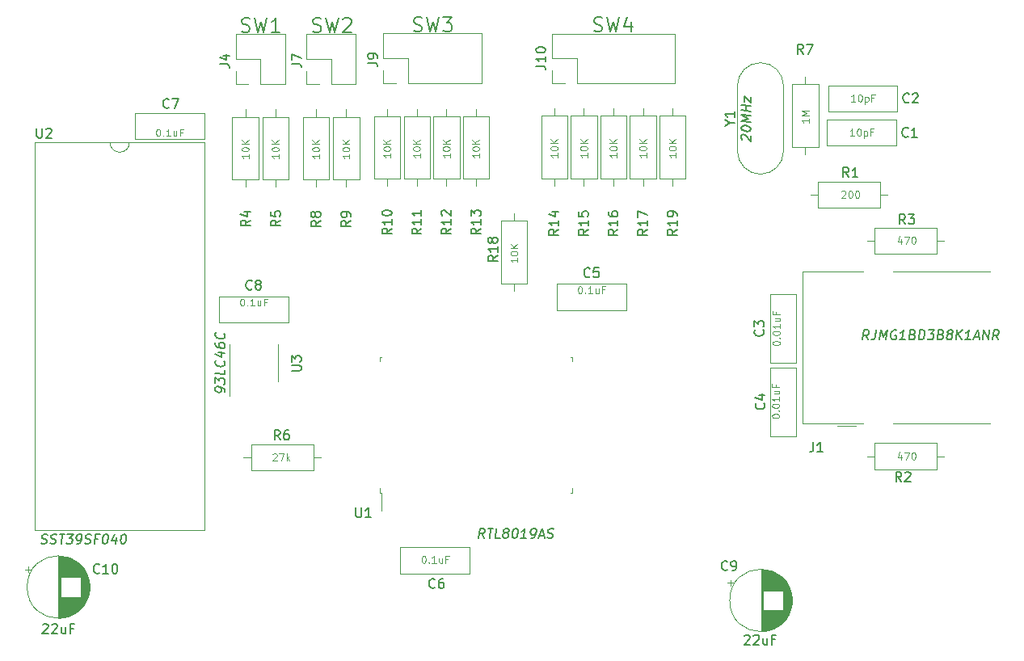
<source format=gto>
%TF.GenerationSoftware,KiCad,Pcbnew,7.0.11*%
%TF.CreationDate,2024-10-11T23:56:48+03:00*%
%TF.ProjectId,ISA8_Ethernet,49534138-5f45-4746-9865-726e65742e6b,1.0*%
%TF.SameCoordinates,Original*%
%TF.FileFunction,Legend,Top*%
%TF.FilePolarity,Positive*%
%FSLAX46Y46*%
G04 Gerber Fmt 4.6, Leading zero omitted, Abs format (unit mm)*
G04 Created by KiCad (PCBNEW 7.0.11) date 2024-10-11 23:56:48*
%MOMM*%
%LPD*%
G01*
G04 APERTURE LIST*
%ADD10C,0.150000*%
%ADD11C,0.100000*%
%ADD12C,0.120000*%
G04 APERTURE END LIST*
D10*
X162766598Y-61442200D02*
X162980884Y-61513628D01*
X162980884Y-61513628D02*
X163338026Y-61513628D01*
X163338026Y-61513628D02*
X163480884Y-61442200D01*
X163480884Y-61442200D02*
X163552312Y-61370771D01*
X163552312Y-61370771D02*
X163623741Y-61227914D01*
X163623741Y-61227914D02*
X163623741Y-61085057D01*
X163623741Y-61085057D02*
X163552312Y-60942200D01*
X163552312Y-60942200D02*
X163480884Y-60870771D01*
X163480884Y-60870771D02*
X163338026Y-60799342D01*
X163338026Y-60799342D02*
X163052312Y-60727914D01*
X163052312Y-60727914D02*
X162909455Y-60656485D01*
X162909455Y-60656485D02*
X162838026Y-60585057D01*
X162838026Y-60585057D02*
X162766598Y-60442200D01*
X162766598Y-60442200D02*
X162766598Y-60299342D01*
X162766598Y-60299342D02*
X162838026Y-60156485D01*
X162838026Y-60156485D02*
X162909455Y-60085057D01*
X162909455Y-60085057D02*
X163052312Y-60013628D01*
X163052312Y-60013628D02*
X163409455Y-60013628D01*
X163409455Y-60013628D02*
X163623741Y-60085057D01*
X164123740Y-60013628D02*
X164480883Y-61513628D01*
X164480883Y-61513628D02*
X164766597Y-60442200D01*
X164766597Y-60442200D02*
X165052312Y-61513628D01*
X165052312Y-61513628D02*
X165409455Y-60013628D01*
X166623741Y-60513628D02*
X166623741Y-61513628D01*
X166266598Y-59942200D02*
X165909455Y-61013628D01*
X165909455Y-61013628D02*
X166838026Y-61013628D01*
X143886798Y-61442200D02*
X144101084Y-61513628D01*
X144101084Y-61513628D02*
X144458226Y-61513628D01*
X144458226Y-61513628D02*
X144601084Y-61442200D01*
X144601084Y-61442200D02*
X144672512Y-61370771D01*
X144672512Y-61370771D02*
X144743941Y-61227914D01*
X144743941Y-61227914D02*
X144743941Y-61085057D01*
X144743941Y-61085057D02*
X144672512Y-60942200D01*
X144672512Y-60942200D02*
X144601084Y-60870771D01*
X144601084Y-60870771D02*
X144458226Y-60799342D01*
X144458226Y-60799342D02*
X144172512Y-60727914D01*
X144172512Y-60727914D02*
X144029655Y-60656485D01*
X144029655Y-60656485D02*
X143958226Y-60585057D01*
X143958226Y-60585057D02*
X143886798Y-60442200D01*
X143886798Y-60442200D02*
X143886798Y-60299342D01*
X143886798Y-60299342D02*
X143958226Y-60156485D01*
X143958226Y-60156485D02*
X144029655Y-60085057D01*
X144029655Y-60085057D02*
X144172512Y-60013628D01*
X144172512Y-60013628D02*
X144529655Y-60013628D01*
X144529655Y-60013628D02*
X144743941Y-60085057D01*
X145243940Y-60013628D02*
X145601083Y-61513628D01*
X145601083Y-61513628D02*
X145886797Y-60442200D01*
X145886797Y-60442200D02*
X146172512Y-61513628D01*
X146172512Y-61513628D02*
X146529655Y-60013628D01*
X146958226Y-60013628D02*
X147886798Y-60013628D01*
X147886798Y-60013628D02*
X147386798Y-60585057D01*
X147386798Y-60585057D02*
X147601083Y-60585057D01*
X147601083Y-60585057D02*
X147743941Y-60656485D01*
X147743941Y-60656485D02*
X147815369Y-60727914D01*
X147815369Y-60727914D02*
X147886798Y-60870771D01*
X147886798Y-60870771D02*
X147886798Y-61227914D01*
X147886798Y-61227914D02*
X147815369Y-61370771D01*
X147815369Y-61370771D02*
X147743941Y-61442200D01*
X147743941Y-61442200D02*
X147601083Y-61513628D01*
X147601083Y-61513628D02*
X147172512Y-61513628D01*
X147172512Y-61513628D02*
X147029655Y-61442200D01*
X147029655Y-61442200D02*
X146958226Y-61370771D01*
X133327998Y-61484600D02*
X133542284Y-61556028D01*
X133542284Y-61556028D02*
X133899426Y-61556028D01*
X133899426Y-61556028D02*
X134042284Y-61484600D01*
X134042284Y-61484600D02*
X134113712Y-61413171D01*
X134113712Y-61413171D02*
X134185141Y-61270314D01*
X134185141Y-61270314D02*
X134185141Y-61127457D01*
X134185141Y-61127457D02*
X134113712Y-60984600D01*
X134113712Y-60984600D02*
X134042284Y-60913171D01*
X134042284Y-60913171D02*
X133899426Y-60841742D01*
X133899426Y-60841742D02*
X133613712Y-60770314D01*
X133613712Y-60770314D02*
X133470855Y-60698885D01*
X133470855Y-60698885D02*
X133399426Y-60627457D01*
X133399426Y-60627457D02*
X133327998Y-60484600D01*
X133327998Y-60484600D02*
X133327998Y-60341742D01*
X133327998Y-60341742D02*
X133399426Y-60198885D01*
X133399426Y-60198885D02*
X133470855Y-60127457D01*
X133470855Y-60127457D02*
X133613712Y-60056028D01*
X133613712Y-60056028D02*
X133970855Y-60056028D01*
X133970855Y-60056028D02*
X134185141Y-60127457D01*
X134685140Y-60056028D02*
X135042283Y-61556028D01*
X135042283Y-61556028D02*
X135327997Y-60484600D01*
X135327997Y-60484600D02*
X135613712Y-61556028D01*
X135613712Y-61556028D02*
X135970855Y-60056028D01*
X136470855Y-60198885D02*
X136542283Y-60127457D01*
X136542283Y-60127457D02*
X136685141Y-60056028D01*
X136685141Y-60056028D02*
X137042283Y-60056028D01*
X137042283Y-60056028D02*
X137185141Y-60127457D01*
X137185141Y-60127457D02*
X137256569Y-60198885D01*
X137256569Y-60198885D02*
X137327998Y-60341742D01*
X137327998Y-60341742D02*
X137327998Y-60484600D01*
X137327998Y-60484600D02*
X137256569Y-60698885D01*
X137256569Y-60698885D02*
X136399426Y-61556028D01*
X136399426Y-61556028D02*
X137327998Y-61556028D01*
X125860398Y-61484600D02*
X126074684Y-61556028D01*
X126074684Y-61556028D02*
X126431826Y-61556028D01*
X126431826Y-61556028D02*
X126574684Y-61484600D01*
X126574684Y-61484600D02*
X126646112Y-61413171D01*
X126646112Y-61413171D02*
X126717541Y-61270314D01*
X126717541Y-61270314D02*
X126717541Y-61127457D01*
X126717541Y-61127457D02*
X126646112Y-60984600D01*
X126646112Y-60984600D02*
X126574684Y-60913171D01*
X126574684Y-60913171D02*
X126431826Y-60841742D01*
X126431826Y-60841742D02*
X126146112Y-60770314D01*
X126146112Y-60770314D02*
X126003255Y-60698885D01*
X126003255Y-60698885D02*
X125931826Y-60627457D01*
X125931826Y-60627457D02*
X125860398Y-60484600D01*
X125860398Y-60484600D02*
X125860398Y-60341742D01*
X125860398Y-60341742D02*
X125931826Y-60198885D01*
X125931826Y-60198885D02*
X126003255Y-60127457D01*
X126003255Y-60127457D02*
X126146112Y-60056028D01*
X126146112Y-60056028D02*
X126503255Y-60056028D01*
X126503255Y-60056028D02*
X126717541Y-60127457D01*
X127217540Y-60056028D02*
X127574683Y-61556028D01*
X127574683Y-61556028D02*
X127860397Y-60484600D01*
X127860397Y-60484600D02*
X128146112Y-61556028D01*
X128146112Y-61556028D02*
X128503255Y-60056028D01*
X129860398Y-61556028D02*
X129003255Y-61556028D01*
X129431826Y-61556028D02*
X129431826Y-60056028D01*
X129431826Y-60056028D02*
X129288969Y-60270314D01*
X129288969Y-60270314D02*
X129146112Y-60413171D01*
X129146112Y-60413171D02*
X129003255Y-60484600D01*
X185721666Y-104547319D02*
X185721666Y-105261604D01*
X185721666Y-105261604D02*
X185674047Y-105404461D01*
X185674047Y-105404461D02*
X185578809Y-105499700D01*
X185578809Y-105499700D02*
X185435952Y-105547319D01*
X185435952Y-105547319D02*
X185340714Y-105547319D01*
X186721666Y-105547319D02*
X186150238Y-105547319D01*
X186435952Y-105547319D02*
X186435952Y-104547319D01*
X186435952Y-104547319D02*
X186340714Y-104690176D01*
X186340714Y-104690176D02*
X186245476Y-104785414D01*
X186245476Y-104785414D02*
X186150238Y-104833033D01*
X191487047Y-93774419D02*
X191213237Y-93298228D01*
X190915618Y-93774419D02*
X191040618Y-92774419D01*
X191040618Y-92774419D02*
X191421571Y-92774419D01*
X191421571Y-92774419D02*
X191510856Y-92822038D01*
X191510856Y-92822038D02*
X191552523Y-92869657D01*
X191552523Y-92869657D02*
X191588237Y-92964895D01*
X191588237Y-92964895D02*
X191570380Y-93107752D01*
X191570380Y-93107752D02*
X191510856Y-93202990D01*
X191510856Y-93202990D02*
X191457285Y-93250609D01*
X191457285Y-93250609D02*
X191356095Y-93298228D01*
X191356095Y-93298228D02*
X190975142Y-93298228D01*
X192326333Y-92774419D02*
X192237047Y-93488704D01*
X192237047Y-93488704D02*
X192171571Y-93631561D01*
X192171571Y-93631561D02*
X192064428Y-93726800D01*
X192064428Y-93726800D02*
X191915618Y-93774419D01*
X191915618Y-93774419D02*
X191820380Y-93774419D01*
X192677523Y-93774419D02*
X192802523Y-92774419D01*
X192802523Y-92774419D02*
X193046571Y-93488704D01*
X193046571Y-93488704D02*
X193469190Y-92774419D01*
X193469190Y-92774419D02*
X193344190Y-93774419D01*
X194463238Y-92822038D02*
X194373952Y-92774419D01*
X194373952Y-92774419D02*
X194231095Y-92774419D01*
X194231095Y-92774419D02*
X194082285Y-92822038D01*
X194082285Y-92822038D02*
X193975142Y-92917276D01*
X193975142Y-92917276D02*
X193915618Y-93012514D01*
X193915618Y-93012514D02*
X193844190Y-93202990D01*
X193844190Y-93202990D02*
X193826333Y-93345847D01*
X193826333Y-93345847D02*
X193850142Y-93536323D01*
X193850142Y-93536323D02*
X193885857Y-93631561D01*
X193885857Y-93631561D02*
X193969190Y-93726800D01*
X193969190Y-93726800D02*
X194106095Y-93774419D01*
X194106095Y-93774419D02*
X194201333Y-93774419D01*
X194201333Y-93774419D02*
X194350142Y-93726800D01*
X194350142Y-93726800D02*
X194403714Y-93679180D01*
X194403714Y-93679180D02*
X194445380Y-93345847D01*
X194445380Y-93345847D02*
X194254904Y-93345847D01*
X195344190Y-93774419D02*
X194772761Y-93774419D01*
X195058476Y-93774419D02*
X195183476Y-92774419D01*
X195183476Y-92774419D02*
X195070380Y-92917276D01*
X195070380Y-92917276D02*
X194963238Y-93012514D01*
X194963238Y-93012514D02*
X194862047Y-93060133D01*
X196171571Y-93250609D02*
X196308476Y-93298228D01*
X196308476Y-93298228D02*
X196350142Y-93345847D01*
X196350142Y-93345847D02*
X196385857Y-93441085D01*
X196385857Y-93441085D02*
X196367999Y-93583942D01*
X196367999Y-93583942D02*
X196308476Y-93679180D01*
X196308476Y-93679180D02*
X196254904Y-93726800D01*
X196254904Y-93726800D02*
X196153714Y-93774419D01*
X196153714Y-93774419D02*
X195772761Y-93774419D01*
X195772761Y-93774419D02*
X195897761Y-92774419D01*
X195897761Y-92774419D02*
X196231095Y-92774419D01*
X196231095Y-92774419D02*
X196320380Y-92822038D01*
X196320380Y-92822038D02*
X196362047Y-92869657D01*
X196362047Y-92869657D02*
X196397761Y-92964895D01*
X196397761Y-92964895D02*
X196385857Y-93060133D01*
X196385857Y-93060133D02*
X196326333Y-93155371D01*
X196326333Y-93155371D02*
X196272761Y-93202990D01*
X196272761Y-93202990D02*
X196171571Y-93250609D01*
X196171571Y-93250609D02*
X195838238Y-93250609D01*
X196772761Y-93774419D02*
X196897761Y-92774419D01*
X196897761Y-92774419D02*
X197135857Y-92774419D01*
X197135857Y-92774419D02*
X197272761Y-92822038D01*
X197272761Y-92822038D02*
X197356095Y-92917276D01*
X197356095Y-92917276D02*
X197391809Y-93012514D01*
X197391809Y-93012514D02*
X197415619Y-93202990D01*
X197415619Y-93202990D02*
X197397761Y-93345847D01*
X197397761Y-93345847D02*
X197326333Y-93536323D01*
X197326333Y-93536323D02*
X197266809Y-93631561D01*
X197266809Y-93631561D02*
X197159666Y-93726800D01*
X197159666Y-93726800D02*
X197010857Y-93774419D01*
X197010857Y-93774419D02*
X196772761Y-93774419D01*
X197802523Y-92774419D02*
X198421571Y-92774419D01*
X198421571Y-92774419D02*
X198040619Y-93155371D01*
X198040619Y-93155371D02*
X198183476Y-93155371D01*
X198183476Y-93155371D02*
X198272761Y-93202990D01*
X198272761Y-93202990D02*
X198314428Y-93250609D01*
X198314428Y-93250609D02*
X198350142Y-93345847D01*
X198350142Y-93345847D02*
X198320380Y-93583942D01*
X198320380Y-93583942D02*
X198260857Y-93679180D01*
X198260857Y-93679180D02*
X198207285Y-93726800D01*
X198207285Y-93726800D02*
X198106095Y-93774419D01*
X198106095Y-93774419D02*
X197820380Y-93774419D01*
X197820380Y-93774419D02*
X197731095Y-93726800D01*
X197731095Y-93726800D02*
X197689428Y-93679180D01*
X199123952Y-93250609D02*
X199260857Y-93298228D01*
X199260857Y-93298228D02*
X199302523Y-93345847D01*
X199302523Y-93345847D02*
X199338238Y-93441085D01*
X199338238Y-93441085D02*
X199320380Y-93583942D01*
X199320380Y-93583942D02*
X199260857Y-93679180D01*
X199260857Y-93679180D02*
X199207285Y-93726800D01*
X199207285Y-93726800D02*
X199106095Y-93774419D01*
X199106095Y-93774419D02*
X198725142Y-93774419D01*
X198725142Y-93774419D02*
X198850142Y-92774419D01*
X198850142Y-92774419D02*
X199183476Y-92774419D01*
X199183476Y-92774419D02*
X199272761Y-92822038D01*
X199272761Y-92822038D02*
X199314428Y-92869657D01*
X199314428Y-92869657D02*
X199350142Y-92964895D01*
X199350142Y-92964895D02*
X199338238Y-93060133D01*
X199338238Y-93060133D02*
X199278714Y-93155371D01*
X199278714Y-93155371D02*
X199225142Y-93202990D01*
X199225142Y-93202990D02*
X199123952Y-93250609D01*
X199123952Y-93250609D02*
X198790619Y-93250609D01*
X199939428Y-93202990D02*
X199850142Y-93155371D01*
X199850142Y-93155371D02*
X199808476Y-93107752D01*
X199808476Y-93107752D02*
X199772761Y-93012514D01*
X199772761Y-93012514D02*
X199778714Y-92964895D01*
X199778714Y-92964895D02*
X199838238Y-92869657D01*
X199838238Y-92869657D02*
X199891809Y-92822038D01*
X199891809Y-92822038D02*
X199993000Y-92774419D01*
X199993000Y-92774419D02*
X200183476Y-92774419D01*
X200183476Y-92774419D02*
X200272761Y-92822038D01*
X200272761Y-92822038D02*
X200314428Y-92869657D01*
X200314428Y-92869657D02*
X200350142Y-92964895D01*
X200350142Y-92964895D02*
X200344190Y-93012514D01*
X200344190Y-93012514D02*
X200284666Y-93107752D01*
X200284666Y-93107752D02*
X200231095Y-93155371D01*
X200231095Y-93155371D02*
X200129904Y-93202990D01*
X200129904Y-93202990D02*
X199939428Y-93202990D01*
X199939428Y-93202990D02*
X199838238Y-93250609D01*
X199838238Y-93250609D02*
X199784666Y-93298228D01*
X199784666Y-93298228D02*
X199725142Y-93393466D01*
X199725142Y-93393466D02*
X199701333Y-93583942D01*
X199701333Y-93583942D02*
X199737047Y-93679180D01*
X199737047Y-93679180D02*
X199778714Y-93726800D01*
X199778714Y-93726800D02*
X199868000Y-93774419D01*
X199868000Y-93774419D02*
X200058476Y-93774419D01*
X200058476Y-93774419D02*
X200159666Y-93726800D01*
X200159666Y-93726800D02*
X200213238Y-93679180D01*
X200213238Y-93679180D02*
X200272761Y-93583942D01*
X200272761Y-93583942D02*
X200296571Y-93393466D01*
X200296571Y-93393466D02*
X200260857Y-93298228D01*
X200260857Y-93298228D02*
X200219190Y-93250609D01*
X200219190Y-93250609D02*
X200129904Y-93202990D01*
X200677523Y-93774419D02*
X200802523Y-92774419D01*
X201248952Y-93774419D02*
X200891809Y-93202990D01*
X201373952Y-92774419D02*
X200731095Y-93345847D01*
X202201333Y-93774419D02*
X201629904Y-93774419D01*
X201915619Y-93774419D02*
X202040619Y-92774419D01*
X202040619Y-92774419D02*
X201927523Y-92917276D01*
X201927523Y-92917276D02*
X201820381Y-93012514D01*
X201820381Y-93012514D02*
X201719190Y-93060133D01*
X202618000Y-93488704D02*
X203094190Y-93488704D01*
X202487047Y-93774419D02*
X202945381Y-92774419D01*
X202945381Y-92774419D02*
X203153714Y-93774419D01*
X203487047Y-93774419D02*
X203612047Y-92774419D01*
X203612047Y-92774419D02*
X204058476Y-93774419D01*
X204058476Y-93774419D02*
X204183476Y-92774419D01*
X205106095Y-93774419D02*
X204832285Y-93298228D01*
X204534666Y-93774419D02*
X204659666Y-92774419D01*
X204659666Y-92774419D02*
X205040619Y-92774419D01*
X205040619Y-92774419D02*
X205129904Y-92822038D01*
X205129904Y-92822038D02*
X205171571Y-92869657D01*
X205171571Y-92869657D02*
X205207285Y-92964895D01*
X205207285Y-92964895D02*
X205189428Y-93107752D01*
X205189428Y-93107752D02*
X205129904Y-93202990D01*
X205129904Y-93202990D02*
X205076333Y-93250609D01*
X205076333Y-93250609D02*
X204975143Y-93298228D01*
X204975143Y-93298228D02*
X204594190Y-93298228D01*
X176978628Y-71076190D02*
X177454819Y-71076190D01*
X176454819Y-71409523D02*
X176978628Y-71076190D01*
X176978628Y-71076190D02*
X176454819Y-70742857D01*
X177454819Y-69885714D02*
X177454819Y-70457142D01*
X177454819Y-70171428D02*
X176454819Y-70171428D01*
X176454819Y-70171428D02*
X176597676Y-70266666D01*
X176597676Y-70266666D02*
X176692914Y-70361904D01*
X176692914Y-70361904D02*
X176740533Y-70457142D01*
X178289857Y-72842961D02*
X178242238Y-72789390D01*
X178242238Y-72789390D02*
X178194619Y-72688200D01*
X178194619Y-72688200D02*
X178194619Y-72450104D01*
X178194619Y-72450104D02*
X178242238Y-72360819D01*
X178242238Y-72360819D02*
X178289857Y-72319152D01*
X178289857Y-72319152D02*
X178385095Y-72283438D01*
X178385095Y-72283438D02*
X178480333Y-72295342D01*
X178480333Y-72295342D02*
X178623190Y-72360819D01*
X178623190Y-72360819D02*
X179194619Y-73003676D01*
X179194619Y-73003676D02*
X179194619Y-72384628D01*
X178194619Y-71640580D02*
X178194619Y-71545342D01*
X178194619Y-71545342D02*
X178242238Y-71456057D01*
X178242238Y-71456057D02*
X178289857Y-71414390D01*
X178289857Y-71414390D02*
X178385095Y-71378676D01*
X178385095Y-71378676D02*
X178575571Y-71354866D01*
X178575571Y-71354866D02*
X178813666Y-71384628D01*
X178813666Y-71384628D02*
X179004142Y-71456057D01*
X179004142Y-71456057D02*
X179099380Y-71515580D01*
X179099380Y-71515580D02*
X179147000Y-71569152D01*
X179147000Y-71569152D02*
X179194619Y-71670342D01*
X179194619Y-71670342D02*
X179194619Y-71765580D01*
X179194619Y-71765580D02*
X179147000Y-71854866D01*
X179147000Y-71854866D02*
X179099380Y-71896533D01*
X179099380Y-71896533D02*
X179004142Y-71932247D01*
X179004142Y-71932247D02*
X178813666Y-71956057D01*
X178813666Y-71956057D02*
X178575571Y-71926295D01*
X178575571Y-71926295D02*
X178385095Y-71854866D01*
X178385095Y-71854866D02*
X178289857Y-71795342D01*
X178289857Y-71795342D02*
X178242238Y-71741771D01*
X178242238Y-71741771D02*
X178194619Y-71640580D01*
X179194619Y-71003676D02*
X178194619Y-70878676D01*
X178194619Y-70878676D02*
X178908904Y-70634628D01*
X178908904Y-70634628D02*
X178194619Y-70212009D01*
X178194619Y-70212009D02*
X179194619Y-70337009D01*
X179194619Y-69860819D02*
X178194619Y-69735819D01*
X178670809Y-69795342D02*
X178670809Y-69223914D01*
X179194619Y-69289390D02*
X178194619Y-69164390D01*
X178527952Y-68825104D02*
X178527952Y-68301295D01*
X178527952Y-68301295D02*
X179194619Y-68908438D01*
X179194619Y-68908438D02*
X179194619Y-68384628D01*
X104380595Y-71632319D02*
X104380595Y-72441842D01*
X104380595Y-72441842D02*
X104428214Y-72537080D01*
X104428214Y-72537080D02*
X104475833Y-72584700D01*
X104475833Y-72584700D02*
X104571071Y-72632319D01*
X104571071Y-72632319D02*
X104761547Y-72632319D01*
X104761547Y-72632319D02*
X104856785Y-72584700D01*
X104856785Y-72584700D02*
X104904404Y-72537080D01*
X104904404Y-72537080D02*
X104952023Y-72441842D01*
X104952023Y-72441842D02*
X104952023Y-71632319D01*
X105380595Y-71727557D02*
X105428214Y-71679938D01*
X105428214Y-71679938D02*
X105523452Y-71632319D01*
X105523452Y-71632319D02*
X105761547Y-71632319D01*
X105761547Y-71632319D02*
X105856785Y-71679938D01*
X105856785Y-71679938D02*
X105904404Y-71727557D01*
X105904404Y-71727557D02*
X105952023Y-71822795D01*
X105952023Y-71822795D02*
X105952023Y-71918033D01*
X105952023Y-71918033D02*
X105904404Y-72060890D01*
X105904404Y-72060890D02*
X105332976Y-72632319D01*
X105332976Y-72632319D02*
X105952023Y-72632319D01*
X104841428Y-115129700D02*
X104978332Y-115177319D01*
X104978332Y-115177319D02*
X105216428Y-115177319D01*
X105216428Y-115177319D02*
X105317618Y-115129700D01*
X105317618Y-115129700D02*
X105371190Y-115082080D01*
X105371190Y-115082080D02*
X105430713Y-114986842D01*
X105430713Y-114986842D02*
X105442618Y-114891604D01*
X105442618Y-114891604D02*
X105406904Y-114796366D01*
X105406904Y-114796366D02*
X105365237Y-114748747D01*
X105365237Y-114748747D02*
X105275952Y-114701128D01*
X105275952Y-114701128D02*
X105091428Y-114653509D01*
X105091428Y-114653509D02*
X105002142Y-114605890D01*
X105002142Y-114605890D02*
X104960475Y-114558271D01*
X104960475Y-114558271D02*
X104924761Y-114463033D01*
X104924761Y-114463033D02*
X104936666Y-114367795D01*
X104936666Y-114367795D02*
X104996190Y-114272557D01*
X104996190Y-114272557D02*
X105049761Y-114224938D01*
X105049761Y-114224938D02*
X105150952Y-114177319D01*
X105150952Y-114177319D02*
X105389047Y-114177319D01*
X105389047Y-114177319D02*
X105525952Y-114224938D01*
X105793809Y-115129700D02*
X105930713Y-115177319D01*
X105930713Y-115177319D02*
X106168809Y-115177319D01*
X106168809Y-115177319D02*
X106269999Y-115129700D01*
X106269999Y-115129700D02*
X106323571Y-115082080D01*
X106323571Y-115082080D02*
X106383094Y-114986842D01*
X106383094Y-114986842D02*
X106394999Y-114891604D01*
X106394999Y-114891604D02*
X106359285Y-114796366D01*
X106359285Y-114796366D02*
X106317618Y-114748747D01*
X106317618Y-114748747D02*
X106228333Y-114701128D01*
X106228333Y-114701128D02*
X106043809Y-114653509D01*
X106043809Y-114653509D02*
X105954523Y-114605890D01*
X105954523Y-114605890D02*
X105912856Y-114558271D01*
X105912856Y-114558271D02*
X105877142Y-114463033D01*
X105877142Y-114463033D02*
X105889047Y-114367795D01*
X105889047Y-114367795D02*
X105948571Y-114272557D01*
X105948571Y-114272557D02*
X106002142Y-114224938D01*
X106002142Y-114224938D02*
X106103333Y-114177319D01*
X106103333Y-114177319D02*
X106341428Y-114177319D01*
X106341428Y-114177319D02*
X106478333Y-114224938D01*
X106769999Y-114177319D02*
X107341428Y-114177319D01*
X106930714Y-115177319D02*
X107055714Y-114177319D01*
X107579523Y-114177319D02*
X108198571Y-114177319D01*
X108198571Y-114177319D02*
X107817619Y-114558271D01*
X107817619Y-114558271D02*
X107960476Y-114558271D01*
X107960476Y-114558271D02*
X108049761Y-114605890D01*
X108049761Y-114605890D02*
X108091428Y-114653509D01*
X108091428Y-114653509D02*
X108127142Y-114748747D01*
X108127142Y-114748747D02*
X108097380Y-114986842D01*
X108097380Y-114986842D02*
X108037857Y-115082080D01*
X108037857Y-115082080D02*
X107984285Y-115129700D01*
X107984285Y-115129700D02*
X107883095Y-115177319D01*
X107883095Y-115177319D02*
X107597380Y-115177319D01*
X107597380Y-115177319D02*
X107508095Y-115129700D01*
X107508095Y-115129700D02*
X107466428Y-115082080D01*
X108549761Y-115177319D02*
X108740238Y-115177319D01*
X108740238Y-115177319D02*
X108841428Y-115129700D01*
X108841428Y-115129700D02*
X108895000Y-115082080D01*
X108895000Y-115082080D02*
X109008095Y-114939223D01*
X109008095Y-114939223D02*
X109079523Y-114748747D01*
X109079523Y-114748747D02*
X109127142Y-114367795D01*
X109127142Y-114367795D02*
X109091428Y-114272557D01*
X109091428Y-114272557D02*
X109049761Y-114224938D01*
X109049761Y-114224938D02*
X108960476Y-114177319D01*
X108960476Y-114177319D02*
X108770000Y-114177319D01*
X108770000Y-114177319D02*
X108668809Y-114224938D01*
X108668809Y-114224938D02*
X108615238Y-114272557D01*
X108615238Y-114272557D02*
X108555714Y-114367795D01*
X108555714Y-114367795D02*
X108525952Y-114605890D01*
X108525952Y-114605890D02*
X108561666Y-114701128D01*
X108561666Y-114701128D02*
X108603333Y-114748747D01*
X108603333Y-114748747D02*
X108692619Y-114796366D01*
X108692619Y-114796366D02*
X108883095Y-114796366D01*
X108883095Y-114796366D02*
X108984285Y-114748747D01*
X108984285Y-114748747D02*
X109037857Y-114701128D01*
X109037857Y-114701128D02*
X109097380Y-114605890D01*
X109412857Y-115129700D02*
X109549761Y-115177319D01*
X109549761Y-115177319D02*
X109787857Y-115177319D01*
X109787857Y-115177319D02*
X109889047Y-115129700D01*
X109889047Y-115129700D02*
X109942619Y-115082080D01*
X109942619Y-115082080D02*
X110002142Y-114986842D01*
X110002142Y-114986842D02*
X110014047Y-114891604D01*
X110014047Y-114891604D02*
X109978333Y-114796366D01*
X109978333Y-114796366D02*
X109936666Y-114748747D01*
X109936666Y-114748747D02*
X109847381Y-114701128D01*
X109847381Y-114701128D02*
X109662857Y-114653509D01*
X109662857Y-114653509D02*
X109573571Y-114605890D01*
X109573571Y-114605890D02*
X109531904Y-114558271D01*
X109531904Y-114558271D02*
X109496190Y-114463033D01*
X109496190Y-114463033D02*
X109508095Y-114367795D01*
X109508095Y-114367795D02*
X109567619Y-114272557D01*
X109567619Y-114272557D02*
X109621190Y-114224938D01*
X109621190Y-114224938D02*
X109722381Y-114177319D01*
X109722381Y-114177319D02*
X109960476Y-114177319D01*
X109960476Y-114177319D02*
X110097381Y-114224938D01*
X110805714Y-114653509D02*
X110472381Y-114653509D01*
X110406904Y-115177319D02*
X110531904Y-114177319D01*
X110531904Y-114177319D02*
X111008095Y-114177319D01*
X111579524Y-114177319D02*
X111674762Y-114177319D01*
X111674762Y-114177319D02*
X111764047Y-114224938D01*
X111764047Y-114224938D02*
X111805714Y-114272557D01*
X111805714Y-114272557D02*
X111841428Y-114367795D01*
X111841428Y-114367795D02*
X111865238Y-114558271D01*
X111865238Y-114558271D02*
X111835476Y-114796366D01*
X111835476Y-114796366D02*
X111764047Y-114986842D01*
X111764047Y-114986842D02*
X111704524Y-115082080D01*
X111704524Y-115082080D02*
X111650952Y-115129700D01*
X111650952Y-115129700D02*
X111549762Y-115177319D01*
X111549762Y-115177319D02*
X111454524Y-115177319D01*
X111454524Y-115177319D02*
X111365238Y-115129700D01*
X111365238Y-115129700D02*
X111323571Y-115082080D01*
X111323571Y-115082080D02*
X111287857Y-114986842D01*
X111287857Y-114986842D02*
X111264047Y-114796366D01*
X111264047Y-114796366D02*
X111293809Y-114558271D01*
X111293809Y-114558271D02*
X111365238Y-114367795D01*
X111365238Y-114367795D02*
X111424762Y-114272557D01*
X111424762Y-114272557D02*
X111478333Y-114224938D01*
X111478333Y-114224938D02*
X111579524Y-114177319D01*
X112728333Y-114510652D02*
X112645000Y-115177319D01*
X112537857Y-114129700D02*
X112210476Y-114843985D01*
X112210476Y-114843985D02*
X112829524Y-114843985D01*
X113484286Y-114177319D02*
X113579524Y-114177319D01*
X113579524Y-114177319D02*
X113668809Y-114224938D01*
X113668809Y-114224938D02*
X113710476Y-114272557D01*
X113710476Y-114272557D02*
X113746190Y-114367795D01*
X113746190Y-114367795D02*
X113770000Y-114558271D01*
X113770000Y-114558271D02*
X113740238Y-114796366D01*
X113740238Y-114796366D02*
X113668809Y-114986842D01*
X113668809Y-114986842D02*
X113609286Y-115082080D01*
X113609286Y-115082080D02*
X113555714Y-115129700D01*
X113555714Y-115129700D02*
X113454524Y-115177319D01*
X113454524Y-115177319D02*
X113359286Y-115177319D01*
X113359286Y-115177319D02*
X113270000Y-115129700D01*
X113270000Y-115129700D02*
X113228333Y-115082080D01*
X113228333Y-115082080D02*
X113192619Y-114986842D01*
X113192619Y-114986842D02*
X113168809Y-114796366D01*
X113168809Y-114796366D02*
X113198571Y-114558271D01*
X113198571Y-114558271D02*
X113270000Y-114367795D01*
X113270000Y-114367795D02*
X113329524Y-114272557D01*
X113329524Y-114272557D02*
X113383095Y-114224938D01*
X113383095Y-114224938D02*
X113484286Y-114177319D01*
X131077619Y-97053304D02*
X131887142Y-97053304D01*
X131887142Y-97053304D02*
X131982380Y-97005685D01*
X131982380Y-97005685D02*
X132030000Y-96958066D01*
X132030000Y-96958066D02*
X132077619Y-96862828D01*
X132077619Y-96862828D02*
X132077619Y-96672352D01*
X132077619Y-96672352D02*
X132030000Y-96577114D01*
X132030000Y-96577114D02*
X131982380Y-96529495D01*
X131982380Y-96529495D02*
X131887142Y-96481876D01*
X131887142Y-96481876D02*
X131077619Y-96481876D01*
X131077619Y-96100923D02*
X131077619Y-95481876D01*
X131077619Y-95481876D02*
X131458571Y-95815209D01*
X131458571Y-95815209D02*
X131458571Y-95672352D01*
X131458571Y-95672352D02*
X131506190Y-95577114D01*
X131506190Y-95577114D02*
X131553809Y-95529495D01*
X131553809Y-95529495D02*
X131649047Y-95481876D01*
X131649047Y-95481876D02*
X131887142Y-95481876D01*
X131887142Y-95481876D02*
X131982380Y-95529495D01*
X131982380Y-95529495D02*
X132030000Y-95577114D01*
X132030000Y-95577114D02*
X132077619Y-95672352D01*
X132077619Y-95672352D02*
X132077619Y-95958066D01*
X132077619Y-95958066D02*
X132030000Y-96053304D01*
X132030000Y-96053304D02*
X131982380Y-96100923D01*
X124084819Y-99279762D02*
X124084819Y-99089285D01*
X124084819Y-99089285D02*
X124037200Y-98988095D01*
X124037200Y-98988095D02*
X123989580Y-98934524D01*
X123989580Y-98934524D02*
X123846723Y-98821428D01*
X123846723Y-98821428D02*
X123656247Y-98750000D01*
X123656247Y-98750000D02*
X123275295Y-98702381D01*
X123275295Y-98702381D02*
X123180057Y-98738095D01*
X123180057Y-98738095D02*
X123132438Y-98779762D01*
X123132438Y-98779762D02*
X123084819Y-98869047D01*
X123084819Y-98869047D02*
X123084819Y-99059524D01*
X123084819Y-99059524D02*
X123132438Y-99160714D01*
X123132438Y-99160714D02*
X123180057Y-99214285D01*
X123180057Y-99214285D02*
X123275295Y-99273809D01*
X123275295Y-99273809D02*
X123513390Y-99303571D01*
X123513390Y-99303571D02*
X123608628Y-99267857D01*
X123608628Y-99267857D02*
X123656247Y-99226190D01*
X123656247Y-99226190D02*
X123703866Y-99136904D01*
X123703866Y-99136904D02*
X123703866Y-98946428D01*
X123703866Y-98946428D02*
X123656247Y-98845238D01*
X123656247Y-98845238D02*
X123608628Y-98791666D01*
X123608628Y-98791666D02*
X123513390Y-98732143D01*
X123084819Y-98345238D02*
X123084819Y-97726190D01*
X123084819Y-97726190D02*
X123465771Y-98107143D01*
X123465771Y-98107143D02*
X123465771Y-97964285D01*
X123465771Y-97964285D02*
X123513390Y-97875000D01*
X123513390Y-97875000D02*
X123561009Y-97833333D01*
X123561009Y-97833333D02*
X123656247Y-97797619D01*
X123656247Y-97797619D02*
X123894342Y-97827381D01*
X123894342Y-97827381D02*
X123989580Y-97886904D01*
X123989580Y-97886904D02*
X124037200Y-97940476D01*
X124037200Y-97940476D02*
X124084819Y-98041666D01*
X124084819Y-98041666D02*
X124084819Y-98327381D01*
X124084819Y-98327381D02*
X124037200Y-98416666D01*
X124037200Y-98416666D02*
X123989580Y-98458333D01*
X124084819Y-96946428D02*
X124084819Y-97422619D01*
X124084819Y-97422619D02*
X123084819Y-97297619D01*
X123989580Y-96029761D02*
X124037200Y-96083333D01*
X124037200Y-96083333D02*
X124084819Y-96232142D01*
X124084819Y-96232142D02*
X124084819Y-96327380D01*
X124084819Y-96327380D02*
X124037200Y-96464285D01*
X124037200Y-96464285D02*
X123941961Y-96547618D01*
X123941961Y-96547618D02*
X123846723Y-96583333D01*
X123846723Y-96583333D02*
X123656247Y-96607142D01*
X123656247Y-96607142D02*
X123513390Y-96589285D01*
X123513390Y-96589285D02*
X123322914Y-96517857D01*
X123322914Y-96517857D02*
X123227676Y-96458333D01*
X123227676Y-96458333D02*
X123132438Y-96351190D01*
X123132438Y-96351190D02*
X123084819Y-96202380D01*
X123084819Y-96202380D02*
X123084819Y-96107142D01*
X123084819Y-96107142D02*
X123132438Y-95970238D01*
X123132438Y-95970238D02*
X123180057Y-95928571D01*
X123418152Y-95101190D02*
X124084819Y-95184523D01*
X123037200Y-95291666D02*
X123751485Y-95619047D01*
X123751485Y-95619047D02*
X123751485Y-94999999D01*
X123084819Y-94107142D02*
X123084819Y-94297618D01*
X123084819Y-94297618D02*
X123132438Y-94398809D01*
X123132438Y-94398809D02*
X123180057Y-94452380D01*
X123180057Y-94452380D02*
X123322914Y-94565476D01*
X123322914Y-94565476D02*
X123513390Y-94636904D01*
X123513390Y-94636904D02*
X123894342Y-94684523D01*
X123894342Y-94684523D02*
X123989580Y-94648809D01*
X123989580Y-94648809D02*
X124037200Y-94607142D01*
X124037200Y-94607142D02*
X124084819Y-94517857D01*
X124084819Y-94517857D02*
X124084819Y-94327380D01*
X124084819Y-94327380D02*
X124037200Y-94226190D01*
X124037200Y-94226190D02*
X123989580Y-94172618D01*
X123989580Y-94172618D02*
X123894342Y-94113095D01*
X123894342Y-94113095D02*
X123656247Y-94083333D01*
X123656247Y-94083333D02*
X123561009Y-94119047D01*
X123561009Y-94119047D02*
X123513390Y-94160714D01*
X123513390Y-94160714D02*
X123465771Y-94249999D01*
X123465771Y-94249999D02*
X123465771Y-94440476D01*
X123465771Y-94440476D02*
X123513390Y-94541666D01*
X123513390Y-94541666D02*
X123561009Y-94595237D01*
X123561009Y-94595237D02*
X123656247Y-94654761D01*
X123989580Y-93124999D02*
X124037200Y-93178571D01*
X124037200Y-93178571D02*
X124084819Y-93327380D01*
X124084819Y-93327380D02*
X124084819Y-93422618D01*
X124084819Y-93422618D02*
X124037200Y-93559523D01*
X124037200Y-93559523D02*
X123941961Y-93642856D01*
X123941961Y-93642856D02*
X123846723Y-93678571D01*
X123846723Y-93678571D02*
X123656247Y-93702380D01*
X123656247Y-93702380D02*
X123513390Y-93684523D01*
X123513390Y-93684523D02*
X123322914Y-93613095D01*
X123322914Y-93613095D02*
X123227676Y-93553571D01*
X123227676Y-93553571D02*
X123132438Y-93446428D01*
X123132438Y-93446428D02*
X123084819Y-93297618D01*
X123084819Y-93297618D02*
X123084819Y-93202380D01*
X123084819Y-93202380D02*
X123132438Y-93065476D01*
X123132438Y-93065476D02*
X123180057Y-93023809D01*
X162333333Y-87159580D02*
X162285714Y-87207200D01*
X162285714Y-87207200D02*
X162142857Y-87254819D01*
X162142857Y-87254819D02*
X162047619Y-87254819D01*
X162047619Y-87254819D02*
X161904762Y-87207200D01*
X161904762Y-87207200D02*
X161809524Y-87111961D01*
X161809524Y-87111961D02*
X161761905Y-87016723D01*
X161761905Y-87016723D02*
X161714286Y-86826247D01*
X161714286Y-86826247D02*
X161714286Y-86683390D01*
X161714286Y-86683390D02*
X161761905Y-86492914D01*
X161761905Y-86492914D02*
X161809524Y-86397676D01*
X161809524Y-86397676D02*
X161904762Y-86302438D01*
X161904762Y-86302438D02*
X162047619Y-86254819D01*
X162047619Y-86254819D02*
X162142857Y-86254819D01*
X162142857Y-86254819D02*
X162285714Y-86302438D01*
X162285714Y-86302438D02*
X162333333Y-86350057D01*
X163238095Y-86254819D02*
X162761905Y-86254819D01*
X162761905Y-86254819D02*
X162714286Y-86731009D01*
X162714286Y-86731009D02*
X162761905Y-86683390D01*
X162761905Y-86683390D02*
X162857143Y-86635771D01*
X162857143Y-86635771D02*
X163095238Y-86635771D01*
X163095238Y-86635771D02*
X163190476Y-86683390D01*
X163190476Y-86683390D02*
X163238095Y-86731009D01*
X163238095Y-86731009D02*
X163285714Y-86826247D01*
X163285714Y-86826247D02*
X163285714Y-87064342D01*
X163285714Y-87064342D02*
X163238095Y-87159580D01*
X163238095Y-87159580D02*
X163190476Y-87207200D01*
X163190476Y-87207200D02*
X163095238Y-87254819D01*
X163095238Y-87254819D02*
X162857143Y-87254819D01*
X162857143Y-87254819D02*
X162761905Y-87207200D01*
X162761905Y-87207200D02*
X162714286Y-87159580D01*
D11*
X161267857Y-88181764D02*
X161339286Y-88181764D01*
X161339286Y-88181764D02*
X161410714Y-88217478D01*
X161410714Y-88217478D02*
X161446429Y-88253192D01*
X161446429Y-88253192D02*
X161482143Y-88324621D01*
X161482143Y-88324621D02*
X161517857Y-88467478D01*
X161517857Y-88467478D02*
X161517857Y-88646050D01*
X161517857Y-88646050D02*
X161482143Y-88788907D01*
X161482143Y-88788907D02*
X161446429Y-88860335D01*
X161446429Y-88860335D02*
X161410714Y-88896050D01*
X161410714Y-88896050D02*
X161339286Y-88931764D01*
X161339286Y-88931764D02*
X161267857Y-88931764D01*
X161267857Y-88931764D02*
X161196429Y-88896050D01*
X161196429Y-88896050D02*
X161160714Y-88860335D01*
X161160714Y-88860335D02*
X161125000Y-88788907D01*
X161125000Y-88788907D02*
X161089286Y-88646050D01*
X161089286Y-88646050D02*
X161089286Y-88467478D01*
X161089286Y-88467478D02*
X161125000Y-88324621D01*
X161125000Y-88324621D02*
X161160714Y-88253192D01*
X161160714Y-88253192D02*
X161196429Y-88217478D01*
X161196429Y-88217478D02*
X161267857Y-88181764D01*
X161839286Y-88860335D02*
X161875000Y-88896050D01*
X161875000Y-88896050D02*
X161839286Y-88931764D01*
X161839286Y-88931764D02*
X161803572Y-88896050D01*
X161803572Y-88896050D02*
X161839286Y-88860335D01*
X161839286Y-88860335D02*
X161839286Y-88931764D01*
X162589286Y-88931764D02*
X162160715Y-88931764D01*
X162375000Y-88931764D02*
X162375000Y-88181764D01*
X162375000Y-88181764D02*
X162303572Y-88288907D01*
X162303572Y-88288907D02*
X162232143Y-88360335D01*
X162232143Y-88360335D02*
X162160715Y-88396050D01*
X163232144Y-88431764D02*
X163232144Y-88931764D01*
X162910715Y-88431764D02*
X162910715Y-88824621D01*
X162910715Y-88824621D02*
X162946429Y-88896050D01*
X162946429Y-88896050D02*
X163017858Y-88931764D01*
X163017858Y-88931764D02*
X163125001Y-88931764D01*
X163125001Y-88931764D02*
X163196429Y-88896050D01*
X163196429Y-88896050D02*
X163232144Y-88860335D01*
X163839286Y-88538907D02*
X163589286Y-88538907D01*
X163589286Y-88931764D02*
X163589286Y-88181764D01*
X163589286Y-88181764D02*
X163946429Y-88181764D01*
D10*
X126933333Y-88459580D02*
X126885714Y-88507200D01*
X126885714Y-88507200D02*
X126742857Y-88554819D01*
X126742857Y-88554819D02*
X126647619Y-88554819D01*
X126647619Y-88554819D02*
X126504762Y-88507200D01*
X126504762Y-88507200D02*
X126409524Y-88411961D01*
X126409524Y-88411961D02*
X126361905Y-88316723D01*
X126361905Y-88316723D02*
X126314286Y-88126247D01*
X126314286Y-88126247D02*
X126314286Y-87983390D01*
X126314286Y-87983390D02*
X126361905Y-87792914D01*
X126361905Y-87792914D02*
X126409524Y-87697676D01*
X126409524Y-87697676D02*
X126504762Y-87602438D01*
X126504762Y-87602438D02*
X126647619Y-87554819D01*
X126647619Y-87554819D02*
X126742857Y-87554819D01*
X126742857Y-87554819D02*
X126885714Y-87602438D01*
X126885714Y-87602438D02*
X126933333Y-87650057D01*
X127504762Y-87983390D02*
X127409524Y-87935771D01*
X127409524Y-87935771D02*
X127361905Y-87888152D01*
X127361905Y-87888152D02*
X127314286Y-87792914D01*
X127314286Y-87792914D02*
X127314286Y-87745295D01*
X127314286Y-87745295D02*
X127361905Y-87650057D01*
X127361905Y-87650057D02*
X127409524Y-87602438D01*
X127409524Y-87602438D02*
X127504762Y-87554819D01*
X127504762Y-87554819D02*
X127695238Y-87554819D01*
X127695238Y-87554819D02*
X127790476Y-87602438D01*
X127790476Y-87602438D02*
X127838095Y-87650057D01*
X127838095Y-87650057D02*
X127885714Y-87745295D01*
X127885714Y-87745295D02*
X127885714Y-87792914D01*
X127885714Y-87792914D02*
X127838095Y-87888152D01*
X127838095Y-87888152D02*
X127790476Y-87935771D01*
X127790476Y-87935771D02*
X127695238Y-87983390D01*
X127695238Y-87983390D02*
X127504762Y-87983390D01*
X127504762Y-87983390D02*
X127409524Y-88031009D01*
X127409524Y-88031009D02*
X127361905Y-88078628D01*
X127361905Y-88078628D02*
X127314286Y-88173866D01*
X127314286Y-88173866D02*
X127314286Y-88364342D01*
X127314286Y-88364342D02*
X127361905Y-88459580D01*
X127361905Y-88459580D02*
X127409524Y-88507200D01*
X127409524Y-88507200D02*
X127504762Y-88554819D01*
X127504762Y-88554819D02*
X127695238Y-88554819D01*
X127695238Y-88554819D02*
X127790476Y-88507200D01*
X127790476Y-88507200D02*
X127838095Y-88459580D01*
X127838095Y-88459580D02*
X127885714Y-88364342D01*
X127885714Y-88364342D02*
X127885714Y-88173866D01*
X127885714Y-88173866D02*
X127838095Y-88078628D01*
X127838095Y-88078628D02*
X127790476Y-88031009D01*
X127790476Y-88031009D02*
X127695238Y-87983390D01*
D11*
X125867857Y-89481764D02*
X125939286Y-89481764D01*
X125939286Y-89481764D02*
X126010714Y-89517478D01*
X126010714Y-89517478D02*
X126046429Y-89553192D01*
X126046429Y-89553192D02*
X126082143Y-89624621D01*
X126082143Y-89624621D02*
X126117857Y-89767478D01*
X126117857Y-89767478D02*
X126117857Y-89946050D01*
X126117857Y-89946050D02*
X126082143Y-90088907D01*
X126082143Y-90088907D02*
X126046429Y-90160335D01*
X126046429Y-90160335D02*
X126010714Y-90196050D01*
X126010714Y-90196050D02*
X125939286Y-90231764D01*
X125939286Y-90231764D02*
X125867857Y-90231764D01*
X125867857Y-90231764D02*
X125796429Y-90196050D01*
X125796429Y-90196050D02*
X125760714Y-90160335D01*
X125760714Y-90160335D02*
X125725000Y-90088907D01*
X125725000Y-90088907D02*
X125689286Y-89946050D01*
X125689286Y-89946050D02*
X125689286Y-89767478D01*
X125689286Y-89767478D02*
X125725000Y-89624621D01*
X125725000Y-89624621D02*
X125760714Y-89553192D01*
X125760714Y-89553192D02*
X125796429Y-89517478D01*
X125796429Y-89517478D02*
X125867857Y-89481764D01*
X126439286Y-90160335D02*
X126475000Y-90196050D01*
X126475000Y-90196050D02*
X126439286Y-90231764D01*
X126439286Y-90231764D02*
X126403572Y-90196050D01*
X126403572Y-90196050D02*
X126439286Y-90160335D01*
X126439286Y-90160335D02*
X126439286Y-90231764D01*
X127189286Y-90231764D02*
X126760715Y-90231764D01*
X126975000Y-90231764D02*
X126975000Y-89481764D01*
X126975000Y-89481764D02*
X126903572Y-89588907D01*
X126903572Y-89588907D02*
X126832143Y-89660335D01*
X126832143Y-89660335D02*
X126760715Y-89696050D01*
X127832144Y-89731764D02*
X127832144Y-90231764D01*
X127510715Y-89731764D02*
X127510715Y-90124621D01*
X127510715Y-90124621D02*
X127546429Y-90196050D01*
X127546429Y-90196050D02*
X127617858Y-90231764D01*
X127617858Y-90231764D02*
X127725001Y-90231764D01*
X127725001Y-90231764D02*
X127796429Y-90196050D01*
X127796429Y-90196050D02*
X127832144Y-90160335D01*
X128439286Y-89838907D02*
X128189286Y-89838907D01*
X128189286Y-90231764D02*
X128189286Y-89481764D01*
X128189286Y-89481764D02*
X128546429Y-89481764D01*
D10*
X129881333Y-104264619D02*
X129548000Y-103788428D01*
X129309905Y-104264619D02*
X129309905Y-103264619D01*
X129309905Y-103264619D02*
X129690857Y-103264619D01*
X129690857Y-103264619D02*
X129786095Y-103312238D01*
X129786095Y-103312238D02*
X129833714Y-103359857D01*
X129833714Y-103359857D02*
X129881333Y-103455095D01*
X129881333Y-103455095D02*
X129881333Y-103597952D01*
X129881333Y-103597952D02*
X129833714Y-103693190D01*
X129833714Y-103693190D02*
X129786095Y-103740809D01*
X129786095Y-103740809D02*
X129690857Y-103788428D01*
X129690857Y-103788428D02*
X129309905Y-103788428D01*
X130738476Y-103264619D02*
X130548000Y-103264619D01*
X130548000Y-103264619D02*
X130452762Y-103312238D01*
X130452762Y-103312238D02*
X130405143Y-103359857D01*
X130405143Y-103359857D02*
X130309905Y-103502714D01*
X130309905Y-103502714D02*
X130262286Y-103693190D01*
X130262286Y-103693190D02*
X130262286Y-104074142D01*
X130262286Y-104074142D02*
X130309905Y-104169380D01*
X130309905Y-104169380D02*
X130357524Y-104217000D01*
X130357524Y-104217000D02*
X130452762Y-104264619D01*
X130452762Y-104264619D02*
X130643238Y-104264619D01*
X130643238Y-104264619D02*
X130738476Y-104217000D01*
X130738476Y-104217000D02*
X130786095Y-104169380D01*
X130786095Y-104169380D02*
X130833714Y-104074142D01*
X130833714Y-104074142D02*
X130833714Y-103836047D01*
X130833714Y-103836047D02*
X130786095Y-103740809D01*
X130786095Y-103740809D02*
X130738476Y-103693190D01*
X130738476Y-103693190D02*
X130643238Y-103645571D01*
X130643238Y-103645571D02*
X130452762Y-103645571D01*
X130452762Y-103645571D02*
X130357524Y-103693190D01*
X130357524Y-103693190D02*
X130309905Y-103740809D01*
X130309905Y-103740809D02*
X130262286Y-103836047D01*
D11*
X129105000Y-105773192D02*
X129140714Y-105737478D01*
X129140714Y-105737478D02*
X129212143Y-105701764D01*
X129212143Y-105701764D02*
X129390714Y-105701764D01*
X129390714Y-105701764D02*
X129462143Y-105737478D01*
X129462143Y-105737478D02*
X129497857Y-105773192D01*
X129497857Y-105773192D02*
X129533571Y-105844621D01*
X129533571Y-105844621D02*
X129533571Y-105916050D01*
X129533571Y-105916050D02*
X129497857Y-106023192D01*
X129497857Y-106023192D02*
X129069285Y-106451764D01*
X129069285Y-106451764D02*
X129533571Y-106451764D01*
X129783571Y-105701764D02*
X130283571Y-105701764D01*
X130283571Y-105701764D02*
X129962143Y-106451764D01*
X130569286Y-106451764D02*
X130569286Y-105701764D01*
X130640715Y-106166050D02*
X130855000Y-106451764D01*
X130855000Y-105951764D02*
X130569286Y-106237478D01*
D10*
X184669133Y-63827819D02*
X184335800Y-63351628D01*
X184097705Y-63827819D02*
X184097705Y-62827819D01*
X184097705Y-62827819D02*
X184478657Y-62827819D01*
X184478657Y-62827819D02*
X184573895Y-62875438D01*
X184573895Y-62875438D02*
X184621514Y-62923057D01*
X184621514Y-62923057D02*
X184669133Y-63018295D01*
X184669133Y-63018295D02*
X184669133Y-63161152D01*
X184669133Y-63161152D02*
X184621514Y-63256390D01*
X184621514Y-63256390D02*
X184573895Y-63304009D01*
X184573895Y-63304009D02*
X184478657Y-63351628D01*
X184478657Y-63351628D02*
X184097705Y-63351628D01*
X185002467Y-62827819D02*
X185669133Y-62827819D01*
X185669133Y-62827819D02*
X185240562Y-63827819D01*
D11*
X185251764Y-70634285D02*
X185251764Y-71062856D01*
X185251764Y-70848571D02*
X184501764Y-70848571D01*
X184501764Y-70848571D02*
X184608907Y-70919999D01*
X184608907Y-70919999D02*
X184680335Y-70991428D01*
X184680335Y-70991428D02*
X184716050Y-71062856D01*
X185251764Y-70312856D02*
X184501764Y-70312856D01*
X184501764Y-70312856D02*
X185037478Y-70062856D01*
X185037478Y-70062856D02*
X184501764Y-69812856D01*
X184501764Y-69812856D02*
X185251764Y-69812856D01*
D10*
X118222733Y-69447580D02*
X118175114Y-69495200D01*
X118175114Y-69495200D02*
X118032257Y-69542819D01*
X118032257Y-69542819D02*
X117937019Y-69542819D01*
X117937019Y-69542819D02*
X117794162Y-69495200D01*
X117794162Y-69495200D02*
X117698924Y-69399961D01*
X117698924Y-69399961D02*
X117651305Y-69304723D01*
X117651305Y-69304723D02*
X117603686Y-69114247D01*
X117603686Y-69114247D02*
X117603686Y-68971390D01*
X117603686Y-68971390D02*
X117651305Y-68780914D01*
X117651305Y-68780914D02*
X117698924Y-68685676D01*
X117698924Y-68685676D02*
X117794162Y-68590438D01*
X117794162Y-68590438D02*
X117937019Y-68542819D01*
X117937019Y-68542819D02*
X118032257Y-68542819D01*
X118032257Y-68542819D02*
X118175114Y-68590438D01*
X118175114Y-68590438D02*
X118222733Y-68638057D01*
X118556067Y-68542819D02*
X119222733Y-68542819D01*
X119222733Y-68542819D02*
X118794162Y-69542819D01*
D11*
X117067857Y-71701764D02*
X117139286Y-71701764D01*
X117139286Y-71701764D02*
X117210714Y-71737478D01*
X117210714Y-71737478D02*
X117246429Y-71773192D01*
X117246429Y-71773192D02*
X117282143Y-71844621D01*
X117282143Y-71844621D02*
X117317857Y-71987478D01*
X117317857Y-71987478D02*
X117317857Y-72166050D01*
X117317857Y-72166050D02*
X117282143Y-72308907D01*
X117282143Y-72308907D02*
X117246429Y-72380335D01*
X117246429Y-72380335D02*
X117210714Y-72416050D01*
X117210714Y-72416050D02*
X117139286Y-72451764D01*
X117139286Y-72451764D02*
X117067857Y-72451764D01*
X117067857Y-72451764D02*
X116996429Y-72416050D01*
X116996429Y-72416050D02*
X116960714Y-72380335D01*
X116960714Y-72380335D02*
X116925000Y-72308907D01*
X116925000Y-72308907D02*
X116889286Y-72166050D01*
X116889286Y-72166050D02*
X116889286Y-71987478D01*
X116889286Y-71987478D02*
X116925000Y-71844621D01*
X116925000Y-71844621D02*
X116960714Y-71773192D01*
X116960714Y-71773192D02*
X116996429Y-71737478D01*
X116996429Y-71737478D02*
X117067857Y-71701764D01*
X117639286Y-72380335D02*
X117675000Y-72416050D01*
X117675000Y-72416050D02*
X117639286Y-72451764D01*
X117639286Y-72451764D02*
X117603572Y-72416050D01*
X117603572Y-72416050D02*
X117639286Y-72380335D01*
X117639286Y-72380335D02*
X117639286Y-72451764D01*
X118389286Y-72451764D02*
X117960715Y-72451764D01*
X118175000Y-72451764D02*
X118175000Y-71701764D01*
X118175000Y-71701764D02*
X118103572Y-71808907D01*
X118103572Y-71808907D02*
X118032143Y-71880335D01*
X118032143Y-71880335D02*
X117960715Y-71916050D01*
X119032144Y-71951764D02*
X119032144Y-72451764D01*
X118710715Y-71951764D02*
X118710715Y-72344621D01*
X118710715Y-72344621D02*
X118746429Y-72416050D01*
X118746429Y-72416050D02*
X118817858Y-72451764D01*
X118817858Y-72451764D02*
X118925001Y-72451764D01*
X118925001Y-72451764D02*
X118996429Y-72416050D01*
X118996429Y-72416050D02*
X119032144Y-72380335D01*
X119639286Y-72058907D02*
X119389286Y-72058907D01*
X119389286Y-72451764D02*
X119389286Y-71701764D01*
X119389286Y-71701764D02*
X119746429Y-71701764D01*
D10*
X137820495Y-111392619D02*
X137820495Y-112202142D01*
X137820495Y-112202142D02*
X137868114Y-112297380D01*
X137868114Y-112297380D02*
X137915733Y-112345000D01*
X137915733Y-112345000D02*
X138010971Y-112392619D01*
X138010971Y-112392619D02*
X138201447Y-112392619D01*
X138201447Y-112392619D02*
X138296685Y-112345000D01*
X138296685Y-112345000D02*
X138344304Y-112297380D01*
X138344304Y-112297380D02*
X138391923Y-112202142D01*
X138391923Y-112202142D02*
X138391923Y-111392619D01*
X139391923Y-112392619D02*
X138820495Y-112392619D01*
X139106209Y-112392619D02*
X139106209Y-111392619D01*
X139106209Y-111392619D02*
X139010971Y-111535476D01*
X139010971Y-111535476D02*
X138915733Y-111630714D01*
X138915733Y-111630714D02*
X138820495Y-111678333D01*
X151235833Y-114584819D02*
X150962023Y-114108628D01*
X150664404Y-114584819D02*
X150789404Y-113584819D01*
X150789404Y-113584819D02*
X151170357Y-113584819D01*
X151170357Y-113584819D02*
X151259642Y-113632438D01*
X151259642Y-113632438D02*
X151301309Y-113680057D01*
X151301309Y-113680057D02*
X151337023Y-113775295D01*
X151337023Y-113775295D02*
X151319166Y-113918152D01*
X151319166Y-113918152D02*
X151259642Y-114013390D01*
X151259642Y-114013390D02*
X151206071Y-114061009D01*
X151206071Y-114061009D02*
X151104881Y-114108628D01*
X151104881Y-114108628D02*
X150723928Y-114108628D01*
X151646547Y-113584819D02*
X152217976Y-113584819D01*
X151807262Y-114584819D02*
X151932262Y-113584819D01*
X152902500Y-114584819D02*
X152426309Y-114584819D01*
X152426309Y-114584819D02*
X152551309Y-113584819D01*
X153450119Y-114013390D02*
X153360833Y-113965771D01*
X153360833Y-113965771D02*
X153319167Y-113918152D01*
X153319167Y-113918152D02*
X153283452Y-113822914D01*
X153283452Y-113822914D02*
X153289405Y-113775295D01*
X153289405Y-113775295D02*
X153348929Y-113680057D01*
X153348929Y-113680057D02*
X153402500Y-113632438D01*
X153402500Y-113632438D02*
X153503691Y-113584819D01*
X153503691Y-113584819D02*
X153694167Y-113584819D01*
X153694167Y-113584819D02*
X153783452Y-113632438D01*
X153783452Y-113632438D02*
X153825119Y-113680057D01*
X153825119Y-113680057D02*
X153860833Y-113775295D01*
X153860833Y-113775295D02*
X153854881Y-113822914D01*
X153854881Y-113822914D02*
X153795357Y-113918152D01*
X153795357Y-113918152D02*
X153741786Y-113965771D01*
X153741786Y-113965771D02*
X153640595Y-114013390D01*
X153640595Y-114013390D02*
X153450119Y-114013390D01*
X153450119Y-114013390D02*
X153348929Y-114061009D01*
X153348929Y-114061009D02*
X153295357Y-114108628D01*
X153295357Y-114108628D02*
X153235833Y-114203866D01*
X153235833Y-114203866D02*
X153212024Y-114394342D01*
X153212024Y-114394342D02*
X153247738Y-114489580D01*
X153247738Y-114489580D02*
X153289405Y-114537200D01*
X153289405Y-114537200D02*
X153378691Y-114584819D01*
X153378691Y-114584819D02*
X153569167Y-114584819D01*
X153569167Y-114584819D02*
X153670357Y-114537200D01*
X153670357Y-114537200D02*
X153723929Y-114489580D01*
X153723929Y-114489580D02*
X153783452Y-114394342D01*
X153783452Y-114394342D02*
X153807262Y-114203866D01*
X153807262Y-114203866D02*
X153771548Y-114108628D01*
X153771548Y-114108628D02*
X153729881Y-114061009D01*
X153729881Y-114061009D02*
X153640595Y-114013390D01*
X154503691Y-113584819D02*
X154598929Y-113584819D01*
X154598929Y-113584819D02*
X154688214Y-113632438D01*
X154688214Y-113632438D02*
X154729881Y-113680057D01*
X154729881Y-113680057D02*
X154765595Y-113775295D01*
X154765595Y-113775295D02*
X154789405Y-113965771D01*
X154789405Y-113965771D02*
X154759643Y-114203866D01*
X154759643Y-114203866D02*
X154688214Y-114394342D01*
X154688214Y-114394342D02*
X154628691Y-114489580D01*
X154628691Y-114489580D02*
X154575119Y-114537200D01*
X154575119Y-114537200D02*
X154473929Y-114584819D01*
X154473929Y-114584819D02*
X154378691Y-114584819D01*
X154378691Y-114584819D02*
X154289405Y-114537200D01*
X154289405Y-114537200D02*
X154247738Y-114489580D01*
X154247738Y-114489580D02*
X154212024Y-114394342D01*
X154212024Y-114394342D02*
X154188214Y-114203866D01*
X154188214Y-114203866D02*
X154217976Y-113965771D01*
X154217976Y-113965771D02*
X154289405Y-113775295D01*
X154289405Y-113775295D02*
X154348929Y-113680057D01*
X154348929Y-113680057D02*
X154402500Y-113632438D01*
X154402500Y-113632438D02*
X154503691Y-113584819D01*
X155664405Y-114584819D02*
X155092976Y-114584819D01*
X155378691Y-114584819D02*
X155503691Y-113584819D01*
X155503691Y-113584819D02*
X155390595Y-113727676D01*
X155390595Y-113727676D02*
X155283453Y-113822914D01*
X155283453Y-113822914D02*
X155182262Y-113870533D01*
X156140595Y-114584819D02*
X156331072Y-114584819D01*
X156331072Y-114584819D02*
X156432262Y-114537200D01*
X156432262Y-114537200D02*
X156485834Y-114489580D01*
X156485834Y-114489580D02*
X156598929Y-114346723D01*
X156598929Y-114346723D02*
X156670357Y-114156247D01*
X156670357Y-114156247D02*
X156717976Y-113775295D01*
X156717976Y-113775295D02*
X156682262Y-113680057D01*
X156682262Y-113680057D02*
X156640595Y-113632438D01*
X156640595Y-113632438D02*
X156551310Y-113584819D01*
X156551310Y-113584819D02*
X156360834Y-113584819D01*
X156360834Y-113584819D02*
X156259643Y-113632438D01*
X156259643Y-113632438D02*
X156206072Y-113680057D01*
X156206072Y-113680057D02*
X156146548Y-113775295D01*
X156146548Y-113775295D02*
X156116786Y-114013390D01*
X156116786Y-114013390D02*
X156152500Y-114108628D01*
X156152500Y-114108628D02*
X156194167Y-114156247D01*
X156194167Y-114156247D02*
X156283453Y-114203866D01*
X156283453Y-114203866D02*
X156473929Y-114203866D01*
X156473929Y-114203866D02*
X156575119Y-114156247D01*
X156575119Y-114156247D02*
X156628691Y-114108628D01*
X156628691Y-114108628D02*
X156688214Y-114013390D01*
X157033453Y-114299104D02*
X157509643Y-114299104D01*
X156902500Y-114584819D02*
X157360834Y-113584819D01*
X157360834Y-113584819D02*
X157569167Y-114584819D01*
X157860834Y-114537200D02*
X157997738Y-114584819D01*
X157997738Y-114584819D02*
X158235834Y-114584819D01*
X158235834Y-114584819D02*
X158337024Y-114537200D01*
X158337024Y-114537200D02*
X158390596Y-114489580D01*
X158390596Y-114489580D02*
X158450119Y-114394342D01*
X158450119Y-114394342D02*
X158462024Y-114299104D01*
X158462024Y-114299104D02*
X158426310Y-114203866D01*
X158426310Y-114203866D02*
X158384643Y-114156247D01*
X158384643Y-114156247D02*
X158295358Y-114108628D01*
X158295358Y-114108628D02*
X158110834Y-114061009D01*
X158110834Y-114061009D02*
X158021548Y-114013390D01*
X158021548Y-114013390D02*
X157979881Y-113965771D01*
X157979881Y-113965771D02*
X157944167Y-113870533D01*
X157944167Y-113870533D02*
X157956072Y-113775295D01*
X157956072Y-113775295D02*
X158015596Y-113680057D01*
X158015596Y-113680057D02*
X158069167Y-113632438D01*
X158069167Y-113632438D02*
X158170358Y-113584819D01*
X158170358Y-113584819D02*
X158408453Y-113584819D01*
X158408453Y-113584819D02*
X158545358Y-113632438D01*
X189444333Y-76731019D02*
X189111000Y-76254828D01*
X188872905Y-76731019D02*
X188872905Y-75731019D01*
X188872905Y-75731019D02*
X189253857Y-75731019D01*
X189253857Y-75731019D02*
X189349095Y-75778638D01*
X189349095Y-75778638D02*
X189396714Y-75826257D01*
X189396714Y-75826257D02*
X189444333Y-75921495D01*
X189444333Y-75921495D02*
X189444333Y-76064352D01*
X189444333Y-76064352D02*
X189396714Y-76159590D01*
X189396714Y-76159590D02*
X189349095Y-76207209D01*
X189349095Y-76207209D02*
X189253857Y-76254828D01*
X189253857Y-76254828D02*
X188872905Y-76254828D01*
X190396714Y-76731019D02*
X189825286Y-76731019D01*
X190111000Y-76731019D02*
X190111000Y-75731019D01*
X190111000Y-75731019D02*
X190015762Y-75873876D01*
X190015762Y-75873876D02*
X189920524Y-75969114D01*
X189920524Y-75969114D02*
X189825286Y-76016733D01*
D11*
X188691428Y-78253192D02*
X188727142Y-78217478D01*
X188727142Y-78217478D02*
X188798571Y-78181764D01*
X188798571Y-78181764D02*
X188977142Y-78181764D01*
X188977142Y-78181764D02*
X189048571Y-78217478D01*
X189048571Y-78217478D02*
X189084285Y-78253192D01*
X189084285Y-78253192D02*
X189119999Y-78324621D01*
X189119999Y-78324621D02*
X189119999Y-78396050D01*
X189119999Y-78396050D02*
X189084285Y-78503192D01*
X189084285Y-78503192D02*
X188655713Y-78931764D01*
X188655713Y-78931764D02*
X189119999Y-78931764D01*
X189584285Y-78181764D02*
X189655714Y-78181764D01*
X189655714Y-78181764D02*
X189727142Y-78217478D01*
X189727142Y-78217478D02*
X189762857Y-78253192D01*
X189762857Y-78253192D02*
X189798571Y-78324621D01*
X189798571Y-78324621D02*
X189834285Y-78467478D01*
X189834285Y-78467478D02*
X189834285Y-78646050D01*
X189834285Y-78646050D02*
X189798571Y-78788907D01*
X189798571Y-78788907D02*
X189762857Y-78860335D01*
X189762857Y-78860335D02*
X189727142Y-78896050D01*
X189727142Y-78896050D02*
X189655714Y-78931764D01*
X189655714Y-78931764D02*
X189584285Y-78931764D01*
X189584285Y-78931764D02*
X189512857Y-78896050D01*
X189512857Y-78896050D02*
X189477142Y-78860335D01*
X189477142Y-78860335D02*
X189441428Y-78788907D01*
X189441428Y-78788907D02*
X189405714Y-78646050D01*
X189405714Y-78646050D02*
X189405714Y-78467478D01*
X189405714Y-78467478D02*
X189441428Y-78324621D01*
X189441428Y-78324621D02*
X189477142Y-78253192D01*
X189477142Y-78253192D02*
X189512857Y-78217478D01*
X189512857Y-78217478D02*
X189584285Y-78181764D01*
X190298571Y-78181764D02*
X190370000Y-78181764D01*
X190370000Y-78181764D02*
X190441428Y-78217478D01*
X190441428Y-78217478D02*
X190477143Y-78253192D01*
X190477143Y-78253192D02*
X190512857Y-78324621D01*
X190512857Y-78324621D02*
X190548571Y-78467478D01*
X190548571Y-78467478D02*
X190548571Y-78646050D01*
X190548571Y-78646050D02*
X190512857Y-78788907D01*
X190512857Y-78788907D02*
X190477143Y-78860335D01*
X190477143Y-78860335D02*
X190441428Y-78896050D01*
X190441428Y-78896050D02*
X190370000Y-78931764D01*
X190370000Y-78931764D02*
X190298571Y-78931764D01*
X190298571Y-78931764D02*
X190227143Y-78896050D01*
X190227143Y-78896050D02*
X190191428Y-78860335D01*
X190191428Y-78860335D02*
X190155714Y-78788907D01*
X190155714Y-78788907D02*
X190120000Y-78646050D01*
X190120000Y-78646050D02*
X190120000Y-78467478D01*
X190120000Y-78467478D02*
X190155714Y-78324621D01*
X190155714Y-78324621D02*
X190191428Y-78253192D01*
X190191428Y-78253192D02*
X190227143Y-78217478D01*
X190227143Y-78217478D02*
X190298571Y-78181764D01*
D10*
X180459580Y-92766666D02*
X180507200Y-92814285D01*
X180507200Y-92814285D02*
X180554819Y-92957142D01*
X180554819Y-92957142D02*
X180554819Y-93052380D01*
X180554819Y-93052380D02*
X180507200Y-93195237D01*
X180507200Y-93195237D02*
X180411961Y-93290475D01*
X180411961Y-93290475D02*
X180316723Y-93338094D01*
X180316723Y-93338094D02*
X180126247Y-93385713D01*
X180126247Y-93385713D02*
X179983390Y-93385713D01*
X179983390Y-93385713D02*
X179792914Y-93338094D01*
X179792914Y-93338094D02*
X179697676Y-93290475D01*
X179697676Y-93290475D02*
X179602438Y-93195237D01*
X179602438Y-93195237D02*
X179554819Y-93052380D01*
X179554819Y-93052380D02*
X179554819Y-92957142D01*
X179554819Y-92957142D02*
X179602438Y-92814285D01*
X179602438Y-92814285D02*
X179650057Y-92766666D01*
X179554819Y-92433332D02*
X179554819Y-91814285D01*
X179554819Y-91814285D02*
X179935771Y-92147618D01*
X179935771Y-92147618D02*
X179935771Y-92004761D01*
X179935771Y-92004761D02*
X179983390Y-91909523D01*
X179983390Y-91909523D02*
X180031009Y-91861904D01*
X180031009Y-91861904D02*
X180126247Y-91814285D01*
X180126247Y-91814285D02*
X180364342Y-91814285D01*
X180364342Y-91814285D02*
X180459580Y-91861904D01*
X180459580Y-91861904D02*
X180507200Y-91909523D01*
X180507200Y-91909523D02*
X180554819Y-92004761D01*
X180554819Y-92004761D02*
X180554819Y-92290475D01*
X180554819Y-92290475D02*
X180507200Y-92385713D01*
X180507200Y-92385713D02*
X180459580Y-92433332D01*
D11*
X181481764Y-94189285D02*
X181481764Y-94117856D01*
X181481764Y-94117856D02*
X181517478Y-94046428D01*
X181517478Y-94046428D02*
X181553192Y-94010714D01*
X181553192Y-94010714D02*
X181624621Y-93974999D01*
X181624621Y-93974999D02*
X181767478Y-93939285D01*
X181767478Y-93939285D02*
X181946050Y-93939285D01*
X181946050Y-93939285D02*
X182088907Y-93974999D01*
X182088907Y-93974999D02*
X182160335Y-94010714D01*
X182160335Y-94010714D02*
X182196050Y-94046428D01*
X182196050Y-94046428D02*
X182231764Y-94117856D01*
X182231764Y-94117856D02*
X182231764Y-94189285D01*
X182231764Y-94189285D02*
X182196050Y-94260714D01*
X182196050Y-94260714D02*
X182160335Y-94296428D01*
X182160335Y-94296428D02*
X182088907Y-94332142D01*
X182088907Y-94332142D02*
X181946050Y-94367856D01*
X181946050Y-94367856D02*
X181767478Y-94367856D01*
X181767478Y-94367856D02*
X181624621Y-94332142D01*
X181624621Y-94332142D02*
X181553192Y-94296428D01*
X181553192Y-94296428D02*
X181517478Y-94260714D01*
X181517478Y-94260714D02*
X181481764Y-94189285D01*
X182160335Y-93617856D02*
X182196050Y-93582142D01*
X182196050Y-93582142D02*
X182231764Y-93617856D01*
X182231764Y-93617856D02*
X182196050Y-93653570D01*
X182196050Y-93653570D02*
X182160335Y-93617856D01*
X182160335Y-93617856D02*
X182231764Y-93617856D01*
X181481764Y-93117856D02*
X181481764Y-93046427D01*
X181481764Y-93046427D02*
X181517478Y-92974999D01*
X181517478Y-92974999D02*
X181553192Y-92939285D01*
X181553192Y-92939285D02*
X181624621Y-92903570D01*
X181624621Y-92903570D02*
X181767478Y-92867856D01*
X181767478Y-92867856D02*
X181946050Y-92867856D01*
X181946050Y-92867856D02*
X182088907Y-92903570D01*
X182088907Y-92903570D02*
X182160335Y-92939285D01*
X182160335Y-92939285D02*
X182196050Y-92974999D01*
X182196050Y-92974999D02*
X182231764Y-93046427D01*
X182231764Y-93046427D02*
X182231764Y-93117856D01*
X182231764Y-93117856D02*
X182196050Y-93189285D01*
X182196050Y-93189285D02*
X182160335Y-93224999D01*
X182160335Y-93224999D02*
X182088907Y-93260713D01*
X182088907Y-93260713D02*
X181946050Y-93296427D01*
X181946050Y-93296427D02*
X181767478Y-93296427D01*
X181767478Y-93296427D02*
X181624621Y-93260713D01*
X181624621Y-93260713D02*
X181553192Y-93224999D01*
X181553192Y-93224999D02*
X181517478Y-93189285D01*
X181517478Y-93189285D02*
X181481764Y-93117856D01*
X182231764Y-92153570D02*
X182231764Y-92582141D01*
X182231764Y-92367856D02*
X181481764Y-92367856D01*
X181481764Y-92367856D02*
X181588907Y-92439284D01*
X181588907Y-92439284D02*
X181660335Y-92510713D01*
X181660335Y-92510713D02*
X181696050Y-92582141D01*
X181731764Y-91510713D02*
X182231764Y-91510713D01*
X181731764Y-91832141D02*
X182124621Y-91832141D01*
X182124621Y-91832141D02*
X182196050Y-91796427D01*
X182196050Y-91796427D02*
X182231764Y-91724998D01*
X182231764Y-91724998D02*
X182231764Y-91617855D01*
X182231764Y-91617855D02*
X182196050Y-91546427D01*
X182196050Y-91546427D02*
X182160335Y-91510713D01*
X181838907Y-90903570D02*
X181838907Y-91153570D01*
X182231764Y-91153570D02*
X181481764Y-91153570D01*
X181481764Y-91153570D02*
X181481764Y-90796427D01*
D10*
X195362533Y-81658619D02*
X195029200Y-81182428D01*
X194791105Y-81658619D02*
X194791105Y-80658619D01*
X194791105Y-80658619D02*
X195172057Y-80658619D01*
X195172057Y-80658619D02*
X195267295Y-80706238D01*
X195267295Y-80706238D02*
X195314914Y-80753857D01*
X195314914Y-80753857D02*
X195362533Y-80849095D01*
X195362533Y-80849095D02*
X195362533Y-80991952D01*
X195362533Y-80991952D02*
X195314914Y-81087190D01*
X195314914Y-81087190D02*
X195267295Y-81134809D01*
X195267295Y-81134809D02*
X195172057Y-81182428D01*
X195172057Y-81182428D02*
X194791105Y-81182428D01*
X195695867Y-80658619D02*
X196314914Y-80658619D01*
X196314914Y-80658619D02*
X195981581Y-81039571D01*
X195981581Y-81039571D02*
X196124438Y-81039571D01*
X196124438Y-81039571D02*
X196219676Y-81087190D01*
X196219676Y-81087190D02*
X196267295Y-81134809D01*
X196267295Y-81134809D02*
X196314914Y-81230047D01*
X196314914Y-81230047D02*
X196314914Y-81468142D01*
X196314914Y-81468142D02*
X196267295Y-81563380D01*
X196267295Y-81563380D02*
X196219676Y-81611000D01*
X196219676Y-81611000D02*
X196124438Y-81658619D01*
X196124438Y-81658619D02*
X195838724Y-81658619D01*
X195838724Y-81658619D02*
X195743486Y-81611000D01*
X195743486Y-81611000D02*
X195695867Y-81563380D01*
D11*
X194948571Y-83231764D02*
X194948571Y-83731764D01*
X194769999Y-82946050D02*
X194591428Y-83481764D01*
X194591428Y-83481764D02*
X195055713Y-83481764D01*
X195269999Y-82981764D02*
X195769999Y-82981764D01*
X195769999Y-82981764D02*
X195448571Y-83731764D01*
X196198571Y-82981764D02*
X196270000Y-82981764D01*
X196270000Y-82981764D02*
X196341428Y-83017478D01*
X196341428Y-83017478D02*
X196377143Y-83053192D01*
X196377143Y-83053192D02*
X196412857Y-83124621D01*
X196412857Y-83124621D02*
X196448571Y-83267478D01*
X196448571Y-83267478D02*
X196448571Y-83446050D01*
X196448571Y-83446050D02*
X196412857Y-83588907D01*
X196412857Y-83588907D02*
X196377143Y-83660335D01*
X196377143Y-83660335D02*
X196341428Y-83696050D01*
X196341428Y-83696050D02*
X196270000Y-83731764D01*
X196270000Y-83731764D02*
X196198571Y-83731764D01*
X196198571Y-83731764D02*
X196127143Y-83696050D01*
X196127143Y-83696050D02*
X196091428Y-83660335D01*
X196091428Y-83660335D02*
X196055714Y-83588907D01*
X196055714Y-83588907D02*
X196020000Y-83446050D01*
X196020000Y-83446050D02*
X196020000Y-83267478D01*
X196020000Y-83267478D02*
X196055714Y-83124621D01*
X196055714Y-83124621D02*
X196091428Y-83053192D01*
X196091428Y-83053192D02*
X196127143Y-83017478D01*
X196127143Y-83017478D02*
X196198571Y-82981764D01*
D10*
X195667333Y-72470180D02*
X195619714Y-72517800D01*
X195619714Y-72517800D02*
X195476857Y-72565419D01*
X195476857Y-72565419D02*
X195381619Y-72565419D01*
X195381619Y-72565419D02*
X195238762Y-72517800D01*
X195238762Y-72517800D02*
X195143524Y-72422561D01*
X195143524Y-72422561D02*
X195095905Y-72327323D01*
X195095905Y-72327323D02*
X195048286Y-72136847D01*
X195048286Y-72136847D02*
X195048286Y-71993990D01*
X195048286Y-71993990D02*
X195095905Y-71803514D01*
X195095905Y-71803514D02*
X195143524Y-71708276D01*
X195143524Y-71708276D02*
X195238762Y-71613038D01*
X195238762Y-71613038D02*
X195381619Y-71565419D01*
X195381619Y-71565419D02*
X195476857Y-71565419D01*
X195476857Y-71565419D02*
X195619714Y-71613038D01*
X195619714Y-71613038D02*
X195667333Y-71660657D01*
X196619714Y-72565419D02*
X196048286Y-72565419D01*
X196334000Y-72565419D02*
X196334000Y-71565419D01*
X196334000Y-71565419D02*
X196238762Y-71708276D01*
X196238762Y-71708276D02*
X196143524Y-71803514D01*
X196143524Y-71803514D02*
X196048286Y-71851133D01*
D11*
X190026628Y-72426964D02*
X189598057Y-72426964D01*
X189812342Y-72426964D02*
X189812342Y-71676964D01*
X189812342Y-71676964D02*
X189740914Y-71784107D01*
X189740914Y-71784107D02*
X189669485Y-71855535D01*
X189669485Y-71855535D02*
X189598057Y-71891250D01*
X190490914Y-71676964D02*
X190562343Y-71676964D01*
X190562343Y-71676964D02*
X190633771Y-71712678D01*
X190633771Y-71712678D02*
X190669486Y-71748392D01*
X190669486Y-71748392D02*
X190705200Y-71819821D01*
X190705200Y-71819821D02*
X190740914Y-71962678D01*
X190740914Y-71962678D02*
X190740914Y-72141250D01*
X190740914Y-72141250D02*
X190705200Y-72284107D01*
X190705200Y-72284107D02*
X190669486Y-72355535D01*
X190669486Y-72355535D02*
X190633771Y-72391250D01*
X190633771Y-72391250D02*
X190562343Y-72426964D01*
X190562343Y-72426964D02*
X190490914Y-72426964D01*
X190490914Y-72426964D02*
X190419486Y-72391250D01*
X190419486Y-72391250D02*
X190383771Y-72355535D01*
X190383771Y-72355535D02*
X190348057Y-72284107D01*
X190348057Y-72284107D02*
X190312343Y-72141250D01*
X190312343Y-72141250D02*
X190312343Y-71962678D01*
X190312343Y-71962678D02*
X190348057Y-71819821D01*
X190348057Y-71819821D02*
X190383771Y-71748392D01*
X190383771Y-71748392D02*
X190419486Y-71712678D01*
X190419486Y-71712678D02*
X190490914Y-71676964D01*
X191062343Y-71926964D02*
X191062343Y-72676964D01*
X191062343Y-71962678D02*
X191133772Y-71926964D01*
X191133772Y-71926964D02*
X191276629Y-71926964D01*
X191276629Y-71926964D02*
X191348057Y-71962678D01*
X191348057Y-71962678D02*
X191383772Y-71998392D01*
X191383772Y-71998392D02*
X191419486Y-72069821D01*
X191419486Y-72069821D02*
X191419486Y-72284107D01*
X191419486Y-72284107D02*
X191383772Y-72355535D01*
X191383772Y-72355535D02*
X191348057Y-72391250D01*
X191348057Y-72391250D02*
X191276629Y-72426964D01*
X191276629Y-72426964D02*
X191133772Y-72426964D01*
X191133772Y-72426964D02*
X191062343Y-72391250D01*
X191990914Y-72034107D02*
X191740914Y-72034107D01*
X191740914Y-72426964D02*
X191740914Y-71676964D01*
X191740914Y-71676964D02*
X192098057Y-71676964D01*
D10*
X195767333Y-68870180D02*
X195719714Y-68917800D01*
X195719714Y-68917800D02*
X195576857Y-68965419D01*
X195576857Y-68965419D02*
X195481619Y-68965419D01*
X195481619Y-68965419D02*
X195338762Y-68917800D01*
X195338762Y-68917800D02*
X195243524Y-68822561D01*
X195243524Y-68822561D02*
X195195905Y-68727323D01*
X195195905Y-68727323D02*
X195148286Y-68536847D01*
X195148286Y-68536847D02*
X195148286Y-68393990D01*
X195148286Y-68393990D02*
X195195905Y-68203514D01*
X195195905Y-68203514D02*
X195243524Y-68108276D01*
X195243524Y-68108276D02*
X195338762Y-68013038D01*
X195338762Y-68013038D02*
X195481619Y-67965419D01*
X195481619Y-67965419D02*
X195576857Y-67965419D01*
X195576857Y-67965419D02*
X195719714Y-68013038D01*
X195719714Y-68013038D02*
X195767333Y-68060657D01*
X196148286Y-68060657D02*
X196195905Y-68013038D01*
X196195905Y-68013038D02*
X196291143Y-67965419D01*
X196291143Y-67965419D02*
X196529238Y-67965419D01*
X196529238Y-67965419D02*
X196624476Y-68013038D01*
X196624476Y-68013038D02*
X196672095Y-68060657D01*
X196672095Y-68060657D02*
X196719714Y-68155895D01*
X196719714Y-68155895D02*
X196719714Y-68251133D01*
X196719714Y-68251133D02*
X196672095Y-68393990D01*
X196672095Y-68393990D02*
X196100667Y-68965419D01*
X196100667Y-68965419D02*
X196719714Y-68965419D01*
D11*
X190126628Y-68826964D02*
X189698057Y-68826964D01*
X189912342Y-68826964D02*
X189912342Y-68076964D01*
X189912342Y-68076964D02*
X189840914Y-68184107D01*
X189840914Y-68184107D02*
X189769485Y-68255535D01*
X189769485Y-68255535D02*
X189698057Y-68291250D01*
X190590914Y-68076964D02*
X190662343Y-68076964D01*
X190662343Y-68076964D02*
X190733771Y-68112678D01*
X190733771Y-68112678D02*
X190769486Y-68148392D01*
X190769486Y-68148392D02*
X190805200Y-68219821D01*
X190805200Y-68219821D02*
X190840914Y-68362678D01*
X190840914Y-68362678D02*
X190840914Y-68541250D01*
X190840914Y-68541250D02*
X190805200Y-68684107D01*
X190805200Y-68684107D02*
X190769486Y-68755535D01*
X190769486Y-68755535D02*
X190733771Y-68791250D01*
X190733771Y-68791250D02*
X190662343Y-68826964D01*
X190662343Y-68826964D02*
X190590914Y-68826964D01*
X190590914Y-68826964D02*
X190519486Y-68791250D01*
X190519486Y-68791250D02*
X190483771Y-68755535D01*
X190483771Y-68755535D02*
X190448057Y-68684107D01*
X190448057Y-68684107D02*
X190412343Y-68541250D01*
X190412343Y-68541250D02*
X190412343Y-68362678D01*
X190412343Y-68362678D02*
X190448057Y-68219821D01*
X190448057Y-68219821D02*
X190483771Y-68148392D01*
X190483771Y-68148392D02*
X190519486Y-68112678D01*
X190519486Y-68112678D02*
X190590914Y-68076964D01*
X191162343Y-68326964D02*
X191162343Y-69076964D01*
X191162343Y-68362678D02*
X191233772Y-68326964D01*
X191233772Y-68326964D02*
X191376629Y-68326964D01*
X191376629Y-68326964D02*
X191448057Y-68362678D01*
X191448057Y-68362678D02*
X191483772Y-68398392D01*
X191483772Y-68398392D02*
X191519486Y-68469821D01*
X191519486Y-68469821D02*
X191519486Y-68684107D01*
X191519486Y-68684107D02*
X191483772Y-68755535D01*
X191483772Y-68755535D02*
X191448057Y-68791250D01*
X191448057Y-68791250D02*
X191376629Y-68826964D01*
X191376629Y-68826964D02*
X191233772Y-68826964D01*
X191233772Y-68826964D02*
X191162343Y-68791250D01*
X192090914Y-68434107D02*
X191840914Y-68434107D01*
X191840914Y-68826964D02*
X191840914Y-68076964D01*
X191840914Y-68076964D02*
X192198057Y-68076964D01*
D10*
X146086533Y-119739580D02*
X146038914Y-119787200D01*
X146038914Y-119787200D02*
X145896057Y-119834819D01*
X145896057Y-119834819D02*
X145800819Y-119834819D01*
X145800819Y-119834819D02*
X145657962Y-119787200D01*
X145657962Y-119787200D02*
X145562724Y-119691961D01*
X145562724Y-119691961D02*
X145515105Y-119596723D01*
X145515105Y-119596723D02*
X145467486Y-119406247D01*
X145467486Y-119406247D02*
X145467486Y-119263390D01*
X145467486Y-119263390D02*
X145515105Y-119072914D01*
X145515105Y-119072914D02*
X145562724Y-118977676D01*
X145562724Y-118977676D02*
X145657962Y-118882438D01*
X145657962Y-118882438D02*
X145800819Y-118834819D01*
X145800819Y-118834819D02*
X145896057Y-118834819D01*
X145896057Y-118834819D02*
X146038914Y-118882438D01*
X146038914Y-118882438D02*
X146086533Y-118930057D01*
X146943676Y-118834819D02*
X146753200Y-118834819D01*
X146753200Y-118834819D02*
X146657962Y-118882438D01*
X146657962Y-118882438D02*
X146610343Y-118930057D01*
X146610343Y-118930057D02*
X146515105Y-119072914D01*
X146515105Y-119072914D02*
X146467486Y-119263390D01*
X146467486Y-119263390D02*
X146467486Y-119644342D01*
X146467486Y-119644342D02*
X146515105Y-119739580D01*
X146515105Y-119739580D02*
X146562724Y-119787200D01*
X146562724Y-119787200D02*
X146657962Y-119834819D01*
X146657962Y-119834819D02*
X146848438Y-119834819D01*
X146848438Y-119834819D02*
X146943676Y-119787200D01*
X146943676Y-119787200D02*
X146991295Y-119739580D01*
X146991295Y-119739580D02*
X147038914Y-119644342D01*
X147038914Y-119644342D02*
X147038914Y-119406247D01*
X147038914Y-119406247D02*
X146991295Y-119311009D01*
X146991295Y-119311009D02*
X146943676Y-119263390D01*
X146943676Y-119263390D02*
X146848438Y-119215771D01*
X146848438Y-119215771D02*
X146657962Y-119215771D01*
X146657962Y-119215771D02*
X146562724Y-119263390D01*
X146562724Y-119263390D02*
X146515105Y-119311009D01*
X146515105Y-119311009D02*
X146467486Y-119406247D01*
D11*
X144894057Y-116431764D02*
X144965486Y-116431764D01*
X144965486Y-116431764D02*
X145036914Y-116467478D01*
X145036914Y-116467478D02*
X145072629Y-116503192D01*
X145072629Y-116503192D02*
X145108343Y-116574621D01*
X145108343Y-116574621D02*
X145144057Y-116717478D01*
X145144057Y-116717478D02*
X145144057Y-116896050D01*
X145144057Y-116896050D02*
X145108343Y-117038907D01*
X145108343Y-117038907D02*
X145072629Y-117110335D01*
X145072629Y-117110335D02*
X145036914Y-117146050D01*
X145036914Y-117146050D02*
X144965486Y-117181764D01*
X144965486Y-117181764D02*
X144894057Y-117181764D01*
X144894057Y-117181764D02*
X144822629Y-117146050D01*
X144822629Y-117146050D02*
X144786914Y-117110335D01*
X144786914Y-117110335D02*
X144751200Y-117038907D01*
X144751200Y-117038907D02*
X144715486Y-116896050D01*
X144715486Y-116896050D02*
X144715486Y-116717478D01*
X144715486Y-116717478D02*
X144751200Y-116574621D01*
X144751200Y-116574621D02*
X144786914Y-116503192D01*
X144786914Y-116503192D02*
X144822629Y-116467478D01*
X144822629Y-116467478D02*
X144894057Y-116431764D01*
X145465486Y-117110335D02*
X145501200Y-117146050D01*
X145501200Y-117146050D02*
X145465486Y-117181764D01*
X145465486Y-117181764D02*
X145429772Y-117146050D01*
X145429772Y-117146050D02*
X145465486Y-117110335D01*
X145465486Y-117110335D02*
X145465486Y-117181764D01*
X146215486Y-117181764D02*
X145786915Y-117181764D01*
X146001200Y-117181764D02*
X146001200Y-116431764D01*
X146001200Y-116431764D02*
X145929772Y-116538907D01*
X145929772Y-116538907D02*
X145858343Y-116610335D01*
X145858343Y-116610335D02*
X145786915Y-116646050D01*
X146858344Y-116681764D02*
X146858344Y-117181764D01*
X146536915Y-116681764D02*
X146536915Y-117074621D01*
X146536915Y-117074621D02*
X146572629Y-117146050D01*
X146572629Y-117146050D02*
X146644058Y-117181764D01*
X146644058Y-117181764D02*
X146751201Y-117181764D01*
X146751201Y-117181764D02*
X146822629Y-117146050D01*
X146822629Y-117146050D02*
X146858344Y-117110335D01*
X147465486Y-116788907D02*
X147215486Y-116788907D01*
X147215486Y-117181764D02*
X147215486Y-116431764D01*
X147215486Y-116431764D02*
X147572629Y-116431764D01*
D10*
X194963333Y-108644819D02*
X194630000Y-108168628D01*
X194391905Y-108644819D02*
X194391905Y-107644819D01*
X194391905Y-107644819D02*
X194772857Y-107644819D01*
X194772857Y-107644819D02*
X194868095Y-107692438D01*
X194868095Y-107692438D02*
X194915714Y-107740057D01*
X194915714Y-107740057D02*
X194963333Y-107835295D01*
X194963333Y-107835295D02*
X194963333Y-107978152D01*
X194963333Y-107978152D02*
X194915714Y-108073390D01*
X194915714Y-108073390D02*
X194868095Y-108121009D01*
X194868095Y-108121009D02*
X194772857Y-108168628D01*
X194772857Y-108168628D02*
X194391905Y-108168628D01*
X195344286Y-107740057D02*
X195391905Y-107692438D01*
X195391905Y-107692438D02*
X195487143Y-107644819D01*
X195487143Y-107644819D02*
X195725238Y-107644819D01*
X195725238Y-107644819D02*
X195820476Y-107692438D01*
X195820476Y-107692438D02*
X195868095Y-107740057D01*
X195868095Y-107740057D02*
X195915714Y-107835295D01*
X195915714Y-107835295D02*
X195915714Y-107930533D01*
X195915714Y-107930533D02*
X195868095Y-108073390D01*
X195868095Y-108073390D02*
X195296667Y-108644819D01*
X195296667Y-108644819D02*
X195915714Y-108644819D01*
D11*
X194948571Y-105831764D02*
X194948571Y-106331764D01*
X194769999Y-105546050D02*
X194591428Y-106081764D01*
X194591428Y-106081764D02*
X195055713Y-106081764D01*
X195269999Y-105581764D02*
X195769999Y-105581764D01*
X195769999Y-105581764D02*
X195448571Y-106331764D01*
X196198571Y-105581764D02*
X196270000Y-105581764D01*
X196270000Y-105581764D02*
X196341428Y-105617478D01*
X196341428Y-105617478D02*
X196377143Y-105653192D01*
X196377143Y-105653192D02*
X196412857Y-105724621D01*
X196412857Y-105724621D02*
X196448571Y-105867478D01*
X196448571Y-105867478D02*
X196448571Y-106046050D01*
X196448571Y-106046050D02*
X196412857Y-106188907D01*
X196412857Y-106188907D02*
X196377143Y-106260335D01*
X196377143Y-106260335D02*
X196341428Y-106296050D01*
X196341428Y-106296050D02*
X196270000Y-106331764D01*
X196270000Y-106331764D02*
X196198571Y-106331764D01*
X196198571Y-106331764D02*
X196127143Y-106296050D01*
X196127143Y-106296050D02*
X196091428Y-106260335D01*
X196091428Y-106260335D02*
X196055714Y-106188907D01*
X196055714Y-106188907D02*
X196020000Y-106046050D01*
X196020000Y-106046050D02*
X196020000Y-105867478D01*
X196020000Y-105867478D02*
X196055714Y-105724621D01*
X196055714Y-105724621D02*
X196091428Y-105653192D01*
X196091428Y-105653192D02*
X196127143Y-105617478D01*
X196127143Y-105617478D02*
X196198571Y-105581764D01*
D10*
X180572580Y-100445866D02*
X180620200Y-100493485D01*
X180620200Y-100493485D02*
X180667819Y-100636342D01*
X180667819Y-100636342D02*
X180667819Y-100731580D01*
X180667819Y-100731580D02*
X180620200Y-100874437D01*
X180620200Y-100874437D02*
X180524961Y-100969675D01*
X180524961Y-100969675D02*
X180429723Y-101017294D01*
X180429723Y-101017294D02*
X180239247Y-101064913D01*
X180239247Y-101064913D02*
X180096390Y-101064913D01*
X180096390Y-101064913D02*
X179905914Y-101017294D01*
X179905914Y-101017294D02*
X179810676Y-100969675D01*
X179810676Y-100969675D02*
X179715438Y-100874437D01*
X179715438Y-100874437D02*
X179667819Y-100731580D01*
X179667819Y-100731580D02*
X179667819Y-100636342D01*
X179667819Y-100636342D02*
X179715438Y-100493485D01*
X179715438Y-100493485D02*
X179763057Y-100445866D01*
X180001152Y-99588723D02*
X180667819Y-99588723D01*
X179620200Y-99826818D02*
X180334485Y-100064913D01*
X180334485Y-100064913D02*
X180334485Y-99445866D01*
D11*
X181430364Y-101817685D02*
X181430364Y-101746256D01*
X181430364Y-101746256D02*
X181466078Y-101674828D01*
X181466078Y-101674828D02*
X181501792Y-101639114D01*
X181501792Y-101639114D02*
X181573221Y-101603399D01*
X181573221Y-101603399D02*
X181716078Y-101567685D01*
X181716078Y-101567685D02*
X181894650Y-101567685D01*
X181894650Y-101567685D02*
X182037507Y-101603399D01*
X182037507Y-101603399D02*
X182108935Y-101639114D01*
X182108935Y-101639114D02*
X182144650Y-101674828D01*
X182144650Y-101674828D02*
X182180364Y-101746256D01*
X182180364Y-101746256D02*
X182180364Y-101817685D01*
X182180364Y-101817685D02*
X182144650Y-101889114D01*
X182144650Y-101889114D02*
X182108935Y-101924828D01*
X182108935Y-101924828D02*
X182037507Y-101960542D01*
X182037507Y-101960542D02*
X181894650Y-101996256D01*
X181894650Y-101996256D02*
X181716078Y-101996256D01*
X181716078Y-101996256D02*
X181573221Y-101960542D01*
X181573221Y-101960542D02*
X181501792Y-101924828D01*
X181501792Y-101924828D02*
X181466078Y-101889114D01*
X181466078Y-101889114D02*
X181430364Y-101817685D01*
X182108935Y-101246256D02*
X182144650Y-101210542D01*
X182144650Y-101210542D02*
X182180364Y-101246256D01*
X182180364Y-101246256D02*
X182144650Y-101281970D01*
X182144650Y-101281970D02*
X182108935Y-101246256D01*
X182108935Y-101246256D02*
X182180364Y-101246256D01*
X181430364Y-100746256D02*
X181430364Y-100674827D01*
X181430364Y-100674827D02*
X181466078Y-100603399D01*
X181466078Y-100603399D02*
X181501792Y-100567685D01*
X181501792Y-100567685D02*
X181573221Y-100531970D01*
X181573221Y-100531970D02*
X181716078Y-100496256D01*
X181716078Y-100496256D02*
X181894650Y-100496256D01*
X181894650Y-100496256D02*
X182037507Y-100531970D01*
X182037507Y-100531970D02*
X182108935Y-100567685D01*
X182108935Y-100567685D02*
X182144650Y-100603399D01*
X182144650Y-100603399D02*
X182180364Y-100674827D01*
X182180364Y-100674827D02*
X182180364Y-100746256D01*
X182180364Y-100746256D02*
X182144650Y-100817685D01*
X182144650Y-100817685D02*
X182108935Y-100853399D01*
X182108935Y-100853399D02*
X182037507Y-100889113D01*
X182037507Y-100889113D02*
X181894650Y-100924827D01*
X181894650Y-100924827D02*
X181716078Y-100924827D01*
X181716078Y-100924827D02*
X181573221Y-100889113D01*
X181573221Y-100889113D02*
X181501792Y-100853399D01*
X181501792Y-100853399D02*
X181466078Y-100817685D01*
X181466078Y-100817685D02*
X181430364Y-100746256D01*
X182180364Y-99781970D02*
X182180364Y-100210541D01*
X182180364Y-99996256D02*
X181430364Y-99996256D01*
X181430364Y-99996256D02*
X181537507Y-100067684D01*
X181537507Y-100067684D02*
X181608935Y-100139113D01*
X181608935Y-100139113D02*
X181644650Y-100210541D01*
X181680364Y-99139113D02*
X182180364Y-99139113D01*
X181680364Y-99460541D02*
X182073221Y-99460541D01*
X182073221Y-99460541D02*
X182144650Y-99424827D01*
X182144650Y-99424827D02*
X182180364Y-99353398D01*
X182180364Y-99353398D02*
X182180364Y-99246255D01*
X182180364Y-99246255D02*
X182144650Y-99174827D01*
X182144650Y-99174827D02*
X182108935Y-99139113D01*
X181787507Y-98531970D02*
X181787507Y-98781970D01*
X182180364Y-98781970D02*
X181430364Y-98781970D01*
X181430364Y-98781970D02*
X181430364Y-98424827D01*
D10*
X176733333Y-117859580D02*
X176685714Y-117907200D01*
X176685714Y-117907200D02*
X176542857Y-117954819D01*
X176542857Y-117954819D02*
X176447619Y-117954819D01*
X176447619Y-117954819D02*
X176304762Y-117907200D01*
X176304762Y-117907200D02*
X176209524Y-117811961D01*
X176209524Y-117811961D02*
X176161905Y-117716723D01*
X176161905Y-117716723D02*
X176114286Y-117526247D01*
X176114286Y-117526247D02*
X176114286Y-117383390D01*
X176114286Y-117383390D02*
X176161905Y-117192914D01*
X176161905Y-117192914D02*
X176209524Y-117097676D01*
X176209524Y-117097676D02*
X176304762Y-117002438D01*
X176304762Y-117002438D02*
X176447619Y-116954819D01*
X176447619Y-116954819D02*
X176542857Y-116954819D01*
X176542857Y-116954819D02*
X176685714Y-117002438D01*
X176685714Y-117002438D02*
X176733333Y-117050057D01*
X177209524Y-117954819D02*
X177400000Y-117954819D01*
X177400000Y-117954819D02*
X177495238Y-117907200D01*
X177495238Y-117907200D02*
X177542857Y-117859580D01*
X177542857Y-117859580D02*
X177638095Y-117716723D01*
X177638095Y-117716723D02*
X177685714Y-117526247D01*
X177685714Y-117526247D02*
X177685714Y-117145295D01*
X177685714Y-117145295D02*
X177638095Y-117050057D01*
X177638095Y-117050057D02*
X177590476Y-117002438D01*
X177590476Y-117002438D02*
X177495238Y-116954819D01*
X177495238Y-116954819D02*
X177304762Y-116954819D01*
X177304762Y-116954819D02*
X177209524Y-117002438D01*
X177209524Y-117002438D02*
X177161905Y-117050057D01*
X177161905Y-117050057D02*
X177114286Y-117145295D01*
X177114286Y-117145295D02*
X177114286Y-117383390D01*
X177114286Y-117383390D02*
X177161905Y-117478628D01*
X177161905Y-117478628D02*
X177209524Y-117526247D01*
X177209524Y-117526247D02*
X177304762Y-117573866D01*
X177304762Y-117573866D02*
X177495238Y-117573866D01*
X177495238Y-117573866D02*
X177590476Y-117526247D01*
X177590476Y-117526247D02*
X177638095Y-117478628D01*
X177638095Y-117478628D02*
X177685714Y-117383390D01*
X178519343Y-124822857D02*
X178566962Y-124775238D01*
X178566962Y-124775238D02*
X178662200Y-124727619D01*
X178662200Y-124727619D02*
X178900295Y-124727619D01*
X178900295Y-124727619D02*
X178995533Y-124775238D01*
X178995533Y-124775238D02*
X179043152Y-124822857D01*
X179043152Y-124822857D02*
X179090771Y-124918095D01*
X179090771Y-124918095D02*
X179090771Y-125013333D01*
X179090771Y-125013333D02*
X179043152Y-125156190D01*
X179043152Y-125156190D02*
X178471724Y-125727619D01*
X178471724Y-125727619D02*
X179090771Y-125727619D01*
X179471724Y-124822857D02*
X179519343Y-124775238D01*
X179519343Y-124775238D02*
X179614581Y-124727619D01*
X179614581Y-124727619D02*
X179852676Y-124727619D01*
X179852676Y-124727619D02*
X179947914Y-124775238D01*
X179947914Y-124775238D02*
X179995533Y-124822857D01*
X179995533Y-124822857D02*
X180043152Y-124918095D01*
X180043152Y-124918095D02*
X180043152Y-125013333D01*
X180043152Y-125013333D02*
X179995533Y-125156190D01*
X179995533Y-125156190D02*
X179424105Y-125727619D01*
X179424105Y-125727619D02*
X180043152Y-125727619D01*
X180900295Y-125060952D02*
X180900295Y-125727619D01*
X180471724Y-125060952D02*
X180471724Y-125584761D01*
X180471724Y-125584761D02*
X180519343Y-125680000D01*
X180519343Y-125680000D02*
X180614581Y-125727619D01*
X180614581Y-125727619D02*
X180757438Y-125727619D01*
X180757438Y-125727619D02*
X180852676Y-125680000D01*
X180852676Y-125680000D02*
X180900295Y-125632380D01*
X181709819Y-125203809D02*
X181376486Y-125203809D01*
X181376486Y-125727619D02*
X181376486Y-124727619D01*
X181376486Y-124727619D02*
X181852676Y-124727619D01*
X110939342Y-118190180D02*
X110891723Y-118237800D01*
X110891723Y-118237800D02*
X110748866Y-118285419D01*
X110748866Y-118285419D02*
X110653628Y-118285419D01*
X110653628Y-118285419D02*
X110510771Y-118237800D01*
X110510771Y-118237800D02*
X110415533Y-118142561D01*
X110415533Y-118142561D02*
X110367914Y-118047323D01*
X110367914Y-118047323D02*
X110320295Y-117856847D01*
X110320295Y-117856847D02*
X110320295Y-117713990D01*
X110320295Y-117713990D02*
X110367914Y-117523514D01*
X110367914Y-117523514D02*
X110415533Y-117428276D01*
X110415533Y-117428276D02*
X110510771Y-117333038D01*
X110510771Y-117333038D02*
X110653628Y-117285419D01*
X110653628Y-117285419D02*
X110748866Y-117285419D01*
X110748866Y-117285419D02*
X110891723Y-117333038D01*
X110891723Y-117333038D02*
X110939342Y-117380657D01*
X111891723Y-118285419D02*
X111320295Y-118285419D01*
X111606009Y-118285419D02*
X111606009Y-117285419D01*
X111606009Y-117285419D02*
X111510771Y-117428276D01*
X111510771Y-117428276D02*
X111415533Y-117523514D01*
X111415533Y-117523514D02*
X111320295Y-117571133D01*
X112510771Y-117285419D02*
X112606009Y-117285419D01*
X112606009Y-117285419D02*
X112701247Y-117333038D01*
X112701247Y-117333038D02*
X112748866Y-117380657D01*
X112748866Y-117380657D02*
X112796485Y-117475895D01*
X112796485Y-117475895D02*
X112844104Y-117666371D01*
X112844104Y-117666371D02*
X112844104Y-117904466D01*
X112844104Y-117904466D02*
X112796485Y-118094942D01*
X112796485Y-118094942D02*
X112748866Y-118190180D01*
X112748866Y-118190180D02*
X112701247Y-118237800D01*
X112701247Y-118237800D02*
X112606009Y-118285419D01*
X112606009Y-118285419D02*
X112510771Y-118285419D01*
X112510771Y-118285419D02*
X112415533Y-118237800D01*
X112415533Y-118237800D02*
X112367914Y-118190180D01*
X112367914Y-118190180D02*
X112320295Y-118094942D01*
X112320295Y-118094942D02*
X112272676Y-117904466D01*
X112272676Y-117904466D02*
X112272676Y-117666371D01*
X112272676Y-117666371D02*
X112320295Y-117475895D01*
X112320295Y-117475895D02*
X112367914Y-117380657D01*
X112367914Y-117380657D02*
X112415533Y-117333038D01*
X112415533Y-117333038D02*
X112510771Y-117285419D01*
X105007143Y-123650057D02*
X105054762Y-123602438D01*
X105054762Y-123602438D02*
X105150000Y-123554819D01*
X105150000Y-123554819D02*
X105388095Y-123554819D01*
X105388095Y-123554819D02*
X105483333Y-123602438D01*
X105483333Y-123602438D02*
X105530952Y-123650057D01*
X105530952Y-123650057D02*
X105578571Y-123745295D01*
X105578571Y-123745295D02*
X105578571Y-123840533D01*
X105578571Y-123840533D02*
X105530952Y-123983390D01*
X105530952Y-123983390D02*
X104959524Y-124554819D01*
X104959524Y-124554819D02*
X105578571Y-124554819D01*
X105959524Y-123650057D02*
X106007143Y-123602438D01*
X106007143Y-123602438D02*
X106102381Y-123554819D01*
X106102381Y-123554819D02*
X106340476Y-123554819D01*
X106340476Y-123554819D02*
X106435714Y-123602438D01*
X106435714Y-123602438D02*
X106483333Y-123650057D01*
X106483333Y-123650057D02*
X106530952Y-123745295D01*
X106530952Y-123745295D02*
X106530952Y-123840533D01*
X106530952Y-123840533D02*
X106483333Y-123983390D01*
X106483333Y-123983390D02*
X105911905Y-124554819D01*
X105911905Y-124554819D02*
X106530952Y-124554819D01*
X107388095Y-123888152D02*
X107388095Y-124554819D01*
X106959524Y-123888152D02*
X106959524Y-124411961D01*
X106959524Y-124411961D02*
X107007143Y-124507200D01*
X107007143Y-124507200D02*
X107102381Y-124554819D01*
X107102381Y-124554819D02*
X107245238Y-124554819D01*
X107245238Y-124554819D02*
X107340476Y-124507200D01*
X107340476Y-124507200D02*
X107388095Y-124459580D01*
X108197619Y-124031009D02*
X107864286Y-124031009D01*
X107864286Y-124554819D02*
X107864286Y-123554819D01*
X107864286Y-123554819D02*
X108340476Y-123554819D01*
X141573619Y-82126057D02*
X141097428Y-82459390D01*
X141573619Y-82697485D02*
X140573619Y-82697485D01*
X140573619Y-82697485D02*
X140573619Y-82316533D01*
X140573619Y-82316533D02*
X140621238Y-82221295D01*
X140621238Y-82221295D02*
X140668857Y-82173676D01*
X140668857Y-82173676D02*
X140764095Y-82126057D01*
X140764095Y-82126057D02*
X140906952Y-82126057D01*
X140906952Y-82126057D02*
X141002190Y-82173676D01*
X141002190Y-82173676D02*
X141049809Y-82221295D01*
X141049809Y-82221295D02*
X141097428Y-82316533D01*
X141097428Y-82316533D02*
X141097428Y-82697485D01*
X141573619Y-81173676D02*
X141573619Y-81745104D01*
X141573619Y-81459390D02*
X140573619Y-81459390D01*
X140573619Y-81459390D02*
X140716476Y-81554628D01*
X140716476Y-81554628D02*
X140811714Y-81649866D01*
X140811714Y-81649866D02*
X140859333Y-81745104D01*
X140573619Y-80554628D02*
X140573619Y-80459390D01*
X140573619Y-80459390D02*
X140621238Y-80364152D01*
X140621238Y-80364152D02*
X140668857Y-80316533D01*
X140668857Y-80316533D02*
X140764095Y-80268914D01*
X140764095Y-80268914D02*
X140954571Y-80221295D01*
X140954571Y-80221295D02*
X141192666Y-80221295D01*
X141192666Y-80221295D02*
X141383142Y-80268914D01*
X141383142Y-80268914D02*
X141478380Y-80316533D01*
X141478380Y-80316533D02*
X141526000Y-80364152D01*
X141526000Y-80364152D02*
X141573619Y-80459390D01*
X141573619Y-80459390D02*
X141573619Y-80554628D01*
X141573619Y-80554628D02*
X141526000Y-80649866D01*
X141526000Y-80649866D02*
X141478380Y-80697485D01*
X141478380Y-80697485D02*
X141383142Y-80745104D01*
X141383142Y-80745104D02*
X141192666Y-80792723D01*
X141192666Y-80792723D02*
X140954571Y-80792723D01*
X140954571Y-80792723D02*
X140764095Y-80745104D01*
X140764095Y-80745104D02*
X140668857Y-80697485D01*
X140668857Y-80697485D02*
X140621238Y-80649866D01*
X140621238Y-80649866D02*
X140573619Y-80554628D01*
D11*
X141451764Y-74272857D02*
X141451764Y-74701428D01*
X141451764Y-74487143D02*
X140701764Y-74487143D01*
X140701764Y-74487143D02*
X140808907Y-74558571D01*
X140808907Y-74558571D02*
X140880335Y-74630000D01*
X140880335Y-74630000D02*
X140916050Y-74701428D01*
X140701764Y-73808571D02*
X140701764Y-73737142D01*
X140701764Y-73737142D02*
X140737478Y-73665714D01*
X140737478Y-73665714D02*
X140773192Y-73630000D01*
X140773192Y-73630000D02*
X140844621Y-73594285D01*
X140844621Y-73594285D02*
X140987478Y-73558571D01*
X140987478Y-73558571D02*
X141166050Y-73558571D01*
X141166050Y-73558571D02*
X141308907Y-73594285D01*
X141308907Y-73594285D02*
X141380335Y-73630000D01*
X141380335Y-73630000D02*
X141416050Y-73665714D01*
X141416050Y-73665714D02*
X141451764Y-73737142D01*
X141451764Y-73737142D02*
X141451764Y-73808571D01*
X141451764Y-73808571D02*
X141416050Y-73880000D01*
X141416050Y-73880000D02*
X141380335Y-73915714D01*
X141380335Y-73915714D02*
X141308907Y-73951428D01*
X141308907Y-73951428D02*
X141166050Y-73987142D01*
X141166050Y-73987142D02*
X140987478Y-73987142D01*
X140987478Y-73987142D02*
X140844621Y-73951428D01*
X140844621Y-73951428D02*
X140773192Y-73915714D01*
X140773192Y-73915714D02*
X140737478Y-73880000D01*
X140737478Y-73880000D02*
X140701764Y-73808571D01*
X141451764Y-73237142D02*
X140701764Y-73237142D01*
X141451764Y-72808571D02*
X141023192Y-73129999D01*
X140701764Y-72808571D02*
X141130335Y-73237142D01*
D10*
X123584619Y-64900133D02*
X124298904Y-64900133D01*
X124298904Y-64900133D02*
X124441761Y-64947752D01*
X124441761Y-64947752D02*
X124537000Y-65042990D01*
X124537000Y-65042990D02*
X124584619Y-65185847D01*
X124584619Y-65185847D02*
X124584619Y-65281085D01*
X123917952Y-63995371D02*
X124584619Y-63995371D01*
X123537000Y-64233466D02*
X124251285Y-64471561D01*
X124251285Y-64471561D02*
X124251285Y-63852514D01*
X131077619Y-64874733D02*
X131791904Y-64874733D01*
X131791904Y-64874733D02*
X131934761Y-64922352D01*
X131934761Y-64922352D02*
X132030000Y-65017590D01*
X132030000Y-65017590D02*
X132077619Y-65160447D01*
X132077619Y-65160447D02*
X132077619Y-65255685D01*
X131077619Y-64493780D02*
X131077619Y-63827114D01*
X131077619Y-63827114D02*
X132077619Y-64255685D01*
X156680819Y-65096923D02*
X157395104Y-65096923D01*
X157395104Y-65096923D02*
X157537961Y-65144542D01*
X157537961Y-65144542D02*
X157633200Y-65239780D01*
X157633200Y-65239780D02*
X157680819Y-65382637D01*
X157680819Y-65382637D02*
X157680819Y-65477875D01*
X157680819Y-64096923D02*
X157680819Y-64668351D01*
X157680819Y-64382637D02*
X156680819Y-64382637D01*
X156680819Y-64382637D02*
X156823676Y-64477875D01*
X156823676Y-64477875D02*
X156918914Y-64573113D01*
X156918914Y-64573113D02*
X156966533Y-64668351D01*
X156680819Y-63477875D02*
X156680819Y-63382637D01*
X156680819Y-63382637D02*
X156728438Y-63287399D01*
X156728438Y-63287399D02*
X156776057Y-63239780D01*
X156776057Y-63239780D02*
X156871295Y-63192161D01*
X156871295Y-63192161D02*
X157061771Y-63144542D01*
X157061771Y-63144542D02*
X157299866Y-63144542D01*
X157299866Y-63144542D02*
X157490342Y-63192161D01*
X157490342Y-63192161D02*
X157585580Y-63239780D01*
X157585580Y-63239780D02*
X157633200Y-63287399D01*
X157633200Y-63287399D02*
X157680819Y-63382637D01*
X157680819Y-63382637D02*
X157680819Y-63477875D01*
X157680819Y-63477875D02*
X157633200Y-63573113D01*
X157633200Y-63573113D02*
X157585580Y-63620732D01*
X157585580Y-63620732D02*
X157490342Y-63668351D01*
X157490342Y-63668351D02*
X157299866Y-63715970D01*
X157299866Y-63715970D02*
X157061771Y-63715970D01*
X157061771Y-63715970D02*
X156871295Y-63668351D01*
X156871295Y-63668351D02*
X156776057Y-63620732D01*
X156776057Y-63620732D02*
X156728438Y-63573113D01*
X156728438Y-63573113D02*
X156680819Y-63477875D01*
X137259219Y-81319666D02*
X136783028Y-81652999D01*
X137259219Y-81891094D02*
X136259219Y-81891094D01*
X136259219Y-81891094D02*
X136259219Y-81510142D01*
X136259219Y-81510142D02*
X136306838Y-81414904D01*
X136306838Y-81414904D02*
X136354457Y-81367285D01*
X136354457Y-81367285D02*
X136449695Y-81319666D01*
X136449695Y-81319666D02*
X136592552Y-81319666D01*
X136592552Y-81319666D02*
X136687790Y-81367285D01*
X136687790Y-81367285D02*
X136735409Y-81414904D01*
X136735409Y-81414904D02*
X136783028Y-81510142D01*
X136783028Y-81510142D02*
X136783028Y-81891094D01*
X137259219Y-80843475D02*
X137259219Y-80652999D01*
X137259219Y-80652999D02*
X137211600Y-80557761D01*
X137211600Y-80557761D02*
X137163980Y-80510142D01*
X137163980Y-80510142D02*
X137021123Y-80414904D01*
X137021123Y-80414904D02*
X136830647Y-80367285D01*
X136830647Y-80367285D02*
X136449695Y-80367285D01*
X136449695Y-80367285D02*
X136354457Y-80414904D01*
X136354457Y-80414904D02*
X136306838Y-80462523D01*
X136306838Y-80462523D02*
X136259219Y-80557761D01*
X136259219Y-80557761D02*
X136259219Y-80748237D01*
X136259219Y-80748237D02*
X136306838Y-80843475D01*
X136306838Y-80843475D02*
X136354457Y-80891094D01*
X136354457Y-80891094D02*
X136449695Y-80938713D01*
X136449695Y-80938713D02*
X136687790Y-80938713D01*
X136687790Y-80938713D02*
X136783028Y-80891094D01*
X136783028Y-80891094D02*
X136830647Y-80843475D01*
X136830647Y-80843475D02*
X136878266Y-80748237D01*
X136878266Y-80748237D02*
X136878266Y-80557761D01*
X136878266Y-80557761D02*
X136830647Y-80462523D01*
X136830647Y-80462523D02*
X136783028Y-80414904D01*
X136783028Y-80414904D02*
X136687790Y-80367285D01*
D11*
X137151764Y-74337857D02*
X137151764Y-74766428D01*
X137151764Y-74552143D02*
X136401764Y-74552143D01*
X136401764Y-74552143D02*
X136508907Y-74623571D01*
X136508907Y-74623571D02*
X136580335Y-74695000D01*
X136580335Y-74695000D02*
X136616050Y-74766428D01*
X136401764Y-73873571D02*
X136401764Y-73802142D01*
X136401764Y-73802142D02*
X136437478Y-73730714D01*
X136437478Y-73730714D02*
X136473192Y-73695000D01*
X136473192Y-73695000D02*
X136544621Y-73659285D01*
X136544621Y-73659285D02*
X136687478Y-73623571D01*
X136687478Y-73623571D02*
X136866050Y-73623571D01*
X136866050Y-73623571D02*
X137008907Y-73659285D01*
X137008907Y-73659285D02*
X137080335Y-73695000D01*
X137080335Y-73695000D02*
X137116050Y-73730714D01*
X137116050Y-73730714D02*
X137151764Y-73802142D01*
X137151764Y-73802142D02*
X137151764Y-73873571D01*
X137151764Y-73873571D02*
X137116050Y-73945000D01*
X137116050Y-73945000D02*
X137080335Y-73980714D01*
X137080335Y-73980714D02*
X137008907Y-74016428D01*
X137008907Y-74016428D02*
X136866050Y-74052142D01*
X136866050Y-74052142D02*
X136687478Y-74052142D01*
X136687478Y-74052142D02*
X136544621Y-74016428D01*
X136544621Y-74016428D02*
X136473192Y-73980714D01*
X136473192Y-73980714D02*
X136437478Y-73945000D01*
X136437478Y-73945000D02*
X136401764Y-73873571D01*
X137151764Y-73302142D02*
X136401764Y-73302142D01*
X137151764Y-72873571D02*
X136723192Y-73194999D01*
X136401764Y-72873571D02*
X136830335Y-73302142D01*
D10*
X147773619Y-82126057D02*
X147297428Y-82459390D01*
X147773619Y-82697485D02*
X146773619Y-82697485D01*
X146773619Y-82697485D02*
X146773619Y-82316533D01*
X146773619Y-82316533D02*
X146821238Y-82221295D01*
X146821238Y-82221295D02*
X146868857Y-82173676D01*
X146868857Y-82173676D02*
X146964095Y-82126057D01*
X146964095Y-82126057D02*
X147106952Y-82126057D01*
X147106952Y-82126057D02*
X147202190Y-82173676D01*
X147202190Y-82173676D02*
X147249809Y-82221295D01*
X147249809Y-82221295D02*
X147297428Y-82316533D01*
X147297428Y-82316533D02*
X147297428Y-82697485D01*
X147773619Y-81173676D02*
X147773619Y-81745104D01*
X147773619Y-81459390D02*
X146773619Y-81459390D01*
X146773619Y-81459390D02*
X146916476Y-81554628D01*
X146916476Y-81554628D02*
X147011714Y-81649866D01*
X147011714Y-81649866D02*
X147059333Y-81745104D01*
X146868857Y-80792723D02*
X146821238Y-80745104D01*
X146821238Y-80745104D02*
X146773619Y-80649866D01*
X146773619Y-80649866D02*
X146773619Y-80411771D01*
X146773619Y-80411771D02*
X146821238Y-80316533D01*
X146821238Y-80316533D02*
X146868857Y-80268914D01*
X146868857Y-80268914D02*
X146964095Y-80221295D01*
X146964095Y-80221295D02*
X147059333Y-80221295D01*
X147059333Y-80221295D02*
X147202190Y-80268914D01*
X147202190Y-80268914D02*
X147773619Y-80840342D01*
X147773619Y-80840342D02*
X147773619Y-80221295D01*
D11*
X147651764Y-74272857D02*
X147651764Y-74701428D01*
X147651764Y-74487143D02*
X146901764Y-74487143D01*
X146901764Y-74487143D02*
X147008907Y-74558571D01*
X147008907Y-74558571D02*
X147080335Y-74630000D01*
X147080335Y-74630000D02*
X147116050Y-74701428D01*
X146901764Y-73808571D02*
X146901764Y-73737142D01*
X146901764Y-73737142D02*
X146937478Y-73665714D01*
X146937478Y-73665714D02*
X146973192Y-73630000D01*
X146973192Y-73630000D02*
X147044621Y-73594285D01*
X147044621Y-73594285D02*
X147187478Y-73558571D01*
X147187478Y-73558571D02*
X147366050Y-73558571D01*
X147366050Y-73558571D02*
X147508907Y-73594285D01*
X147508907Y-73594285D02*
X147580335Y-73630000D01*
X147580335Y-73630000D02*
X147616050Y-73665714D01*
X147616050Y-73665714D02*
X147651764Y-73737142D01*
X147651764Y-73737142D02*
X147651764Y-73808571D01*
X147651764Y-73808571D02*
X147616050Y-73880000D01*
X147616050Y-73880000D02*
X147580335Y-73915714D01*
X147580335Y-73915714D02*
X147508907Y-73951428D01*
X147508907Y-73951428D02*
X147366050Y-73987142D01*
X147366050Y-73987142D02*
X147187478Y-73987142D01*
X147187478Y-73987142D02*
X147044621Y-73951428D01*
X147044621Y-73951428D02*
X146973192Y-73915714D01*
X146973192Y-73915714D02*
X146937478Y-73880000D01*
X146937478Y-73880000D02*
X146901764Y-73808571D01*
X147651764Y-73237142D02*
X146901764Y-73237142D01*
X147651764Y-72808571D02*
X147223192Y-73129999D01*
X146901764Y-72808571D02*
X147330335Y-73237142D01*
D10*
X152664819Y-84972857D02*
X152188628Y-85306190D01*
X152664819Y-85544285D02*
X151664819Y-85544285D01*
X151664819Y-85544285D02*
X151664819Y-85163333D01*
X151664819Y-85163333D02*
X151712438Y-85068095D01*
X151712438Y-85068095D02*
X151760057Y-85020476D01*
X151760057Y-85020476D02*
X151855295Y-84972857D01*
X151855295Y-84972857D02*
X151998152Y-84972857D01*
X151998152Y-84972857D02*
X152093390Y-85020476D01*
X152093390Y-85020476D02*
X152141009Y-85068095D01*
X152141009Y-85068095D02*
X152188628Y-85163333D01*
X152188628Y-85163333D02*
X152188628Y-85544285D01*
X152664819Y-84020476D02*
X152664819Y-84591904D01*
X152664819Y-84306190D02*
X151664819Y-84306190D01*
X151664819Y-84306190D02*
X151807676Y-84401428D01*
X151807676Y-84401428D02*
X151902914Y-84496666D01*
X151902914Y-84496666D02*
X151950533Y-84591904D01*
X152093390Y-83449047D02*
X152045771Y-83544285D01*
X152045771Y-83544285D02*
X151998152Y-83591904D01*
X151998152Y-83591904D02*
X151902914Y-83639523D01*
X151902914Y-83639523D02*
X151855295Y-83639523D01*
X151855295Y-83639523D02*
X151760057Y-83591904D01*
X151760057Y-83591904D02*
X151712438Y-83544285D01*
X151712438Y-83544285D02*
X151664819Y-83449047D01*
X151664819Y-83449047D02*
X151664819Y-83258571D01*
X151664819Y-83258571D02*
X151712438Y-83163333D01*
X151712438Y-83163333D02*
X151760057Y-83115714D01*
X151760057Y-83115714D02*
X151855295Y-83068095D01*
X151855295Y-83068095D02*
X151902914Y-83068095D01*
X151902914Y-83068095D02*
X151998152Y-83115714D01*
X151998152Y-83115714D02*
X152045771Y-83163333D01*
X152045771Y-83163333D02*
X152093390Y-83258571D01*
X152093390Y-83258571D02*
X152093390Y-83449047D01*
X152093390Y-83449047D02*
X152141009Y-83544285D01*
X152141009Y-83544285D02*
X152188628Y-83591904D01*
X152188628Y-83591904D02*
X152283866Y-83639523D01*
X152283866Y-83639523D02*
X152474342Y-83639523D01*
X152474342Y-83639523D02*
X152569580Y-83591904D01*
X152569580Y-83591904D02*
X152617200Y-83544285D01*
X152617200Y-83544285D02*
X152664819Y-83449047D01*
X152664819Y-83449047D02*
X152664819Y-83258571D01*
X152664819Y-83258571D02*
X152617200Y-83163333D01*
X152617200Y-83163333D02*
X152569580Y-83115714D01*
X152569580Y-83115714D02*
X152474342Y-83068095D01*
X152474342Y-83068095D02*
X152283866Y-83068095D01*
X152283866Y-83068095D02*
X152188628Y-83115714D01*
X152188628Y-83115714D02*
X152141009Y-83163333D01*
X152141009Y-83163333D02*
X152093390Y-83258571D01*
D11*
X154751764Y-85237857D02*
X154751764Y-85666428D01*
X154751764Y-85452143D02*
X154001764Y-85452143D01*
X154001764Y-85452143D02*
X154108907Y-85523571D01*
X154108907Y-85523571D02*
X154180335Y-85595000D01*
X154180335Y-85595000D02*
X154216050Y-85666428D01*
X154001764Y-84773571D02*
X154001764Y-84702142D01*
X154001764Y-84702142D02*
X154037478Y-84630714D01*
X154037478Y-84630714D02*
X154073192Y-84595000D01*
X154073192Y-84595000D02*
X154144621Y-84559285D01*
X154144621Y-84559285D02*
X154287478Y-84523571D01*
X154287478Y-84523571D02*
X154466050Y-84523571D01*
X154466050Y-84523571D02*
X154608907Y-84559285D01*
X154608907Y-84559285D02*
X154680335Y-84595000D01*
X154680335Y-84595000D02*
X154716050Y-84630714D01*
X154716050Y-84630714D02*
X154751764Y-84702142D01*
X154751764Y-84702142D02*
X154751764Y-84773571D01*
X154751764Y-84773571D02*
X154716050Y-84845000D01*
X154716050Y-84845000D02*
X154680335Y-84880714D01*
X154680335Y-84880714D02*
X154608907Y-84916428D01*
X154608907Y-84916428D02*
X154466050Y-84952142D01*
X154466050Y-84952142D02*
X154287478Y-84952142D01*
X154287478Y-84952142D02*
X154144621Y-84916428D01*
X154144621Y-84916428D02*
X154073192Y-84880714D01*
X154073192Y-84880714D02*
X154037478Y-84845000D01*
X154037478Y-84845000D02*
X154001764Y-84773571D01*
X154751764Y-84202142D02*
X154001764Y-84202142D01*
X154751764Y-83773571D02*
X154323192Y-84094999D01*
X154001764Y-83773571D02*
X154430335Y-84202142D01*
D10*
X162147619Y-82227657D02*
X161671428Y-82560990D01*
X162147619Y-82799085D02*
X161147619Y-82799085D01*
X161147619Y-82799085D02*
X161147619Y-82418133D01*
X161147619Y-82418133D02*
X161195238Y-82322895D01*
X161195238Y-82322895D02*
X161242857Y-82275276D01*
X161242857Y-82275276D02*
X161338095Y-82227657D01*
X161338095Y-82227657D02*
X161480952Y-82227657D01*
X161480952Y-82227657D02*
X161576190Y-82275276D01*
X161576190Y-82275276D02*
X161623809Y-82322895D01*
X161623809Y-82322895D02*
X161671428Y-82418133D01*
X161671428Y-82418133D02*
X161671428Y-82799085D01*
X162147619Y-81275276D02*
X162147619Y-81846704D01*
X162147619Y-81560990D02*
X161147619Y-81560990D01*
X161147619Y-81560990D02*
X161290476Y-81656228D01*
X161290476Y-81656228D02*
X161385714Y-81751466D01*
X161385714Y-81751466D02*
X161433333Y-81846704D01*
X161147619Y-80370514D02*
X161147619Y-80846704D01*
X161147619Y-80846704D02*
X161623809Y-80894323D01*
X161623809Y-80894323D02*
X161576190Y-80846704D01*
X161576190Y-80846704D02*
X161528571Y-80751466D01*
X161528571Y-80751466D02*
X161528571Y-80513371D01*
X161528571Y-80513371D02*
X161576190Y-80418133D01*
X161576190Y-80418133D02*
X161623809Y-80370514D01*
X161623809Y-80370514D02*
X161719047Y-80322895D01*
X161719047Y-80322895D02*
X161957142Y-80322895D01*
X161957142Y-80322895D02*
X162052380Y-80370514D01*
X162052380Y-80370514D02*
X162100000Y-80418133D01*
X162100000Y-80418133D02*
X162147619Y-80513371D01*
X162147619Y-80513371D02*
X162147619Y-80751466D01*
X162147619Y-80751466D02*
X162100000Y-80846704D01*
X162100000Y-80846704D02*
X162052380Y-80894323D01*
D11*
X162051764Y-74237857D02*
X162051764Y-74666428D01*
X162051764Y-74452143D02*
X161301764Y-74452143D01*
X161301764Y-74452143D02*
X161408907Y-74523571D01*
X161408907Y-74523571D02*
X161480335Y-74595000D01*
X161480335Y-74595000D02*
X161516050Y-74666428D01*
X161301764Y-73773571D02*
X161301764Y-73702142D01*
X161301764Y-73702142D02*
X161337478Y-73630714D01*
X161337478Y-73630714D02*
X161373192Y-73595000D01*
X161373192Y-73595000D02*
X161444621Y-73559285D01*
X161444621Y-73559285D02*
X161587478Y-73523571D01*
X161587478Y-73523571D02*
X161766050Y-73523571D01*
X161766050Y-73523571D02*
X161908907Y-73559285D01*
X161908907Y-73559285D02*
X161980335Y-73595000D01*
X161980335Y-73595000D02*
X162016050Y-73630714D01*
X162016050Y-73630714D02*
X162051764Y-73702142D01*
X162051764Y-73702142D02*
X162051764Y-73773571D01*
X162051764Y-73773571D02*
X162016050Y-73845000D01*
X162016050Y-73845000D02*
X161980335Y-73880714D01*
X161980335Y-73880714D02*
X161908907Y-73916428D01*
X161908907Y-73916428D02*
X161766050Y-73952142D01*
X161766050Y-73952142D02*
X161587478Y-73952142D01*
X161587478Y-73952142D02*
X161444621Y-73916428D01*
X161444621Y-73916428D02*
X161373192Y-73880714D01*
X161373192Y-73880714D02*
X161337478Y-73845000D01*
X161337478Y-73845000D02*
X161301764Y-73773571D01*
X162051764Y-73202142D02*
X161301764Y-73202142D01*
X162051764Y-72773571D02*
X161623192Y-73094999D01*
X161301764Y-72773571D02*
X161730335Y-73202142D01*
D10*
X150873619Y-82126057D02*
X150397428Y-82459390D01*
X150873619Y-82697485D02*
X149873619Y-82697485D01*
X149873619Y-82697485D02*
X149873619Y-82316533D01*
X149873619Y-82316533D02*
X149921238Y-82221295D01*
X149921238Y-82221295D02*
X149968857Y-82173676D01*
X149968857Y-82173676D02*
X150064095Y-82126057D01*
X150064095Y-82126057D02*
X150206952Y-82126057D01*
X150206952Y-82126057D02*
X150302190Y-82173676D01*
X150302190Y-82173676D02*
X150349809Y-82221295D01*
X150349809Y-82221295D02*
X150397428Y-82316533D01*
X150397428Y-82316533D02*
X150397428Y-82697485D01*
X150873619Y-81173676D02*
X150873619Y-81745104D01*
X150873619Y-81459390D02*
X149873619Y-81459390D01*
X149873619Y-81459390D02*
X150016476Y-81554628D01*
X150016476Y-81554628D02*
X150111714Y-81649866D01*
X150111714Y-81649866D02*
X150159333Y-81745104D01*
X149873619Y-80840342D02*
X149873619Y-80221295D01*
X149873619Y-80221295D02*
X150254571Y-80554628D01*
X150254571Y-80554628D02*
X150254571Y-80411771D01*
X150254571Y-80411771D02*
X150302190Y-80316533D01*
X150302190Y-80316533D02*
X150349809Y-80268914D01*
X150349809Y-80268914D02*
X150445047Y-80221295D01*
X150445047Y-80221295D02*
X150683142Y-80221295D01*
X150683142Y-80221295D02*
X150778380Y-80268914D01*
X150778380Y-80268914D02*
X150826000Y-80316533D01*
X150826000Y-80316533D02*
X150873619Y-80411771D01*
X150873619Y-80411771D02*
X150873619Y-80697485D01*
X150873619Y-80697485D02*
X150826000Y-80792723D01*
X150826000Y-80792723D02*
X150778380Y-80840342D01*
D11*
X150751764Y-74272857D02*
X150751764Y-74701428D01*
X150751764Y-74487143D02*
X150001764Y-74487143D01*
X150001764Y-74487143D02*
X150108907Y-74558571D01*
X150108907Y-74558571D02*
X150180335Y-74630000D01*
X150180335Y-74630000D02*
X150216050Y-74701428D01*
X150001764Y-73808571D02*
X150001764Y-73737142D01*
X150001764Y-73737142D02*
X150037478Y-73665714D01*
X150037478Y-73665714D02*
X150073192Y-73630000D01*
X150073192Y-73630000D02*
X150144621Y-73594285D01*
X150144621Y-73594285D02*
X150287478Y-73558571D01*
X150287478Y-73558571D02*
X150466050Y-73558571D01*
X150466050Y-73558571D02*
X150608907Y-73594285D01*
X150608907Y-73594285D02*
X150680335Y-73630000D01*
X150680335Y-73630000D02*
X150716050Y-73665714D01*
X150716050Y-73665714D02*
X150751764Y-73737142D01*
X150751764Y-73737142D02*
X150751764Y-73808571D01*
X150751764Y-73808571D02*
X150716050Y-73880000D01*
X150716050Y-73880000D02*
X150680335Y-73915714D01*
X150680335Y-73915714D02*
X150608907Y-73951428D01*
X150608907Y-73951428D02*
X150466050Y-73987142D01*
X150466050Y-73987142D02*
X150287478Y-73987142D01*
X150287478Y-73987142D02*
X150144621Y-73951428D01*
X150144621Y-73951428D02*
X150073192Y-73915714D01*
X150073192Y-73915714D02*
X150037478Y-73880000D01*
X150037478Y-73880000D02*
X150001764Y-73808571D01*
X150751764Y-73237142D02*
X150001764Y-73237142D01*
X150751764Y-72808571D02*
X150323192Y-73129999D01*
X150001764Y-72808571D02*
X150430335Y-73237142D01*
D10*
X165247619Y-82227657D02*
X164771428Y-82560990D01*
X165247619Y-82799085D02*
X164247619Y-82799085D01*
X164247619Y-82799085D02*
X164247619Y-82418133D01*
X164247619Y-82418133D02*
X164295238Y-82322895D01*
X164295238Y-82322895D02*
X164342857Y-82275276D01*
X164342857Y-82275276D02*
X164438095Y-82227657D01*
X164438095Y-82227657D02*
X164580952Y-82227657D01*
X164580952Y-82227657D02*
X164676190Y-82275276D01*
X164676190Y-82275276D02*
X164723809Y-82322895D01*
X164723809Y-82322895D02*
X164771428Y-82418133D01*
X164771428Y-82418133D02*
X164771428Y-82799085D01*
X165247619Y-81275276D02*
X165247619Y-81846704D01*
X165247619Y-81560990D02*
X164247619Y-81560990D01*
X164247619Y-81560990D02*
X164390476Y-81656228D01*
X164390476Y-81656228D02*
X164485714Y-81751466D01*
X164485714Y-81751466D02*
X164533333Y-81846704D01*
X164247619Y-80418133D02*
X164247619Y-80608609D01*
X164247619Y-80608609D02*
X164295238Y-80703847D01*
X164295238Y-80703847D02*
X164342857Y-80751466D01*
X164342857Y-80751466D02*
X164485714Y-80846704D01*
X164485714Y-80846704D02*
X164676190Y-80894323D01*
X164676190Y-80894323D02*
X165057142Y-80894323D01*
X165057142Y-80894323D02*
X165152380Y-80846704D01*
X165152380Y-80846704D02*
X165200000Y-80799085D01*
X165200000Y-80799085D02*
X165247619Y-80703847D01*
X165247619Y-80703847D02*
X165247619Y-80513371D01*
X165247619Y-80513371D02*
X165200000Y-80418133D01*
X165200000Y-80418133D02*
X165152380Y-80370514D01*
X165152380Y-80370514D02*
X165057142Y-80322895D01*
X165057142Y-80322895D02*
X164819047Y-80322895D01*
X164819047Y-80322895D02*
X164723809Y-80370514D01*
X164723809Y-80370514D02*
X164676190Y-80418133D01*
X164676190Y-80418133D02*
X164628571Y-80513371D01*
X164628571Y-80513371D02*
X164628571Y-80703847D01*
X164628571Y-80703847D02*
X164676190Y-80799085D01*
X164676190Y-80799085D02*
X164723809Y-80846704D01*
X164723809Y-80846704D02*
X164819047Y-80894323D01*
D11*
X165151764Y-74237857D02*
X165151764Y-74666428D01*
X165151764Y-74452143D02*
X164401764Y-74452143D01*
X164401764Y-74452143D02*
X164508907Y-74523571D01*
X164508907Y-74523571D02*
X164580335Y-74595000D01*
X164580335Y-74595000D02*
X164616050Y-74666428D01*
X164401764Y-73773571D02*
X164401764Y-73702142D01*
X164401764Y-73702142D02*
X164437478Y-73630714D01*
X164437478Y-73630714D02*
X164473192Y-73595000D01*
X164473192Y-73595000D02*
X164544621Y-73559285D01*
X164544621Y-73559285D02*
X164687478Y-73523571D01*
X164687478Y-73523571D02*
X164866050Y-73523571D01*
X164866050Y-73523571D02*
X165008907Y-73559285D01*
X165008907Y-73559285D02*
X165080335Y-73595000D01*
X165080335Y-73595000D02*
X165116050Y-73630714D01*
X165116050Y-73630714D02*
X165151764Y-73702142D01*
X165151764Y-73702142D02*
X165151764Y-73773571D01*
X165151764Y-73773571D02*
X165116050Y-73845000D01*
X165116050Y-73845000D02*
X165080335Y-73880714D01*
X165080335Y-73880714D02*
X165008907Y-73916428D01*
X165008907Y-73916428D02*
X164866050Y-73952142D01*
X164866050Y-73952142D02*
X164687478Y-73952142D01*
X164687478Y-73952142D02*
X164544621Y-73916428D01*
X164544621Y-73916428D02*
X164473192Y-73880714D01*
X164473192Y-73880714D02*
X164437478Y-73845000D01*
X164437478Y-73845000D02*
X164401764Y-73773571D01*
X165151764Y-73202142D02*
X164401764Y-73202142D01*
X165151764Y-72773571D02*
X164723192Y-73094999D01*
X164401764Y-72773571D02*
X164830335Y-73202142D01*
D10*
X139053219Y-64773133D02*
X139767504Y-64773133D01*
X139767504Y-64773133D02*
X139910361Y-64820752D01*
X139910361Y-64820752D02*
X140005600Y-64915990D01*
X140005600Y-64915990D02*
X140053219Y-65058847D01*
X140053219Y-65058847D02*
X140053219Y-65154085D01*
X140053219Y-64249323D02*
X140053219Y-64058847D01*
X140053219Y-64058847D02*
X140005600Y-63963609D01*
X140005600Y-63963609D02*
X139957980Y-63915990D01*
X139957980Y-63915990D02*
X139815123Y-63820752D01*
X139815123Y-63820752D02*
X139624647Y-63773133D01*
X139624647Y-63773133D02*
X139243695Y-63773133D01*
X139243695Y-63773133D02*
X139148457Y-63820752D01*
X139148457Y-63820752D02*
X139100838Y-63868371D01*
X139100838Y-63868371D02*
X139053219Y-63963609D01*
X139053219Y-63963609D02*
X139053219Y-64154085D01*
X139053219Y-64154085D02*
X139100838Y-64249323D01*
X139100838Y-64249323D02*
X139148457Y-64296942D01*
X139148457Y-64296942D02*
X139243695Y-64344561D01*
X139243695Y-64344561D02*
X139481790Y-64344561D01*
X139481790Y-64344561D02*
X139577028Y-64296942D01*
X139577028Y-64296942D02*
X139624647Y-64249323D01*
X139624647Y-64249323D02*
X139672266Y-64154085D01*
X139672266Y-64154085D02*
X139672266Y-63963609D01*
X139672266Y-63963609D02*
X139624647Y-63868371D01*
X139624647Y-63868371D02*
X139577028Y-63820752D01*
X139577028Y-63820752D02*
X139481790Y-63773133D01*
X159047619Y-82227657D02*
X158571428Y-82560990D01*
X159047619Y-82799085D02*
X158047619Y-82799085D01*
X158047619Y-82799085D02*
X158047619Y-82418133D01*
X158047619Y-82418133D02*
X158095238Y-82322895D01*
X158095238Y-82322895D02*
X158142857Y-82275276D01*
X158142857Y-82275276D02*
X158238095Y-82227657D01*
X158238095Y-82227657D02*
X158380952Y-82227657D01*
X158380952Y-82227657D02*
X158476190Y-82275276D01*
X158476190Y-82275276D02*
X158523809Y-82322895D01*
X158523809Y-82322895D02*
X158571428Y-82418133D01*
X158571428Y-82418133D02*
X158571428Y-82799085D01*
X159047619Y-81275276D02*
X159047619Y-81846704D01*
X159047619Y-81560990D02*
X158047619Y-81560990D01*
X158047619Y-81560990D02*
X158190476Y-81656228D01*
X158190476Y-81656228D02*
X158285714Y-81751466D01*
X158285714Y-81751466D02*
X158333333Y-81846704D01*
X158380952Y-80418133D02*
X159047619Y-80418133D01*
X158000000Y-80656228D02*
X158714285Y-80894323D01*
X158714285Y-80894323D02*
X158714285Y-80275276D01*
D11*
X158951764Y-74237857D02*
X158951764Y-74666428D01*
X158951764Y-74452143D02*
X158201764Y-74452143D01*
X158201764Y-74452143D02*
X158308907Y-74523571D01*
X158308907Y-74523571D02*
X158380335Y-74595000D01*
X158380335Y-74595000D02*
X158416050Y-74666428D01*
X158201764Y-73773571D02*
X158201764Y-73702142D01*
X158201764Y-73702142D02*
X158237478Y-73630714D01*
X158237478Y-73630714D02*
X158273192Y-73595000D01*
X158273192Y-73595000D02*
X158344621Y-73559285D01*
X158344621Y-73559285D02*
X158487478Y-73523571D01*
X158487478Y-73523571D02*
X158666050Y-73523571D01*
X158666050Y-73523571D02*
X158808907Y-73559285D01*
X158808907Y-73559285D02*
X158880335Y-73595000D01*
X158880335Y-73595000D02*
X158916050Y-73630714D01*
X158916050Y-73630714D02*
X158951764Y-73702142D01*
X158951764Y-73702142D02*
X158951764Y-73773571D01*
X158951764Y-73773571D02*
X158916050Y-73845000D01*
X158916050Y-73845000D02*
X158880335Y-73880714D01*
X158880335Y-73880714D02*
X158808907Y-73916428D01*
X158808907Y-73916428D02*
X158666050Y-73952142D01*
X158666050Y-73952142D02*
X158487478Y-73952142D01*
X158487478Y-73952142D02*
X158344621Y-73916428D01*
X158344621Y-73916428D02*
X158273192Y-73880714D01*
X158273192Y-73880714D02*
X158237478Y-73845000D01*
X158237478Y-73845000D02*
X158201764Y-73773571D01*
X158951764Y-73202142D02*
X158201764Y-73202142D01*
X158951764Y-72773571D02*
X158523192Y-73094999D01*
X158201764Y-72773571D02*
X158630335Y-73202142D01*
D10*
X126758619Y-81268866D02*
X126282428Y-81602199D01*
X126758619Y-81840294D02*
X125758619Y-81840294D01*
X125758619Y-81840294D02*
X125758619Y-81459342D01*
X125758619Y-81459342D02*
X125806238Y-81364104D01*
X125806238Y-81364104D02*
X125853857Y-81316485D01*
X125853857Y-81316485D02*
X125949095Y-81268866D01*
X125949095Y-81268866D02*
X126091952Y-81268866D01*
X126091952Y-81268866D02*
X126187190Y-81316485D01*
X126187190Y-81316485D02*
X126234809Y-81364104D01*
X126234809Y-81364104D02*
X126282428Y-81459342D01*
X126282428Y-81459342D02*
X126282428Y-81840294D01*
X126091952Y-80411723D02*
X126758619Y-80411723D01*
X125711000Y-80649818D02*
X126425285Y-80887913D01*
X126425285Y-80887913D02*
X126425285Y-80268866D01*
D11*
X126591764Y-74337857D02*
X126591764Y-74766428D01*
X126591764Y-74552143D02*
X125841764Y-74552143D01*
X125841764Y-74552143D02*
X125948907Y-74623571D01*
X125948907Y-74623571D02*
X126020335Y-74695000D01*
X126020335Y-74695000D02*
X126056050Y-74766428D01*
X125841764Y-73873571D02*
X125841764Y-73802142D01*
X125841764Y-73802142D02*
X125877478Y-73730714D01*
X125877478Y-73730714D02*
X125913192Y-73695000D01*
X125913192Y-73695000D02*
X125984621Y-73659285D01*
X125984621Y-73659285D02*
X126127478Y-73623571D01*
X126127478Y-73623571D02*
X126306050Y-73623571D01*
X126306050Y-73623571D02*
X126448907Y-73659285D01*
X126448907Y-73659285D02*
X126520335Y-73695000D01*
X126520335Y-73695000D02*
X126556050Y-73730714D01*
X126556050Y-73730714D02*
X126591764Y-73802142D01*
X126591764Y-73802142D02*
X126591764Y-73873571D01*
X126591764Y-73873571D02*
X126556050Y-73945000D01*
X126556050Y-73945000D02*
X126520335Y-73980714D01*
X126520335Y-73980714D02*
X126448907Y-74016428D01*
X126448907Y-74016428D02*
X126306050Y-74052142D01*
X126306050Y-74052142D02*
X126127478Y-74052142D01*
X126127478Y-74052142D02*
X125984621Y-74016428D01*
X125984621Y-74016428D02*
X125913192Y-73980714D01*
X125913192Y-73980714D02*
X125877478Y-73945000D01*
X125877478Y-73945000D02*
X125841764Y-73873571D01*
X126591764Y-73302142D02*
X125841764Y-73302142D01*
X126591764Y-72873571D02*
X126163192Y-73194999D01*
X125841764Y-72873571D02*
X126270335Y-73302142D01*
D10*
X134109219Y-81319666D02*
X133633028Y-81652999D01*
X134109219Y-81891094D02*
X133109219Y-81891094D01*
X133109219Y-81891094D02*
X133109219Y-81510142D01*
X133109219Y-81510142D02*
X133156838Y-81414904D01*
X133156838Y-81414904D02*
X133204457Y-81367285D01*
X133204457Y-81367285D02*
X133299695Y-81319666D01*
X133299695Y-81319666D02*
X133442552Y-81319666D01*
X133442552Y-81319666D02*
X133537790Y-81367285D01*
X133537790Y-81367285D02*
X133585409Y-81414904D01*
X133585409Y-81414904D02*
X133633028Y-81510142D01*
X133633028Y-81510142D02*
X133633028Y-81891094D01*
X133537790Y-80748237D02*
X133490171Y-80843475D01*
X133490171Y-80843475D02*
X133442552Y-80891094D01*
X133442552Y-80891094D02*
X133347314Y-80938713D01*
X133347314Y-80938713D02*
X133299695Y-80938713D01*
X133299695Y-80938713D02*
X133204457Y-80891094D01*
X133204457Y-80891094D02*
X133156838Y-80843475D01*
X133156838Y-80843475D02*
X133109219Y-80748237D01*
X133109219Y-80748237D02*
X133109219Y-80557761D01*
X133109219Y-80557761D02*
X133156838Y-80462523D01*
X133156838Y-80462523D02*
X133204457Y-80414904D01*
X133204457Y-80414904D02*
X133299695Y-80367285D01*
X133299695Y-80367285D02*
X133347314Y-80367285D01*
X133347314Y-80367285D02*
X133442552Y-80414904D01*
X133442552Y-80414904D02*
X133490171Y-80462523D01*
X133490171Y-80462523D02*
X133537790Y-80557761D01*
X133537790Y-80557761D02*
X133537790Y-80748237D01*
X133537790Y-80748237D02*
X133585409Y-80843475D01*
X133585409Y-80843475D02*
X133633028Y-80891094D01*
X133633028Y-80891094D02*
X133728266Y-80938713D01*
X133728266Y-80938713D02*
X133918742Y-80938713D01*
X133918742Y-80938713D02*
X134013980Y-80891094D01*
X134013980Y-80891094D02*
X134061600Y-80843475D01*
X134061600Y-80843475D02*
X134109219Y-80748237D01*
X134109219Y-80748237D02*
X134109219Y-80557761D01*
X134109219Y-80557761D02*
X134061600Y-80462523D01*
X134061600Y-80462523D02*
X134013980Y-80414904D01*
X134013980Y-80414904D02*
X133918742Y-80367285D01*
X133918742Y-80367285D02*
X133728266Y-80367285D01*
X133728266Y-80367285D02*
X133633028Y-80414904D01*
X133633028Y-80414904D02*
X133585409Y-80462523D01*
X133585409Y-80462523D02*
X133537790Y-80557761D01*
D11*
X134001764Y-74337857D02*
X134001764Y-74766428D01*
X134001764Y-74552143D02*
X133251764Y-74552143D01*
X133251764Y-74552143D02*
X133358907Y-74623571D01*
X133358907Y-74623571D02*
X133430335Y-74695000D01*
X133430335Y-74695000D02*
X133466050Y-74766428D01*
X133251764Y-73873571D02*
X133251764Y-73802142D01*
X133251764Y-73802142D02*
X133287478Y-73730714D01*
X133287478Y-73730714D02*
X133323192Y-73695000D01*
X133323192Y-73695000D02*
X133394621Y-73659285D01*
X133394621Y-73659285D02*
X133537478Y-73623571D01*
X133537478Y-73623571D02*
X133716050Y-73623571D01*
X133716050Y-73623571D02*
X133858907Y-73659285D01*
X133858907Y-73659285D02*
X133930335Y-73695000D01*
X133930335Y-73695000D02*
X133966050Y-73730714D01*
X133966050Y-73730714D02*
X134001764Y-73802142D01*
X134001764Y-73802142D02*
X134001764Y-73873571D01*
X134001764Y-73873571D02*
X133966050Y-73945000D01*
X133966050Y-73945000D02*
X133930335Y-73980714D01*
X133930335Y-73980714D02*
X133858907Y-74016428D01*
X133858907Y-74016428D02*
X133716050Y-74052142D01*
X133716050Y-74052142D02*
X133537478Y-74052142D01*
X133537478Y-74052142D02*
X133394621Y-74016428D01*
X133394621Y-74016428D02*
X133323192Y-73980714D01*
X133323192Y-73980714D02*
X133287478Y-73945000D01*
X133287478Y-73945000D02*
X133251764Y-73873571D01*
X134001764Y-73302142D02*
X133251764Y-73302142D01*
X134001764Y-72873571D02*
X133573192Y-73194999D01*
X133251764Y-72873571D02*
X133680335Y-73302142D01*
D10*
X168347619Y-82227657D02*
X167871428Y-82560990D01*
X168347619Y-82799085D02*
X167347619Y-82799085D01*
X167347619Y-82799085D02*
X167347619Y-82418133D01*
X167347619Y-82418133D02*
X167395238Y-82322895D01*
X167395238Y-82322895D02*
X167442857Y-82275276D01*
X167442857Y-82275276D02*
X167538095Y-82227657D01*
X167538095Y-82227657D02*
X167680952Y-82227657D01*
X167680952Y-82227657D02*
X167776190Y-82275276D01*
X167776190Y-82275276D02*
X167823809Y-82322895D01*
X167823809Y-82322895D02*
X167871428Y-82418133D01*
X167871428Y-82418133D02*
X167871428Y-82799085D01*
X168347619Y-81275276D02*
X168347619Y-81846704D01*
X168347619Y-81560990D02*
X167347619Y-81560990D01*
X167347619Y-81560990D02*
X167490476Y-81656228D01*
X167490476Y-81656228D02*
X167585714Y-81751466D01*
X167585714Y-81751466D02*
X167633333Y-81846704D01*
X167347619Y-80941942D02*
X167347619Y-80275276D01*
X167347619Y-80275276D02*
X168347619Y-80703847D01*
D11*
X168251764Y-74237857D02*
X168251764Y-74666428D01*
X168251764Y-74452143D02*
X167501764Y-74452143D01*
X167501764Y-74452143D02*
X167608907Y-74523571D01*
X167608907Y-74523571D02*
X167680335Y-74595000D01*
X167680335Y-74595000D02*
X167716050Y-74666428D01*
X167501764Y-73773571D02*
X167501764Y-73702142D01*
X167501764Y-73702142D02*
X167537478Y-73630714D01*
X167537478Y-73630714D02*
X167573192Y-73595000D01*
X167573192Y-73595000D02*
X167644621Y-73559285D01*
X167644621Y-73559285D02*
X167787478Y-73523571D01*
X167787478Y-73523571D02*
X167966050Y-73523571D01*
X167966050Y-73523571D02*
X168108907Y-73559285D01*
X168108907Y-73559285D02*
X168180335Y-73595000D01*
X168180335Y-73595000D02*
X168216050Y-73630714D01*
X168216050Y-73630714D02*
X168251764Y-73702142D01*
X168251764Y-73702142D02*
X168251764Y-73773571D01*
X168251764Y-73773571D02*
X168216050Y-73845000D01*
X168216050Y-73845000D02*
X168180335Y-73880714D01*
X168180335Y-73880714D02*
X168108907Y-73916428D01*
X168108907Y-73916428D02*
X167966050Y-73952142D01*
X167966050Y-73952142D02*
X167787478Y-73952142D01*
X167787478Y-73952142D02*
X167644621Y-73916428D01*
X167644621Y-73916428D02*
X167573192Y-73880714D01*
X167573192Y-73880714D02*
X167537478Y-73845000D01*
X167537478Y-73845000D02*
X167501764Y-73773571D01*
X168251764Y-73202142D02*
X167501764Y-73202142D01*
X168251764Y-72773571D02*
X167823192Y-73094999D01*
X167501764Y-72773571D02*
X167930335Y-73202142D01*
D10*
X171447619Y-82227657D02*
X170971428Y-82560990D01*
X171447619Y-82799085D02*
X170447619Y-82799085D01*
X170447619Y-82799085D02*
X170447619Y-82418133D01*
X170447619Y-82418133D02*
X170495238Y-82322895D01*
X170495238Y-82322895D02*
X170542857Y-82275276D01*
X170542857Y-82275276D02*
X170638095Y-82227657D01*
X170638095Y-82227657D02*
X170780952Y-82227657D01*
X170780952Y-82227657D02*
X170876190Y-82275276D01*
X170876190Y-82275276D02*
X170923809Y-82322895D01*
X170923809Y-82322895D02*
X170971428Y-82418133D01*
X170971428Y-82418133D02*
X170971428Y-82799085D01*
X171447619Y-81275276D02*
X171447619Y-81846704D01*
X171447619Y-81560990D02*
X170447619Y-81560990D01*
X170447619Y-81560990D02*
X170590476Y-81656228D01*
X170590476Y-81656228D02*
X170685714Y-81751466D01*
X170685714Y-81751466D02*
X170733333Y-81846704D01*
X171447619Y-80799085D02*
X171447619Y-80608609D01*
X171447619Y-80608609D02*
X171400000Y-80513371D01*
X171400000Y-80513371D02*
X171352380Y-80465752D01*
X171352380Y-80465752D02*
X171209523Y-80370514D01*
X171209523Y-80370514D02*
X171019047Y-80322895D01*
X171019047Y-80322895D02*
X170638095Y-80322895D01*
X170638095Y-80322895D02*
X170542857Y-80370514D01*
X170542857Y-80370514D02*
X170495238Y-80418133D01*
X170495238Y-80418133D02*
X170447619Y-80513371D01*
X170447619Y-80513371D02*
X170447619Y-80703847D01*
X170447619Y-80703847D02*
X170495238Y-80799085D01*
X170495238Y-80799085D02*
X170542857Y-80846704D01*
X170542857Y-80846704D02*
X170638095Y-80894323D01*
X170638095Y-80894323D02*
X170876190Y-80894323D01*
X170876190Y-80894323D02*
X170971428Y-80846704D01*
X170971428Y-80846704D02*
X171019047Y-80799085D01*
X171019047Y-80799085D02*
X171066666Y-80703847D01*
X171066666Y-80703847D02*
X171066666Y-80513371D01*
X171066666Y-80513371D02*
X171019047Y-80418133D01*
X171019047Y-80418133D02*
X170971428Y-80370514D01*
X170971428Y-80370514D02*
X170876190Y-80322895D01*
D11*
X171351764Y-74237857D02*
X171351764Y-74666428D01*
X171351764Y-74452143D02*
X170601764Y-74452143D01*
X170601764Y-74452143D02*
X170708907Y-74523571D01*
X170708907Y-74523571D02*
X170780335Y-74595000D01*
X170780335Y-74595000D02*
X170816050Y-74666428D01*
X170601764Y-73773571D02*
X170601764Y-73702142D01*
X170601764Y-73702142D02*
X170637478Y-73630714D01*
X170637478Y-73630714D02*
X170673192Y-73595000D01*
X170673192Y-73595000D02*
X170744621Y-73559285D01*
X170744621Y-73559285D02*
X170887478Y-73523571D01*
X170887478Y-73523571D02*
X171066050Y-73523571D01*
X171066050Y-73523571D02*
X171208907Y-73559285D01*
X171208907Y-73559285D02*
X171280335Y-73595000D01*
X171280335Y-73595000D02*
X171316050Y-73630714D01*
X171316050Y-73630714D02*
X171351764Y-73702142D01*
X171351764Y-73702142D02*
X171351764Y-73773571D01*
X171351764Y-73773571D02*
X171316050Y-73845000D01*
X171316050Y-73845000D02*
X171280335Y-73880714D01*
X171280335Y-73880714D02*
X171208907Y-73916428D01*
X171208907Y-73916428D02*
X171066050Y-73952142D01*
X171066050Y-73952142D02*
X170887478Y-73952142D01*
X170887478Y-73952142D02*
X170744621Y-73916428D01*
X170744621Y-73916428D02*
X170673192Y-73880714D01*
X170673192Y-73880714D02*
X170637478Y-73845000D01*
X170637478Y-73845000D02*
X170601764Y-73773571D01*
X171351764Y-73202142D02*
X170601764Y-73202142D01*
X171351764Y-72773571D02*
X170923192Y-73094999D01*
X170601764Y-72773571D02*
X171030335Y-73202142D01*
D10*
X144673619Y-82126057D02*
X144197428Y-82459390D01*
X144673619Y-82697485D02*
X143673619Y-82697485D01*
X143673619Y-82697485D02*
X143673619Y-82316533D01*
X143673619Y-82316533D02*
X143721238Y-82221295D01*
X143721238Y-82221295D02*
X143768857Y-82173676D01*
X143768857Y-82173676D02*
X143864095Y-82126057D01*
X143864095Y-82126057D02*
X144006952Y-82126057D01*
X144006952Y-82126057D02*
X144102190Y-82173676D01*
X144102190Y-82173676D02*
X144149809Y-82221295D01*
X144149809Y-82221295D02*
X144197428Y-82316533D01*
X144197428Y-82316533D02*
X144197428Y-82697485D01*
X144673619Y-81173676D02*
X144673619Y-81745104D01*
X144673619Y-81459390D02*
X143673619Y-81459390D01*
X143673619Y-81459390D02*
X143816476Y-81554628D01*
X143816476Y-81554628D02*
X143911714Y-81649866D01*
X143911714Y-81649866D02*
X143959333Y-81745104D01*
X144673619Y-80221295D02*
X144673619Y-80792723D01*
X144673619Y-80507009D02*
X143673619Y-80507009D01*
X143673619Y-80507009D02*
X143816476Y-80602247D01*
X143816476Y-80602247D02*
X143911714Y-80697485D01*
X143911714Y-80697485D02*
X143959333Y-80792723D01*
D11*
X144551764Y-74272857D02*
X144551764Y-74701428D01*
X144551764Y-74487143D02*
X143801764Y-74487143D01*
X143801764Y-74487143D02*
X143908907Y-74558571D01*
X143908907Y-74558571D02*
X143980335Y-74630000D01*
X143980335Y-74630000D02*
X144016050Y-74701428D01*
X143801764Y-73808571D02*
X143801764Y-73737142D01*
X143801764Y-73737142D02*
X143837478Y-73665714D01*
X143837478Y-73665714D02*
X143873192Y-73630000D01*
X143873192Y-73630000D02*
X143944621Y-73594285D01*
X143944621Y-73594285D02*
X144087478Y-73558571D01*
X144087478Y-73558571D02*
X144266050Y-73558571D01*
X144266050Y-73558571D02*
X144408907Y-73594285D01*
X144408907Y-73594285D02*
X144480335Y-73630000D01*
X144480335Y-73630000D02*
X144516050Y-73665714D01*
X144516050Y-73665714D02*
X144551764Y-73737142D01*
X144551764Y-73737142D02*
X144551764Y-73808571D01*
X144551764Y-73808571D02*
X144516050Y-73880000D01*
X144516050Y-73880000D02*
X144480335Y-73915714D01*
X144480335Y-73915714D02*
X144408907Y-73951428D01*
X144408907Y-73951428D02*
X144266050Y-73987142D01*
X144266050Y-73987142D02*
X144087478Y-73987142D01*
X144087478Y-73987142D02*
X143944621Y-73951428D01*
X143944621Y-73951428D02*
X143873192Y-73915714D01*
X143873192Y-73915714D02*
X143837478Y-73880000D01*
X143837478Y-73880000D02*
X143801764Y-73808571D01*
X144551764Y-73237142D02*
X143801764Y-73237142D01*
X144551764Y-72808571D02*
X144123192Y-73129999D01*
X143801764Y-72808571D02*
X144230335Y-73237142D01*
D10*
X129918619Y-81268866D02*
X129442428Y-81602199D01*
X129918619Y-81840294D02*
X128918619Y-81840294D01*
X128918619Y-81840294D02*
X128918619Y-81459342D01*
X128918619Y-81459342D02*
X128966238Y-81364104D01*
X128966238Y-81364104D02*
X129013857Y-81316485D01*
X129013857Y-81316485D02*
X129109095Y-81268866D01*
X129109095Y-81268866D02*
X129251952Y-81268866D01*
X129251952Y-81268866D02*
X129347190Y-81316485D01*
X129347190Y-81316485D02*
X129394809Y-81364104D01*
X129394809Y-81364104D02*
X129442428Y-81459342D01*
X129442428Y-81459342D02*
X129442428Y-81840294D01*
X128918619Y-80364104D02*
X128918619Y-80840294D01*
X128918619Y-80840294D02*
X129394809Y-80887913D01*
X129394809Y-80887913D02*
X129347190Y-80840294D01*
X129347190Y-80840294D02*
X129299571Y-80745056D01*
X129299571Y-80745056D02*
X129299571Y-80506961D01*
X129299571Y-80506961D02*
X129347190Y-80411723D01*
X129347190Y-80411723D02*
X129394809Y-80364104D01*
X129394809Y-80364104D02*
X129490047Y-80316485D01*
X129490047Y-80316485D02*
X129728142Y-80316485D01*
X129728142Y-80316485D02*
X129823380Y-80364104D01*
X129823380Y-80364104D02*
X129871000Y-80411723D01*
X129871000Y-80411723D02*
X129918619Y-80506961D01*
X129918619Y-80506961D02*
X129918619Y-80745056D01*
X129918619Y-80745056D02*
X129871000Y-80840294D01*
X129871000Y-80840294D02*
X129823380Y-80887913D01*
D11*
X129751764Y-74337857D02*
X129751764Y-74766428D01*
X129751764Y-74552143D02*
X129001764Y-74552143D01*
X129001764Y-74552143D02*
X129108907Y-74623571D01*
X129108907Y-74623571D02*
X129180335Y-74695000D01*
X129180335Y-74695000D02*
X129216050Y-74766428D01*
X129001764Y-73873571D02*
X129001764Y-73802142D01*
X129001764Y-73802142D02*
X129037478Y-73730714D01*
X129037478Y-73730714D02*
X129073192Y-73695000D01*
X129073192Y-73695000D02*
X129144621Y-73659285D01*
X129144621Y-73659285D02*
X129287478Y-73623571D01*
X129287478Y-73623571D02*
X129466050Y-73623571D01*
X129466050Y-73623571D02*
X129608907Y-73659285D01*
X129608907Y-73659285D02*
X129680335Y-73695000D01*
X129680335Y-73695000D02*
X129716050Y-73730714D01*
X129716050Y-73730714D02*
X129751764Y-73802142D01*
X129751764Y-73802142D02*
X129751764Y-73873571D01*
X129751764Y-73873571D02*
X129716050Y-73945000D01*
X129716050Y-73945000D02*
X129680335Y-73980714D01*
X129680335Y-73980714D02*
X129608907Y-74016428D01*
X129608907Y-74016428D02*
X129466050Y-74052142D01*
X129466050Y-74052142D02*
X129287478Y-74052142D01*
X129287478Y-74052142D02*
X129144621Y-74016428D01*
X129144621Y-74016428D02*
X129073192Y-73980714D01*
X129073192Y-73980714D02*
X129037478Y-73945000D01*
X129037478Y-73945000D02*
X129001764Y-73873571D01*
X129751764Y-73302142D02*
X129001764Y-73302142D01*
X129751764Y-72873571D02*
X129323192Y-73194999D01*
X129001764Y-72873571D02*
X129430335Y-73302142D01*
D12*
%TO.C,J1*%
X188230000Y-102790000D02*
X190230000Y-102790000D01*
X184640000Y-102590000D02*
X184640000Y-86640000D01*
X190920000Y-102590000D02*
X184640000Y-102590000D01*
X204230000Y-102590000D02*
X194120000Y-102590000D01*
X184640000Y-86640000D02*
X190920000Y-86640000D01*
X194120000Y-86640000D02*
X204230000Y-86640000D01*
%TO.C,Y1*%
X182613000Y-74029000D02*
X182613000Y-67171000D01*
X177787000Y-67171000D02*
X177787000Y-74029000D01*
X177787000Y-74029000D02*
G75*
G03*
X180200000Y-76442000I2412999J-1D01*
G01*
X180200000Y-76442000D02*
G75*
G03*
X182613000Y-74029000I1J2412999D01*
G01*
X180200000Y-64758000D02*
G75*
G03*
X177787000Y-67171000I0J-2413000D01*
G01*
X182613000Y-67171000D02*
G75*
G03*
X180200000Y-64758000I-2413000J0D01*
G01*
%TO.C,U2*%
X121970000Y-73130000D02*
X121970000Y-113770000D01*
X104190000Y-73130000D02*
X121970000Y-73130000D01*
X121970000Y-113770000D02*
X104190000Y-113770000D01*
X104190000Y-113770000D02*
X104190000Y-73130000D01*
X113080000Y-74146000D02*
G75*
G03*
X114096000Y-73130000I-2J1016002D01*
G01*
X112064000Y-73130000D02*
G75*
G03*
X113080000Y-74146000I1016002J2D01*
G01*
%TO.C,U3*%
X124540000Y-96200000D02*
X124540000Y-99650000D01*
X124540000Y-96200000D02*
X124540000Y-94250000D01*
X129660000Y-96200000D02*
X129660000Y-98150000D01*
X129660000Y-96200000D02*
X129660000Y-94250000D01*
%TO.C,C5*%
X158880000Y-87930000D02*
X158880000Y-90670000D01*
X158880000Y-87930000D02*
X166120000Y-87930000D01*
X158880000Y-90670000D02*
X166120000Y-90670000D01*
X166120000Y-87930000D02*
X166120000Y-90670000D01*
%TO.C,C8*%
X123480000Y-89230000D02*
X123480000Y-91970000D01*
X123480000Y-89230000D02*
X130720000Y-89230000D01*
X123480000Y-91970000D02*
X130720000Y-91970000D01*
X130720000Y-89230000D02*
X130720000Y-91970000D01*
%TO.C,R6*%
X126060000Y-106100000D02*
X126830000Y-106100000D01*
X126830000Y-104730000D02*
X126830000Y-107470000D01*
X126830000Y-107470000D02*
X133370000Y-107470000D01*
X133370000Y-104730000D02*
X126830000Y-104730000D01*
X133370000Y-107470000D02*
X133370000Y-104730000D01*
X134140000Y-106100000D02*
X133370000Y-106100000D01*
%TO.C,R7*%
X184900000Y-74340000D02*
X184900000Y-73570000D01*
X183530000Y-73570000D02*
X186270000Y-73570000D01*
X186270000Y-73570000D02*
X186270000Y-67030000D01*
X183530000Y-67030000D02*
X183530000Y-73570000D01*
X186270000Y-67030000D02*
X183530000Y-67030000D01*
X184900000Y-66260000D02*
X184900000Y-67030000D01*
%TO.C,C7*%
X121920000Y-72770000D02*
X121920000Y-70030000D01*
X121920000Y-72770000D02*
X114680000Y-72770000D01*
X121920000Y-70030000D02*
X114680000Y-70030000D01*
X114680000Y-72770000D02*
X114680000Y-70030000D01*
%TO.C,U1*%
X140290000Y-109810000D02*
X140515000Y-109810000D01*
X140515000Y-109810000D02*
X140515000Y-111700000D01*
X160510000Y-109810000D02*
X160285000Y-109810000D01*
X140290000Y-109335000D02*
X140290000Y-109810000D01*
X160510000Y-109335000D02*
X160510000Y-109810000D01*
X140290000Y-96065000D02*
X140290000Y-95590000D01*
X160510000Y-96065000D02*
X160510000Y-95590000D01*
X140290000Y-95590000D02*
X140515000Y-95590000D01*
X160510000Y-95590000D02*
X160285000Y-95590000D01*
%TO.C,R1*%
X193540000Y-78600000D02*
X192770000Y-78600000D01*
X192770000Y-79970000D02*
X192770000Y-77230000D01*
X192770000Y-77230000D02*
X186230000Y-77230000D01*
X186230000Y-79970000D02*
X192770000Y-79970000D01*
X186230000Y-77230000D02*
X186230000Y-79970000D01*
X185460000Y-78600000D02*
X186230000Y-78600000D01*
%TO.C,C3*%
X181230000Y-96220000D02*
X183970000Y-96220000D01*
X181230000Y-96220000D02*
X181230000Y-88980000D01*
X183970000Y-96220000D02*
X183970000Y-88980000D01*
X181230000Y-88980000D02*
X183970000Y-88980000D01*
%TO.C,R3*%
X199440000Y-83400000D02*
X198670000Y-83400000D01*
X198670000Y-84770000D02*
X198670000Y-82030000D01*
X198670000Y-82030000D02*
X192130000Y-82030000D01*
X192130000Y-84770000D02*
X198670000Y-84770000D01*
X192130000Y-82030000D02*
X192130000Y-84770000D01*
X191360000Y-83400000D02*
X192130000Y-83400000D01*
%TO.C,C1*%
X194420000Y-73470000D02*
X194420000Y-70730000D01*
X194420000Y-73470000D02*
X187180000Y-73470000D01*
X194420000Y-70730000D02*
X187180000Y-70730000D01*
X187180000Y-73470000D02*
X187180000Y-70730000D01*
%TO.C,C2*%
X194520000Y-69870000D02*
X194520000Y-67130000D01*
X194520000Y-69870000D02*
X187280000Y-69870000D01*
X194520000Y-67130000D02*
X187280000Y-67130000D01*
X187280000Y-69870000D02*
X187280000Y-67130000D01*
%TO.C,C6*%
X142480000Y-115530000D02*
X142480000Y-118270000D01*
X142480000Y-115530000D02*
X149720000Y-115530000D01*
X142480000Y-118270000D02*
X149720000Y-118270000D01*
X149720000Y-115530000D02*
X149720000Y-118270000D01*
%TO.C,R2*%
X199440000Y-106000000D02*
X198670000Y-106000000D01*
X198670000Y-107370000D02*
X198670000Y-104630000D01*
X198670000Y-104630000D02*
X192130000Y-104630000D01*
X192130000Y-107370000D02*
X198670000Y-107370000D01*
X192130000Y-104630000D02*
X192130000Y-107370000D01*
X191360000Y-106000000D02*
X192130000Y-106000000D01*
%TO.C,C4*%
X183970000Y-96680000D02*
X181230000Y-96680000D01*
X183970000Y-96680000D02*
X183970000Y-103920000D01*
X181230000Y-96680000D02*
X181230000Y-103920000D01*
X183970000Y-103920000D02*
X181230000Y-103920000D01*
%TO.C,C9*%
X176749759Y-119261000D02*
X177379759Y-119261000D01*
X177064759Y-118946000D02*
X177064759Y-119576000D01*
X180250000Y-117870000D02*
X180250000Y-124330000D01*
X180290000Y-117870000D02*
X180290000Y-124330000D01*
X180330000Y-117870000D02*
X180330000Y-124330000D01*
X180370000Y-117872000D02*
X180370000Y-124328000D01*
X180410000Y-117873000D02*
X180410000Y-124327000D01*
X180450000Y-117876000D02*
X180450000Y-124324000D01*
X180490000Y-117878000D02*
X180490000Y-120060000D01*
X180490000Y-122140000D02*
X180490000Y-124322000D01*
X180530000Y-117882000D02*
X180530000Y-120060000D01*
X180530000Y-122140000D02*
X180530000Y-124318000D01*
X180570000Y-117885000D02*
X180570000Y-120060000D01*
X180570000Y-122140000D02*
X180570000Y-124315000D01*
X180610000Y-117889000D02*
X180610000Y-120060000D01*
X180610000Y-122140000D02*
X180610000Y-124311000D01*
X180650000Y-117894000D02*
X180650000Y-120060000D01*
X180650000Y-122140000D02*
X180650000Y-124306000D01*
X180690000Y-117899000D02*
X180690000Y-120060000D01*
X180690000Y-122140000D02*
X180690000Y-124301000D01*
X180730000Y-117905000D02*
X180730000Y-120060000D01*
X180730000Y-122140000D02*
X180730000Y-124295000D01*
X180770000Y-117911000D02*
X180770000Y-120060000D01*
X180770000Y-122140000D02*
X180770000Y-124289000D01*
X180810000Y-117918000D02*
X180810000Y-120060000D01*
X180810000Y-122140000D02*
X180810000Y-124282000D01*
X180850000Y-117925000D02*
X180850000Y-120060000D01*
X180850000Y-122140000D02*
X180850000Y-124275000D01*
X180890000Y-117933000D02*
X180890000Y-120060000D01*
X180890000Y-122140000D02*
X180890000Y-124267000D01*
X180930000Y-117941000D02*
X180930000Y-120060000D01*
X180930000Y-122140000D02*
X180930000Y-124259000D01*
X180971000Y-117950000D02*
X180971000Y-120060000D01*
X180971000Y-122140000D02*
X180971000Y-124250000D01*
X181011000Y-117959000D02*
X181011000Y-120060000D01*
X181011000Y-122140000D02*
X181011000Y-124241000D01*
X181051000Y-117969000D02*
X181051000Y-120060000D01*
X181051000Y-122140000D02*
X181051000Y-124231000D01*
X181091000Y-117979000D02*
X181091000Y-120060000D01*
X181091000Y-122140000D02*
X181091000Y-124221000D01*
X181131000Y-117990000D02*
X181131000Y-120060000D01*
X181131000Y-122140000D02*
X181131000Y-124210000D01*
X181171000Y-118002000D02*
X181171000Y-120060000D01*
X181171000Y-122140000D02*
X181171000Y-124198000D01*
X181211000Y-118014000D02*
X181211000Y-120060000D01*
X181211000Y-122140000D02*
X181211000Y-124186000D01*
X181251000Y-118026000D02*
X181251000Y-120060000D01*
X181251000Y-122140000D02*
X181251000Y-124174000D01*
X181291000Y-118039000D02*
X181291000Y-120060000D01*
X181291000Y-122140000D02*
X181291000Y-124161000D01*
X181331000Y-118053000D02*
X181331000Y-120060000D01*
X181331000Y-122140000D02*
X181331000Y-124147000D01*
X181371000Y-118067000D02*
X181371000Y-120060000D01*
X181371000Y-122140000D02*
X181371000Y-124133000D01*
X181411000Y-118082000D02*
X181411000Y-120060000D01*
X181411000Y-122140000D02*
X181411000Y-124118000D01*
X181451000Y-118098000D02*
X181451000Y-120060000D01*
X181451000Y-122140000D02*
X181451000Y-124102000D01*
X181491000Y-118114000D02*
X181491000Y-120060000D01*
X181491000Y-122140000D02*
X181491000Y-124086000D01*
X181531000Y-118130000D02*
X181531000Y-120060000D01*
X181531000Y-122140000D02*
X181531000Y-124070000D01*
X181571000Y-118148000D02*
X181571000Y-120060000D01*
X181571000Y-122140000D02*
X181571000Y-124052000D01*
X181611000Y-118166000D02*
X181611000Y-120060000D01*
X181611000Y-122140000D02*
X181611000Y-124034000D01*
X181651000Y-118184000D02*
X181651000Y-120060000D01*
X181651000Y-122140000D02*
X181651000Y-124016000D01*
X181691000Y-118204000D02*
X181691000Y-120060000D01*
X181691000Y-122140000D02*
X181691000Y-123996000D01*
X181731000Y-118224000D02*
X181731000Y-120060000D01*
X181731000Y-122140000D02*
X181731000Y-123976000D01*
X181771000Y-118244000D02*
X181771000Y-120060000D01*
X181771000Y-122140000D02*
X181771000Y-123956000D01*
X181811000Y-118266000D02*
X181811000Y-120060000D01*
X181811000Y-122140000D02*
X181811000Y-123934000D01*
X181851000Y-118288000D02*
X181851000Y-120060000D01*
X181851000Y-122140000D02*
X181851000Y-123912000D01*
X181891000Y-118310000D02*
X181891000Y-120060000D01*
X181891000Y-122140000D02*
X181891000Y-123890000D01*
X181931000Y-118334000D02*
X181931000Y-120060000D01*
X181931000Y-122140000D02*
X181931000Y-123866000D01*
X181971000Y-118358000D02*
X181971000Y-120060000D01*
X181971000Y-122140000D02*
X181971000Y-123842000D01*
X182011000Y-118384000D02*
X182011000Y-120060000D01*
X182011000Y-122140000D02*
X182011000Y-123816000D01*
X182051000Y-118410000D02*
X182051000Y-120060000D01*
X182051000Y-122140000D02*
X182051000Y-123790000D01*
X182091000Y-118436000D02*
X182091000Y-120060000D01*
X182091000Y-122140000D02*
X182091000Y-123764000D01*
X182131000Y-118464000D02*
X182131000Y-120060000D01*
X182131000Y-122140000D02*
X182131000Y-123736000D01*
X182171000Y-118493000D02*
X182171000Y-120060000D01*
X182171000Y-122140000D02*
X182171000Y-123707000D01*
X182211000Y-118522000D02*
X182211000Y-120060000D01*
X182211000Y-122140000D02*
X182211000Y-123678000D01*
X182251000Y-118552000D02*
X182251000Y-120060000D01*
X182251000Y-122140000D02*
X182251000Y-123648000D01*
X182291000Y-118584000D02*
X182291000Y-120060000D01*
X182291000Y-122140000D02*
X182291000Y-123616000D01*
X182331000Y-118616000D02*
X182331000Y-120060000D01*
X182331000Y-122140000D02*
X182331000Y-123584000D01*
X182371000Y-118650000D02*
X182371000Y-120060000D01*
X182371000Y-122140000D02*
X182371000Y-123550000D01*
X182411000Y-118684000D02*
X182411000Y-120060000D01*
X182411000Y-122140000D02*
X182411000Y-123516000D01*
X182451000Y-118720000D02*
X182451000Y-120060000D01*
X182451000Y-122140000D02*
X182451000Y-123480000D01*
X182491000Y-118757000D02*
X182491000Y-120060000D01*
X182491000Y-122140000D02*
X182491000Y-123443000D01*
X182531000Y-118795000D02*
X182531000Y-120060000D01*
X182531000Y-122140000D02*
X182531000Y-123405000D01*
X182571000Y-118835000D02*
X182571000Y-123365000D01*
X182611000Y-118876000D02*
X182611000Y-123324000D01*
X182651000Y-118918000D02*
X182651000Y-123282000D01*
X182691000Y-118963000D02*
X182691000Y-123237000D01*
X182731000Y-119008000D02*
X182731000Y-123192000D01*
X182771000Y-119056000D02*
X182771000Y-123144000D01*
X182811000Y-119105000D02*
X182811000Y-123095000D01*
X182851000Y-119156000D02*
X182851000Y-123044000D01*
X182891000Y-119210000D02*
X182891000Y-122990000D01*
X182931000Y-119266000D02*
X182931000Y-122934000D01*
X182971000Y-119324000D02*
X182971000Y-122876000D01*
X183011000Y-119386000D02*
X183011000Y-122814000D01*
X183051000Y-119450000D02*
X183051000Y-122750000D01*
X183091000Y-119519000D02*
X183091000Y-122681000D01*
X183131000Y-119591000D02*
X183131000Y-122609000D01*
X183171000Y-119668000D02*
X183171000Y-122532000D01*
X183211000Y-119750000D02*
X183211000Y-122450000D01*
X183251000Y-119838000D02*
X183251000Y-122362000D01*
X183291000Y-119935000D02*
X183291000Y-122265000D01*
X183331000Y-120041000D02*
X183331000Y-122159000D01*
X183371000Y-120160000D02*
X183371000Y-122040000D01*
X183411000Y-120298000D02*
X183411000Y-121902000D01*
X183451000Y-120467000D02*
X183451000Y-121733000D01*
X183491000Y-120698000D02*
X183491000Y-121502000D01*
X183520000Y-121100000D02*
G75*
G03*
X176980000Y-121100000I-3270000J0D01*
G01*
X176980000Y-121100000D02*
G75*
G03*
X183520000Y-121100000I3270000J0D01*
G01*
%TO.C,C10*%
X103149759Y-117861000D02*
X103779759Y-117861000D01*
X103464759Y-117546000D02*
X103464759Y-118176000D01*
X106650000Y-116470000D02*
X106650000Y-122930000D01*
X106690000Y-116470000D02*
X106690000Y-122930000D01*
X106730000Y-116470000D02*
X106730000Y-122930000D01*
X106770000Y-116472000D02*
X106770000Y-122928000D01*
X106810000Y-116473000D02*
X106810000Y-122927000D01*
X106850000Y-116476000D02*
X106850000Y-122924000D01*
X106890000Y-116478000D02*
X106890000Y-118660000D01*
X106890000Y-120740000D02*
X106890000Y-122922000D01*
X106930000Y-116482000D02*
X106930000Y-118660000D01*
X106930000Y-120740000D02*
X106930000Y-122918000D01*
X106970000Y-116485000D02*
X106970000Y-118660000D01*
X106970000Y-120740000D02*
X106970000Y-122915000D01*
X107010000Y-116489000D02*
X107010000Y-118660000D01*
X107010000Y-120740000D02*
X107010000Y-122911000D01*
X107050000Y-116494000D02*
X107050000Y-118660000D01*
X107050000Y-120740000D02*
X107050000Y-122906000D01*
X107090000Y-116499000D02*
X107090000Y-118660000D01*
X107090000Y-120740000D02*
X107090000Y-122901000D01*
X107130000Y-116505000D02*
X107130000Y-118660000D01*
X107130000Y-120740000D02*
X107130000Y-122895000D01*
X107170000Y-116511000D02*
X107170000Y-118660000D01*
X107170000Y-120740000D02*
X107170000Y-122889000D01*
X107210000Y-116518000D02*
X107210000Y-118660000D01*
X107210000Y-120740000D02*
X107210000Y-122882000D01*
X107250000Y-116525000D02*
X107250000Y-118660000D01*
X107250000Y-120740000D02*
X107250000Y-122875000D01*
X107290000Y-116533000D02*
X107290000Y-118660000D01*
X107290000Y-120740000D02*
X107290000Y-122867000D01*
X107330000Y-116541000D02*
X107330000Y-118660000D01*
X107330000Y-120740000D02*
X107330000Y-122859000D01*
X107371000Y-116550000D02*
X107371000Y-118660000D01*
X107371000Y-120740000D02*
X107371000Y-122850000D01*
X107411000Y-116559000D02*
X107411000Y-118660000D01*
X107411000Y-120740000D02*
X107411000Y-122841000D01*
X107451000Y-116569000D02*
X107451000Y-118660000D01*
X107451000Y-120740000D02*
X107451000Y-122831000D01*
X107491000Y-116579000D02*
X107491000Y-118660000D01*
X107491000Y-120740000D02*
X107491000Y-122821000D01*
X107531000Y-116590000D02*
X107531000Y-118660000D01*
X107531000Y-120740000D02*
X107531000Y-122810000D01*
X107571000Y-116602000D02*
X107571000Y-118660000D01*
X107571000Y-120740000D02*
X107571000Y-122798000D01*
X107611000Y-116614000D02*
X107611000Y-118660000D01*
X107611000Y-120740000D02*
X107611000Y-122786000D01*
X107651000Y-116626000D02*
X107651000Y-118660000D01*
X107651000Y-120740000D02*
X107651000Y-122774000D01*
X107691000Y-116639000D02*
X107691000Y-118660000D01*
X107691000Y-120740000D02*
X107691000Y-122761000D01*
X107731000Y-116653000D02*
X107731000Y-118660000D01*
X107731000Y-120740000D02*
X107731000Y-122747000D01*
X107771000Y-116667000D02*
X107771000Y-118660000D01*
X107771000Y-120740000D02*
X107771000Y-122733000D01*
X107811000Y-116682000D02*
X107811000Y-118660000D01*
X107811000Y-120740000D02*
X107811000Y-122718000D01*
X107851000Y-116698000D02*
X107851000Y-118660000D01*
X107851000Y-120740000D02*
X107851000Y-122702000D01*
X107891000Y-116714000D02*
X107891000Y-118660000D01*
X107891000Y-120740000D02*
X107891000Y-122686000D01*
X107931000Y-116730000D02*
X107931000Y-118660000D01*
X107931000Y-120740000D02*
X107931000Y-122670000D01*
X107971000Y-116748000D02*
X107971000Y-118660000D01*
X107971000Y-120740000D02*
X107971000Y-122652000D01*
X108011000Y-116766000D02*
X108011000Y-118660000D01*
X108011000Y-120740000D02*
X108011000Y-122634000D01*
X108051000Y-116784000D02*
X108051000Y-118660000D01*
X108051000Y-120740000D02*
X108051000Y-122616000D01*
X108091000Y-116804000D02*
X108091000Y-118660000D01*
X108091000Y-120740000D02*
X108091000Y-122596000D01*
X108131000Y-116824000D02*
X108131000Y-118660000D01*
X108131000Y-120740000D02*
X108131000Y-122576000D01*
X108171000Y-116844000D02*
X108171000Y-118660000D01*
X108171000Y-120740000D02*
X108171000Y-122556000D01*
X108211000Y-116866000D02*
X108211000Y-118660000D01*
X108211000Y-120740000D02*
X108211000Y-122534000D01*
X108251000Y-116888000D02*
X108251000Y-118660000D01*
X108251000Y-120740000D02*
X108251000Y-122512000D01*
X108291000Y-116910000D02*
X108291000Y-118660000D01*
X108291000Y-120740000D02*
X108291000Y-122490000D01*
X108331000Y-116934000D02*
X108331000Y-118660000D01*
X108331000Y-120740000D02*
X108331000Y-122466000D01*
X108371000Y-116958000D02*
X108371000Y-118660000D01*
X108371000Y-120740000D02*
X108371000Y-122442000D01*
X108411000Y-116984000D02*
X108411000Y-118660000D01*
X108411000Y-120740000D02*
X108411000Y-122416000D01*
X108451000Y-117010000D02*
X108451000Y-118660000D01*
X108451000Y-120740000D02*
X108451000Y-122390000D01*
X108491000Y-117036000D02*
X108491000Y-118660000D01*
X108491000Y-120740000D02*
X108491000Y-122364000D01*
X108531000Y-117064000D02*
X108531000Y-118660000D01*
X108531000Y-120740000D02*
X108531000Y-122336000D01*
X108571000Y-117093000D02*
X108571000Y-118660000D01*
X108571000Y-120740000D02*
X108571000Y-122307000D01*
X108611000Y-117122000D02*
X108611000Y-118660000D01*
X108611000Y-120740000D02*
X108611000Y-122278000D01*
X108651000Y-117152000D02*
X108651000Y-118660000D01*
X108651000Y-120740000D02*
X108651000Y-122248000D01*
X108691000Y-117184000D02*
X108691000Y-118660000D01*
X108691000Y-120740000D02*
X108691000Y-122216000D01*
X108731000Y-117216000D02*
X108731000Y-118660000D01*
X108731000Y-120740000D02*
X108731000Y-122184000D01*
X108771000Y-117250000D02*
X108771000Y-118660000D01*
X108771000Y-120740000D02*
X108771000Y-122150000D01*
X108811000Y-117284000D02*
X108811000Y-118660000D01*
X108811000Y-120740000D02*
X108811000Y-122116000D01*
X108851000Y-117320000D02*
X108851000Y-118660000D01*
X108851000Y-120740000D02*
X108851000Y-122080000D01*
X108891000Y-117357000D02*
X108891000Y-118660000D01*
X108891000Y-120740000D02*
X108891000Y-122043000D01*
X108931000Y-117395000D02*
X108931000Y-118660000D01*
X108931000Y-120740000D02*
X108931000Y-122005000D01*
X108971000Y-117435000D02*
X108971000Y-121965000D01*
X109011000Y-117476000D02*
X109011000Y-121924000D01*
X109051000Y-117518000D02*
X109051000Y-121882000D01*
X109091000Y-117563000D02*
X109091000Y-121837000D01*
X109131000Y-117608000D02*
X109131000Y-121792000D01*
X109171000Y-117656000D02*
X109171000Y-121744000D01*
X109211000Y-117705000D02*
X109211000Y-121695000D01*
X109251000Y-117756000D02*
X109251000Y-121644000D01*
X109291000Y-117810000D02*
X109291000Y-121590000D01*
X109331000Y-117866000D02*
X109331000Y-121534000D01*
X109371000Y-117924000D02*
X109371000Y-121476000D01*
X109411000Y-117986000D02*
X109411000Y-121414000D01*
X109451000Y-118050000D02*
X109451000Y-121350000D01*
X109491000Y-118119000D02*
X109491000Y-121281000D01*
X109531000Y-118191000D02*
X109531000Y-121209000D01*
X109571000Y-118268000D02*
X109571000Y-121132000D01*
X109611000Y-118350000D02*
X109611000Y-121050000D01*
X109651000Y-118438000D02*
X109651000Y-120962000D01*
X109691000Y-118535000D02*
X109691000Y-120865000D01*
X109731000Y-118641000D02*
X109731000Y-120759000D01*
X109771000Y-118760000D02*
X109771000Y-120640000D01*
X109811000Y-118898000D02*
X109811000Y-120502000D01*
X109851000Y-119067000D02*
X109851000Y-120333000D01*
X109891000Y-119298000D02*
X109891000Y-120102000D01*
X109920000Y-119700000D02*
G75*
G03*
X103380000Y-119700000I-3270000J0D01*
G01*
X103380000Y-119700000D02*
G75*
G03*
X109920000Y-119700000I3270000J0D01*
G01*
%TO.C,R10*%
X141100000Y-77675000D02*
X141100000Y-76905000D01*
X139730000Y-76905000D02*
X142470000Y-76905000D01*
X142470000Y-76905000D02*
X142470000Y-70365000D01*
X139730000Y-70365000D02*
X139730000Y-76905000D01*
X142470000Y-70365000D02*
X139730000Y-70365000D01*
X141100000Y-69595000D02*
X141100000Y-70365000D01*
%TO.C,J4*%
X125230000Y-66970000D02*
X125230000Y-65640000D01*
X126560000Y-66970000D02*
X125230000Y-66970000D01*
X127830000Y-66970000D02*
X130430000Y-66970000D01*
X127830000Y-66970000D02*
X127830000Y-64370000D01*
X130430000Y-66970000D02*
X130430000Y-61770000D01*
X125230000Y-64370000D02*
X125230000Y-61770000D01*
X127830000Y-64370000D02*
X125230000Y-64370000D01*
X125230000Y-61770000D02*
X130430000Y-61770000D01*
%TO.C,J7*%
X132620000Y-66970000D02*
X132620000Y-65640000D01*
X133950000Y-66970000D02*
X132620000Y-66970000D01*
X135220000Y-66970000D02*
X137820000Y-66970000D01*
X135220000Y-66970000D02*
X135220000Y-64370000D01*
X137820000Y-66970000D02*
X137820000Y-61770000D01*
X132620000Y-64370000D02*
X132620000Y-61770000D01*
X135220000Y-64370000D02*
X132620000Y-64370000D01*
X132620000Y-61770000D02*
X137820000Y-61770000D01*
%TO.C,J10*%
X158390000Y-66930000D02*
X158390000Y-65600000D01*
X159720000Y-66930000D02*
X158390000Y-66930000D01*
X160990000Y-66930000D02*
X171210000Y-66930000D01*
X160990000Y-66930000D02*
X160990000Y-64330000D01*
X171210000Y-66930000D02*
X171210000Y-61730000D01*
X158390000Y-64330000D02*
X158390000Y-61730000D01*
X160990000Y-64330000D02*
X158390000Y-64330000D01*
X158390000Y-61730000D02*
X171210000Y-61730000D01*
%TO.C,R9*%
X136800000Y-77740000D02*
X136800000Y-76970000D01*
X135430000Y-76970000D02*
X138170000Y-76970000D01*
X138170000Y-76970000D02*
X138170000Y-70430000D01*
X135430000Y-70430000D02*
X135430000Y-76970000D01*
X138170000Y-70430000D02*
X135430000Y-70430000D01*
X136800000Y-69660000D02*
X136800000Y-70430000D01*
%TO.C,R12*%
X147300000Y-77675000D02*
X147300000Y-76905000D01*
X145930000Y-76905000D02*
X148670000Y-76905000D01*
X148670000Y-76905000D02*
X148670000Y-70365000D01*
X145930000Y-70365000D02*
X145930000Y-76905000D01*
X148670000Y-70365000D02*
X145930000Y-70365000D01*
X147300000Y-69595000D02*
X147300000Y-70365000D01*
%TO.C,R18*%
X154400000Y-88640000D02*
X154400000Y-87870000D01*
X153030000Y-87870000D02*
X155770000Y-87870000D01*
X155770000Y-87870000D02*
X155770000Y-81330000D01*
X153030000Y-81330000D02*
X153030000Y-87870000D01*
X155770000Y-81330000D02*
X153030000Y-81330000D01*
X154400000Y-80560000D02*
X154400000Y-81330000D01*
%TO.C,R15*%
X161700000Y-77640000D02*
X161700000Y-76870000D01*
X160330000Y-76870000D02*
X163070000Y-76870000D01*
X163070000Y-76870000D02*
X163070000Y-70330000D01*
X160330000Y-70330000D02*
X160330000Y-76870000D01*
X163070000Y-70330000D02*
X160330000Y-70330000D01*
X161700000Y-69560000D02*
X161700000Y-70330000D01*
%TO.C,R13*%
X150400000Y-77675000D02*
X150400000Y-76905000D01*
X149030000Y-76905000D02*
X151770000Y-76905000D01*
X151770000Y-76905000D02*
X151770000Y-70365000D01*
X149030000Y-70365000D02*
X149030000Y-76905000D01*
X151770000Y-70365000D02*
X149030000Y-70365000D01*
X150400000Y-69595000D02*
X150400000Y-70365000D01*
%TO.C,R16*%
X164800000Y-77640000D02*
X164800000Y-76870000D01*
X163430000Y-76870000D02*
X166170000Y-76870000D01*
X166170000Y-76870000D02*
X166170000Y-70330000D01*
X163430000Y-70330000D02*
X163430000Y-76870000D01*
X166170000Y-70330000D02*
X163430000Y-70330000D01*
X164800000Y-69560000D02*
X164800000Y-70330000D01*
%TO.C,J9*%
X140690000Y-66905000D02*
X140690000Y-65575000D01*
X142020000Y-66905000D02*
X140690000Y-66905000D01*
X143290000Y-66905000D02*
X150970000Y-66905000D01*
X143290000Y-66905000D02*
X143290000Y-64305000D01*
X150970000Y-66905000D02*
X150970000Y-61705000D01*
X140690000Y-64305000D02*
X140690000Y-61705000D01*
X143290000Y-64305000D02*
X140690000Y-64305000D01*
X140690000Y-61705000D02*
X150970000Y-61705000D01*
%TO.C,R14*%
X158600000Y-77640000D02*
X158600000Y-76870000D01*
X157230000Y-76870000D02*
X159970000Y-76870000D01*
X159970000Y-76870000D02*
X159970000Y-70330000D01*
X157230000Y-70330000D02*
X157230000Y-76870000D01*
X159970000Y-70330000D02*
X157230000Y-70330000D01*
X158600000Y-69560000D02*
X158600000Y-70330000D01*
%TO.C,R4*%
X126240000Y-77740000D02*
X126240000Y-76970000D01*
X124870000Y-76970000D02*
X127610000Y-76970000D01*
X127610000Y-76970000D02*
X127610000Y-70430000D01*
X124870000Y-70430000D02*
X124870000Y-76970000D01*
X127610000Y-70430000D02*
X124870000Y-70430000D01*
X126240000Y-69660000D02*
X126240000Y-70430000D01*
%TO.C,R8*%
X133650000Y-77740000D02*
X133650000Y-76970000D01*
X132280000Y-76970000D02*
X135020000Y-76970000D01*
X135020000Y-76970000D02*
X135020000Y-70430000D01*
X132280000Y-70430000D02*
X132280000Y-76970000D01*
X135020000Y-70430000D02*
X132280000Y-70430000D01*
X133650000Y-69660000D02*
X133650000Y-70430000D01*
%TO.C,R17*%
X167900000Y-77640000D02*
X167900000Y-76870000D01*
X166530000Y-76870000D02*
X169270000Y-76870000D01*
X169270000Y-76870000D02*
X169270000Y-70330000D01*
X166530000Y-70330000D02*
X166530000Y-76870000D01*
X169270000Y-70330000D02*
X166530000Y-70330000D01*
X167900000Y-69560000D02*
X167900000Y-70330000D01*
%TO.C,R19*%
X171000000Y-77640000D02*
X171000000Y-76870000D01*
X169630000Y-76870000D02*
X172370000Y-76870000D01*
X172370000Y-76870000D02*
X172370000Y-70330000D01*
X169630000Y-70330000D02*
X169630000Y-76870000D01*
X172370000Y-70330000D02*
X169630000Y-70330000D01*
X171000000Y-69560000D02*
X171000000Y-70330000D01*
%TO.C,R11*%
X144200000Y-77675000D02*
X144200000Y-76905000D01*
X142830000Y-76905000D02*
X145570000Y-76905000D01*
X145570000Y-76905000D02*
X145570000Y-70365000D01*
X142830000Y-70365000D02*
X142830000Y-76905000D01*
X145570000Y-70365000D02*
X142830000Y-70365000D01*
X144200000Y-69595000D02*
X144200000Y-70365000D01*
%TO.C,R5*%
X129400000Y-77740000D02*
X129400000Y-76970000D01*
X128030000Y-76970000D02*
X130770000Y-76970000D01*
X130770000Y-76970000D02*
X130770000Y-70430000D01*
X128030000Y-70430000D02*
X128030000Y-76970000D01*
X130770000Y-70430000D02*
X128030000Y-70430000D01*
X129400000Y-69660000D02*
X129400000Y-70430000D01*
%TD*%
M02*

</source>
